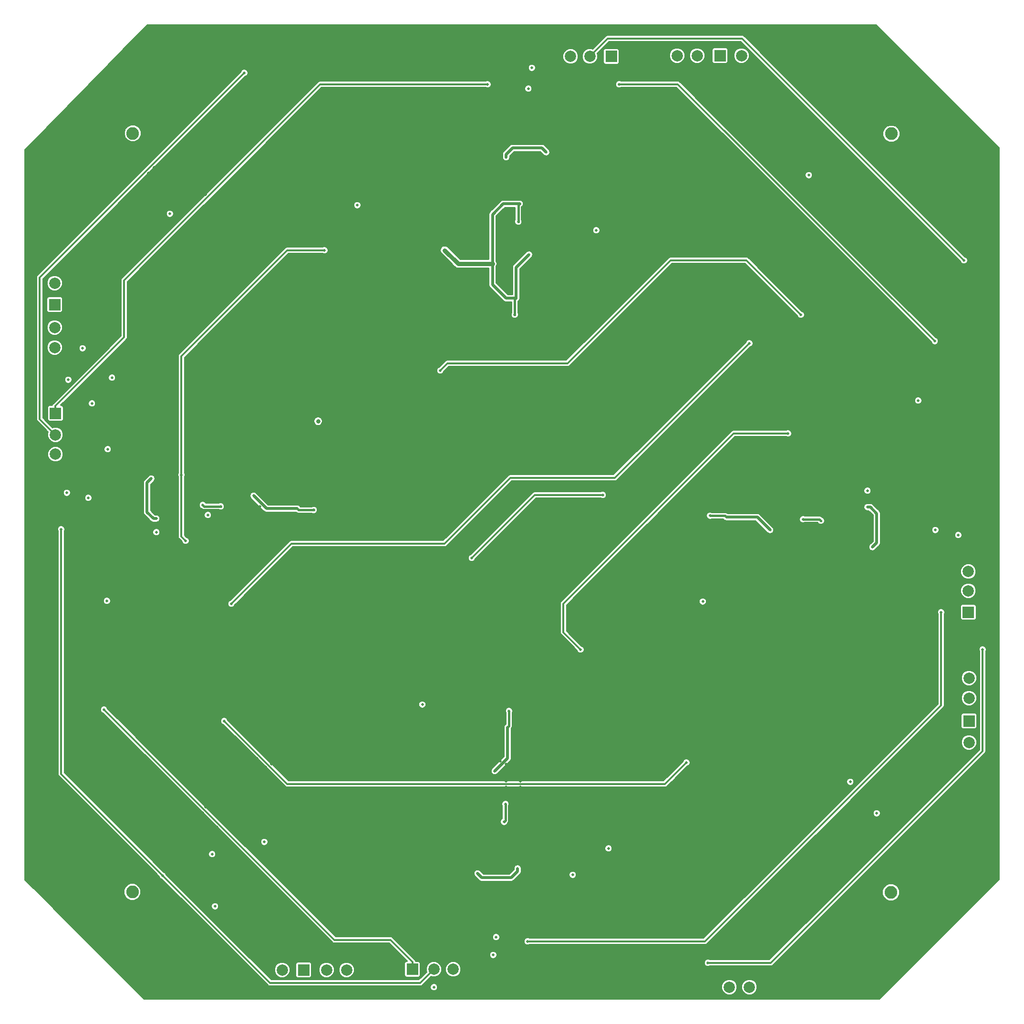
<source format=gbl>
G04 #@! TF.GenerationSoftware,KiCad,Pcbnew,5.0.2-bee76a0~70~ubuntu18.04.1*
G04 #@! TF.CreationDate,2019-03-23T19:21:47-04:00*
G04 #@! TF.ProjectId,Array_v1,41727261-795f-4763-912e-6b696361645f,rev?*
G04 #@! TF.SameCoordinates,Original*
G04 #@! TF.FileFunction,Copper,L4,Bot*
G04 #@! TF.FilePolarity,Positive*
%FSLAX46Y46*%
G04 Gerber Fmt 4.6, Leading zero omitted, Abs format (unit mm)*
G04 Created by KiCad (PCBNEW 5.0.2-bee76a0~70~ubuntu18.04.1) date Sat 23 Mar 2019 07:21:47 PM EDT*
%MOMM*%
%LPD*%
G01*
G04 APERTURE LIST*
G04 #@! TA.AperFunction,ComponentPad*
%ADD10C,1.998980*%
G04 #@! TD*
G04 #@! TA.AperFunction,ComponentPad*
%ADD11C,0.600000*%
G04 #@! TD*
G04 #@! TA.AperFunction,ComponentPad*
%ADD12C,2.400000*%
G04 #@! TD*
G04 #@! TA.AperFunction,ComponentPad*
%ADD13C,2.250000*%
G04 #@! TD*
G04 #@! TA.AperFunction,ComponentPad*
%ADD14R,1.998980X1.998980*%
G04 #@! TD*
G04 #@! TA.AperFunction,ViaPad*
%ADD15C,0.508000*%
G04 #@! TD*
G04 #@! TA.AperFunction,Conductor*
%ADD16C,0.508000*%
G04 #@! TD*
G04 #@! TA.AperFunction,Conductor*
%ADD17C,0.762000*%
G04 #@! TD*
G04 #@! TA.AperFunction,Conductor*
%ADD18C,0.317500*%
G04 #@! TD*
G04 #@! TA.AperFunction,Conductor*
%ADD19C,0.381000*%
G04 #@! TD*
G04 #@! TA.AperFunction,Conductor*
%ADD20C,0.304800*%
G04 #@! TD*
G04 APERTURE END LIST*
D10*
G04 #@! TO.P,J14,1*
G04 #@! TO.N,GND*
X-112141000Y-174244000D03*
G04 #@! TD*
G04 #@! TO.P,J18,1*
G04 #@! TO.N,VAA*
X-115824000Y-174244000D03*
G04 #@! TD*
G04 #@! TO.P,J24,1*
G04 #@! TO.N,+3.3VADC*
X-119380000Y-174244000D03*
G04 #@! TD*
D11*
G04 #@! TO.P,U9,S2*
G04 #@! TO.N,GND*
X-155067000Y-75692000D03*
G04 #@! TO.P,U9,S1*
X-155880173Y-76505173D03*
G04 #@! TO.P,U9,S3*
X-154253827Y-74878827D03*
G04 #@! TD*
G04 #@! TO.P,U9,S2*
G04 #@! TO.N,GND*
X-143637000Y-92964000D03*
G04 #@! TO.P,U9,S1*
X-144450173Y-92150827D03*
G04 #@! TO.P,U9,S3*
X-142823827Y-93777173D03*
G04 #@! TD*
G04 #@! TO.P,U9,S2*
G04 #@! TO.N,GND*
X-160909000Y-104394000D03*
G04 #@! TO.P,U9,S1*
X-160095827Y-103580827D03*
G04 #@! TO.P,U9,S3*
X-161722173Y-105207173D03*
G04 #@! TD*
D10*
G04 #@! TO.P,J3,1*
G04 #@! TO.N,/AGC11/Din*
X-128651000Y-8890000D03*
G04 #@! TD*
G04 #@! TO.P,J3,1*
G04 #@! TO.N,/AGC11/Din*
X-76835000Y-119380000D03*
G04 #@! TD*
G04 #@! TO.P,J3,1*
G04 #@! TO.N,/AGC11/Din*
X-187325000Y-171196000D03*
G04 #@! TD*
D12*
G04 #@! TO.P,J2,2*
G04 #@! TO.N,GND*
X-90616547Y-19146435D03*
X-94208649Y-22738537D03*
X-90616547Y-26330639D03*
X-87024445Y-22738537D03*
D13*
G04 #@! TO.P,J2,1*
G04 #@! TO.N,/BB1/RFIN*
X-90616547Y-22738537D03*
G04 #@! TD*
D12*
G04 #@! TO.P,J2,2*
G04 #@! TO.N,GND*
X-87091435Y-157414453D03*
X-90683537Y-153822351D03*
X-94275639Y-157414453D03*
X-90683537Y-161006555D03*
D13*
G04 #@! TO.P,J2,1*
G04 #@! TO.N,/BB1/RFIN*
X-90683537Y-157414453D03*
G04 #@! TD*
D12*
G04 #@! TO.P,J2,2*
G04 #@! TO.N,GND*
X-225359453Y-160939565D03*
X-221767351Y-157347463D03*
X-225359453Y-153755361D03*
X-228951555Y-157347463D03*
D13*
G04 #@! TO.P,J2,1*
G04 #@! TO.N,/BB1/RFIN*
X-225359453Y-157347463D03*
G04 #@! TD*
D10*
G04 #@! TO.P,J1,1*
G04 #@! TO.N,/ADC1/SDO*
X-147574000Y-9017000D03*
G04 #@! TD*
G04 #@! TO.P,J1,1*
G04 #@! TO.N,/ADC1/SDO*
X-76962000Y-100457000D03*
G04 #@! TD*
G04 #@! TO.P,J1,1*
G04 #@! TO.N,/ADC1/SDO*
X-168402000Y-171069000D03*
G04 #@! TD*
G04 #@! TO.P,J19,2*
G04 #@! TO.N,~CS~_ADC*
X-144145000Y-9017000D03*
D14*
G04 #@! TO.P,J19,1*
G04 #@! TO.N,SCLK_ADC*
X-140335000Y-9017000D03*
G04 #@! TD*
D10*
G04 #@! TO.P,J19,2*
G04 #@! TO.N,~CS~_ADC*
X-76962000Y-103886000D03*
D14*
G04 #@! TO.P,J19,1*
G04 #@! TO.N,SCLK_ADC*
X-76962000Y-107696000D03*
G04 #@! TD*
D10*
G04 #@! TO.P,J19,2*
G04 #@! TO.N,~CS~_ADC*
X-171831000Y-171069000D03*
D14*
G04 #@! TO.P,J19,1*
G04 #@! TO.N,SCLK_ADC*
X-175641000Y-171069000D03*
G04 #@! TD*
D10*
G04 #@! TO.P,J4,1*
G04 #@! TO.N,/AGC12/Din*
X-125095000Y-8890000D03*
G04 #@! TD*
G04 #@! TO.P,J4,1*
G04 #@! TO.N,/AGC12/Din*
X-76835000Y-122936000D03*
G04 #@! TD*
G04 #@! TO.P,J4,1*
G04 #@! TO.N,/AGC12/Din*
X-190881000Y-171196000D03*
G04 #@! TD*
G04 #@! TO.P,J20,2*
G04 #@! TO.N,~SYNC~_VGA_RX1*
X-117221000Y-8890000D03*
D14*
G04 #@! TO.P,J20,1*
G04 #@! TO.N,SCLK_VGA_RX1*
X-121031000Y-8890000D03*
G04 #@! TD*
D10*
G04 #@! TO.P,J20,2*
G04 #@! TO.N,~SYNC~_VGA_RX1*
X-76835000Y-130810000D03*
D14*
G04 #@! TO.P,J20,1*
G04 #@! TO.N,SCLK_VGA_RX1*
X-76835000Y-127000000D03*
G04 #@! TD*
D10*
G04 #@! TO.P,J20,2*
G04 #@! TO.N,~SYNC~_VGA_RX1*
X-198755000Y-171196000D03*
D14*
G04 #@! TO.P,J20,1*
G04 #@! TO.N,SCLK_VGA_RX1*
X-194945000Y-171196000D03*
G04 #@! TD*
G04 #@! TO.P,J20,1*
G04 #@! TO.N,SCLK_VGA_RX1*
X-239141000Y-53086000D03*
D10*
G04 #@! TO.P,J20,2*
G04 #@! TO.N,~SYNC~_VGA_RX1*
X-239141000Y-49276000D03*
G04 #@! TD*
G04 #@! TO.P,J4,1*
G04 #@! TO.N,/AGC12/Din*
X-239141000Y-57150000D03*
G04 #@! TD*
D14*
G04 #@! TO.P,J19,1*
G04 #@! TO.N,SCLK_ADC*
X-239014000Y-72390000D03*
D10*
G04 #@! TO.P,J19,2*
G04 #@! TO.N,~CS~_ADC*
X-239014000Y-76200000D03*
G04 #@! TD*
G04 #@! TO.P,J1,1*
G04 #@! TO.N,/ADC1/SDO*
X-239014000Y-79629000D03*
G04 #@! TD*
D13*
G04 #@! TO.P,J2,1*
G04 #@! TO.N,/BB1/RFIN*
X-225292463Y-22671547D03*
D12*
G04 #@! TO.P,J2,2*
G04 #@! TO.N,GND*
X-225292463Y-19079445D03*
X-221700361Y-22671547D03*
X-225292463Y-26263649D03*
X-228884565Y-22671547D03*
G04 #@! TD*
D10*
G04 #@! TO.P,J3,1*
G04 #@! TO.N,/AGC11/Din*
X-239141000Y-60706000D03*
G04 #@! TD*
D11*
G04 #@! TO.P,U9,S3*
G04 #@! TO.N,GND*
X-173152173Y-86308827D03*
G04 #@! TO.P,U9,S1*
X-171525827Y-87935173D03*
G04 #@! TO.P,U9,S2*
X-172339000Y-87122000D03*
G04 #@! TD*
D15*
G04 #@! TO.N,GND*
X-176784000Y-72136000D03*
X-175768000Y-72136000D03*
X-176276000Y-71120000D03*
X-194056000Y-53340000D03*
X-194818000Y-52578000D03*
X-195072000Y-53848000D03*
X-215138000Y-79629000D03*
X-215011000Y-78740000D03*
X-214249000Y-79375000D03*
X-217932000Y-75438000D03*
X-217932000Y-76454000D03*
X-219329000Y-75438000D03*
X-218821000Y-77343000D03*
X-210947000Y-80137000D03*
X-210312000Y-79375000D03*
X-210947000Y-78359000D03*
X-207391000Y-81026000D03*
X-206502000Y-80137000D03*
X-205486000Y-81026000D03*
X-203454000Y-78740000D03*
X-204597000Y-77470000D03*
X-206248000Y-76835000D03*
X-208026000Y-76835000D03*
X-209677000Y-76708000D03*
X-232156000Y-13716000D03*
X-231648000Y-14478000D03*
X-230886000Y-14986000D03*
X-230124000Y-15748000D03*
X-229362000Y-16256000D03*
X-228600000Y-17018000D03*
X-227584000Y-17272000D03*
X-226822000Y-17780000D03*
X-234950000Y-16510000D03*
X-233934000Y-16764000D03*
X-232918000Y-17018000D03*
X-232156000Y-17780000D03*
X-231394000Y-18542000D03*
X-230632000Y-19304000D03*
X-229870000Y-20066000D03*
X-229108000Y-20574000D03*
X-221488000Y-24638000D03*
X-220726000Y-25400000D03*
X-219202000Y-26670000D03*
X-218186000Y-27686000D03*
X-217424000Y-28448000D03*
X-216408000Y-28956000D03*
X-215392000Y-29718000D03*
X-214376000Y-31496000D03*
X-213106000Y-32512000D03*
X-212344000Y-33528000D03*
X-211582000Y-34544000D03*
X-210820000Y-35306000D03*
X-210058000Y-36068000D03*
X-209296000Y-36830000D03*
X-208534000Y-37592000D03*
X-207518000Y-37846000D03*
X-206502000Y-38100000D03*
X-205740000Y-38862000D03*
X-204724000Y-39878000D03*
X-204470000Y-40894000D03*
X-203962000Y-41910000D03*
X-203200000Y-42672000D03*
X-202438000Y-43434000D03*
X-201676000Y-44196000D03*
X-200914000Y-45212000D03*
X-199390000Y-46482000D03*
X-198374000Y-46736000D03*
X-197358000Y-46990000D03*
X-196342000Y-46736000D03*
X-195326000Y-45974000D03*
X-194564000Y-45466000D03*
X-193548000Y-45212000D03*
X-195326000Y-49530000D03*
X-194056000Y-49784000D03*
X-194564000Y-49022000D03*
X-191770000Y-44704000D03*
X-191262000Y-45466000D03*
X-191516000Y-46482000D03*
X-192278000Y-46990000D03*
X-189738000Y-48514000D03*
X-189230000Y-47498000D03*
X-188976000Y-46228000D03*
X-188976000Y-44958000D03*
X-189230000Y-43688000D03*
X-189992000Y-42926000D03*
X-191008000Y-42164000D03*
X-191516000Y-52578000D03*
X-190754000Y-53086000D03*
X-191516000Y-53848000D03*
X-195834000Y-56642000D03*
X-194056000Y-56642000D03*
X-195072000Y-57404000D03*
X-198374000Y-53086000D03*
X-199136000Y-53848000D03*
X-201676000Y-55626000D03*
X-201676000Y-54610000D03*
X-223266000Y-26924000D03*
X-222504000Y-27686000D03*
X-221488000Y-28702000D03*
X-223520000Y-28956000D03*
X-222504000Y-29718000D03*
X-219964000Y-32258000D03*
X-218694000Y-32512000D03*
X-214884000Y-35560000D03*
X-214122000Y-37338000D03*
X-213360000Y-38100000D03*
X-212598000Y-38608000D03*
X-211582000Y-39116000D03*
X-210566000Y-39370000D03*
X-210566000Y-40386000D03*
X-210312000Y-41402000D03*
X-209550000Y-41910000D03*
X-208788000Y-42926000D03*
X-208026000Y-43688000D03*
X-207010000Y-44196000D03*
X-206502000Y-44958000D03*
X-205740000Y-45974000D03*
X-204724000Y-46736000D03*
X-203200000Y-47244000D03*
X-201930000Y-49530000D03*
X-201168000Y-50292000D03*
X-201930000Y-51054000D03*
X-202692000Y-52070000D03*
X-202692000Y-53340000D03*
X-187706000Y-56134000D03*
X-186690000Y-55880000D03*
X-186436000Y-54864000D03*
X-188468000Y-61722000D03*
X-187706000Y-62738000D03*
X-186944000Y-63500000D03*
X-184150000Y-66040000D03*
X-184404000Y-67564000D03*
X-183388000Y-68580000D03*
X-183896000Y-69596000D03*
X-184404000Y-71120000D03*
X-183896000Y-72644000D03*
X-179832000Y-71120000D03*
X-180340000Y-72136000D03*
X-181356000Y-73152000D03*
X-183388000Y-74168000D03*
X-187960000Y-57404000D03*
X-187452000Y-58420000D03*
X-186436000Y-59436000D03*
X-183896000Y-61468000D03*
X-183388000Y-61976000D03*
X-182372000Y-63500000D03*
X-181356000Y-64516000D03*
X-180340000Y-65024000D03*
X-179324000Y-65532000D03*
X-177800000Y-65024000D03*
X-176784000Y-64516000D03*
X-175768000Y-64008000D03*
X-174244000Y-64516000D03*
X-176784000Y-68072000D03*
X-175768000Y-67564000D03*
X-175260000Y-68580000D03*
X-172720000Y-71120000D03*
X-171704000Y-71120000D03*
X-172720000Y-72136000D03*
X-169672000Y-74168000D03*
X-168656000Y-74168000D03*
X-168656000Y-72644000D03*
X-170688000Y-69088000D03*
X-170180000Y-67564000D03*
X-171196000Y-67056000D03*
X-170180000Y-66040000D03*
X-172720000Y-65024000D03*
X-171704000Y-64008000D03*
X-177292000Y-74676000D03*
X-175260000Y-75184000D03*
X-176784000Y-76200000D03*
X-176276000Y-75184000D03*
X-170688000Y-79756000D03*
X-170180000Y-80772000D03*
X-170180000Y-81788000D03*
X-170180000Y-82804000D03*
X-170688000Y-83820000D03*
X-171704000Y-84328000D03*
X-172720000Y-84836000D03*
X-174244000Y-87376000D03*
X-175260000Y-88392000D03*
X-176276000Y-89408000D03*
X-177800000Y-89408000D03*
X-179324000Y-89408000D03*
X-180340000Y-89408000D03*
X-181864000Y-89408000D03*
X-182880000Y-89408000D03*
X-184912000Y-89408000D03*
X-186436000Y-89408000D03*
X-187960000Y-89408000D03*
X-189484000Y-89408000D03*
X-191008000Y-89408000D03*
X-189992000Y-88392000D03*
X-169672000Y-75184000D03*
X-169672000Y-76200000D03*
X-168656000Y-77216000D03*
X-167640000Y-78740000D03*
X-167640000Y-80264000D03*
X-167640000Y-81788000D03*
X-167640000Y-83312000D03*
X-168148000Y-84836000D03*
X-169164000Y-85852000D03*
X-170180000Y-86868000D03*
X-172212000Y-89408000D03*
X-173228000Y-90424000D03*
X-174244000Y-91440000D03*
X-175768000Y-91948000D03*
X-177800000Y-91948000D03*
X-179324000Y-91948000D03*
X-180848000Y-91948000D03*
X-182372000Y-91948000D03*
X-183896000Y-91948000D03*
X-185928000Y-91948000D03*
X-187960000Y-91948000D03*
X-189484000Y-91948000D03*
X-191008000Y-91948000D03*
X-192532000Y-91948000D03*
X-194564000Y-91948000D03*
X-197104000Y-91440000D03*
X-198628000Y-91440000D03*
X-200152000Y-91440000D03*
X-202692000Y-91440000D03*
X-204216000Y-91440000D03*
X-205740000Y-91440000D03*
X-207772000Y-91440000D03*
X-207264000Y-88900000D03*
X-205740000Y-88900000D03*
X-204216000Y-88900000D03*
X-202692000Y-88900000D03*
X-201168000Y-88392000D03*
X-199644000Y-88392000D03*
X-198628000Y-87376000D03*
X-198120000Y-86360000D03*
X-199136000Y-84836000D03*
X-199644000Y-85852000D03*
X-208788000Y-78740000D03*
X-206756000Y-78740000D03*
X-210820000Y-83820000D03*
X-215900000Y-84836000D03*
X-215392000Y-86360000D03*
X-210312000Y-91948000D03*
X-213868000Y-90424000D03*
X-215392000Y-91440000D03*
X-217424000Y-91440000D03*
X-219456000Y-90932000D03*
X-219456000Y-87884000D03*
X-217932000Y-88392000D03*
X-215900000Y-87884000D03*
X-224028000Y-90932000D03*
X-225044000Y-90932000D03*
X-226060000Y-90932000D03*
X-227076000Y-90932000D03*
X-228600000Y-90932000D03*
X-229616000Y-90932000D03*
X-230632000Y-90932000D03*
X-231648000Y-90932000D03*
X-232664000Y-90932000D03*
X-231140000Y-87884000D03*
X-231140000Y-86360000D03*
X-232156000Y-85344000D03*
X-231140000Y-84328000D03*
X-229108000Y-83312000D03*
X-227076000Y-81788000D03*
X-223012000Y-79756000D03*
X-221996000Y-77724000D03*
X-224536000Y-76708000D03*
X-227076000Y-76708000D03*
X-230124000Y-75184000D03*
X-226060000Y-79248000D03*
X-228092000Y-114808000D03*
X-227076000Y-115316000D03*
X-226060000Y-115316000D03*
X-225044000Y-115316000D03*
X-224028000Y-115316000D03*
X-227076000Y-117348000D03*
X-226060000Y-117348000D03*
X-225044000Y-117348000D03*
X-224028000Y-117348000D03*
X-228092000Y-117856000D03*
X-223520000Y-108712000D03*
X-225044000Y-110236000D03*
X-224028000Y-111760000D03*
X-220980000Y-119888000D03*
X-220980000Y-120904000D03*
X-220472000Y-121920000D03*
X-219456000Y-122936000D03*
X-218440000Y-123952000D03*
X-217424000Y-124968000D03*
X-216408000Y-122936000D03*
X-217424000Y-121920000D03*
X-218440000Y-120904000D03*
X-218440000Y-119380000D03*
X-218440000Y-118364000D03*
X-218440000Y-117348000D03*
X-217424000Y-116840000D03*
X-216408000Y-115824000D03*
X-216408000Y-114808000D03*
X-216408000Y-113284000D03*
X-216916000Y-112268000D03*
X-217932000Y-111760000D03*
X-220472000Y-109220000D03*
X-219456000Y-108712000D03*
X-218440000Y-107696000D03*
X-217424000Y-106680000D03*
X-217932000Y-110744000D03*
X-211836000Y-108712000D03*
X-210820000Y-108204000D03*
X-209804000Y-107696000D03*
X-208788000Y-107696000D03*
X-207772000Y-107696000D03*
X-209804000Y-105664000D03*
X-208788000Y-105156000D03*
X-210312000Y-104140000D03*
X-210312000Y-103124000D03*
X-210312000Y-101600000D03*
X-210312000Y-98552000D03*
X-211328000Y-98044000D03*
X-212344000Y-97028000D03*
X-213360000Y-96012000D03*
X-214376000Y-94996000D03*
X-216408000Y-96012000D03*
X-215392000Y-97028000D03*
X-214376000Y-98044000D03*
X-213360000Y-99060000D03*
X-212344000Y-100076000D03*
X-212344000Y-101092000D03*
X-211836000Y-119888000D03*
X-210820000Y-120904000D03*
X-209804000Y-121412000D03*
X-208280000Y-121412000D03*
X-207264000Y-121412000D03*
X-205740000Y-121412000D03*
X-204724000Y-121412000D03*
X-203200000Y-121412000D03*
X-202184000Y-121412000D03*
X-200660000Y-121412000D03*
X-199644000Y-121920000D03*
X-209296000Y-123444000D03*
X-207772000Y-123444000D03*
X-206756000Y-123444000D03*
X-205740000Y-123444000D03*
X-204216000Y-123444000D03*
X-203200000Y-123444000D03*
X-202184000Y-123444000D03*
X-196088000Y-123444000D03*
X-195072000Y-123952000D03*
X-194056000Y-123444000D03*
X-195072000Y-122428000D03*
X-209804000Y-124460000D03*
X-208788000Y-125476000D03*
X-207772000Y-126492000D03*
X-211836000Y-125984000D03*
X-210820000Y-126492000D03*
X-209804000Y-127508000D03*
X-234188000Y-164592000D03*
X-233680000Y-163576000D03*
X-232664000Y-162560000D03*
X-231648000Y-161544000D03*
X-231140000Y-160528000D03*
X-230632000Y-159512000D03*
X-232156000Y-167132000D03*
X-231140000Y-166624000D03*
X-231140000Y-165100000D03*
X-230124000Y-164084000D03*
X-229108000Y-163068000D03*
X-228092000Y-162052000D03*
X-227584000Y-161036000D03*
X-220980000Y-155448000D03*
X-218948000Y-153416000D03*
X-223012000Y-152908000D03*
X-221488000Y-150876000D03*
X-219456000Y-149352000D03*
X-218440000Y-147828000D03*
X-216916000Y-146812000D03*
X-215392000Y-145288000D03*
X-215392000Y-145288000D03*
X-215392000Y-145288000D03*
X-215900000Y-151384000D03*
X-215392000Y-150368000D03*
X-214376000Y-149860000D03*
X-215900000Y-152400000D03*
X-212344000Y-146812000D03*
X-211328000Y-145796000D03*
X-211328000Y-147828000D03*
X-210312000Y-148844000D03*
X-213868000Y-144272000D03*
X-212852000Y-143256000D03*
X-212344000Y-142240000D03*
X-211328000Y-141732000D03*
X-210312000Y-140716000D03*
X-210312000Y-139192000D03*
X-209296000Y-138176000D03*
X-208280000Y-137160000D03*
X-207264000Y-136652000D03*
X-206248000Y-136144000D03*
X-205232000Y-135128000D03*
X-204216000Y-134112000D03*
X-203200000Y-133604000D03*
X-202184000Y-132588000D03*
X-201676000Y-131572000D03*
X-201168000Y-130556000D03*
X-200660000Y-129032000D03*
X-201676000Y-128016000D03*
X-202692000Y-127000000D03*
X-202692000Y-125476000D03*
X-201168000Y-124968000D03*
X-200152000Y-125476000D03*
X-199136000Y-126492000D03*
X-198120000Y-125984000D03*
X-198120000Y-127508000D03*
X-210312000Y-145796000D03*
X-209296000Y-144780000D03*
X-208280000Y-143764000D03*
X-208788000Y-142748000D03*
X-207264000Y-142748000D03*
X-206248000Y-141732000D03*
X-205232000Y-140716000D03*
X-204216000Y-139700000D03*
X-204724000Y-138176000D03*
X-203200000Y-138684000D03*
X-202184000Y-137668000D03*
X-201168000Y-136652000D03*
X-201676000Y-135128000D03*
X-200660000Y-134620000D03*
X-199644000Y-135128000D03*
X-198628000Y-134620000D03*
X-198120000Y-133604000D03*
X-197104000Y-133096000D03*
X-195580000Y-130048000D03*
X-194564000Y-130048000D03*
X-195072000Y-131064000D03*
X-193548000Y-131572000D03*
X-192024000Y-127000000D03*
X-191516000Y-125984000D03*
X-190500000Y-126492000D03*
X-191008000Y-128016000D03*
X-191516000Y-119888000D03*
X-190500000Y-119888000D03*
X-189484000Y-119380000D03*
X-188468000Y-118364000D03*
X-187452000Y-117348000D03*
X-186944000Y-116332000D03*
X-183896000Y-113792000D03*
X-182880000Y-112776000D03*
X-182880000Y-111252000D03*
X-183388000Y-109728000D03*
X-186436000Y-121412000D03*
X-185928000Y-119888000D03*
X-184912000Y-119380000D03*
X-183896000Y-118364000D03*
X-178816000Y-114300000D03*
X-179832000Y-115316000D03*
X-180848000Y-116332000D03*
X-178816000Y-116332000D03*
X-176784000Y-116332000D03*
X-177292000Y-111760000D03*
X-175768000Y-111760000D03*
X-176276000Y-112776000D03*
X-180848000Y-107188000D03*
X-180340000Y-108712000D03*
X-179324000Y-107696000D03*
X-183388000Y-104648000D03*
X-183896000Y-103632000D03*
X-183896000Y-102616000D03*
X-183896000Y-101600000D03*
X-183896000Y-100584000D03*
X-183388000Y-99568000D03*
X-182372000Y-99060000D03*
X-181356000Y-98044000D03*
X-179832000Y-97028000D03*
X-178308000Y-97028000D03*
X-177292000Y-97028000D03*
X-176276000Y-97028000D03*
X-175260000Y-97028000D03*
X-174244000Y-97028000D03*
X-173228000Y-97028000D03*
X-172212000Y-97028000D03*
X-171196000Y-97028000D03*
X-170180000Y-97028000D03*
X-169164000Y-97028000D03*
X-168148000Y-97028000D03*
X-167132000Y-97028000D03*
X-166116000Y-97028000D03*
X-166116000Y-99060000D03*
X-167640000Y-99060000D03*
X-169164000Y-99060000D03*
X-170688000Y-99060000D03*
X-172212000Y-99060000D03*
X-174752000Y-99060000D03*
X-173228000Y-99060000D03*
X-175768000Y-99060000D03*
X-177292000Y-99060000D03*
X-178308000Y-99060000D03*
X-179324000Y-99060000D03*
X-180340000Y-100076000D03*
X-181356000Y-101092000D03*
X-181356000Y-102108000D03*
X-181356000Y-103124000D03*
X-178816000Y-102616000D03*
X-177292000Y-105156000D03*
X-176276000Y-105156000D03*
X-176784000Y-103632000D03*
X-175768000Y-104140000D03*
X-172720000Y-107188000D03*
X-172212000Y-109220000D03*
X-173228000Y-108204000D03*
X-172720000Y-101600000D03*
X-171704000Y-101600000D03*
X-170688000Y-101092000D03*
X-169672000Y-100076000D03*
X-168148000Y-100076000D03*
X-166624000Y-100076000D03*
X-165100000Y-100076000D03*
X-163576000Y-100076000D03*
X-162560000Y-101092000D03*
X-161544000Y-102108000D03*
X-168148000Y-102616000D03*
X-166624000Y-102108000D03*
X-165100000Y-102108000D03*
X-164084000Y-103124000D03*
X-163068000Y-104140000D03*
X-158496000Y-105156000D03*
X-157480000Y-106172000D03*
X-156464000Y-107188000D03*
X-156464000Y-109220000D03*
X-156464000Y-108204000D03*
X-160528000Y-106680000D03*
X-159512000Y-107188000D03*
X-159004000Y-108204000D03*
X-158496000Y-109220000D03*
X-158496000Y-110744000D03*
X-158496000Y-112268000D03*
X-158496000Y-113284000D03*
X-158496000Y-114808000D03*
X-158496000Y-115824000D03*
X-158496000Y-116840000D03*
X-158496000Y-118364000D03*
X-158496000Y-119888000D03*
X-158496000Y-120904000D03*
X-158496000Y-121920000D03*
X-158496000Y-122936000D03*
X-156464000Y-122936000D03*
X-156464000Y-121920000D03*
X-156464000Y-120904000D03*
X-156464000Y-119888000D03*
X-156464000Y-118872000D03*
X-156464000Y-117856000D03*
X-156464000Y-117856000D03*
X-156464000Y-117856000D03*
X-156464000Y-115316000D03*
X-156464000Y-116840000D03*
X-156464000Y-114300000D03*
X-156464000Y-112776000D03*
X-156464000Y-110744000D03*
X-156464000Y-111760000D03*
X-169164000Y-129540000D03*
X-169164000Y-130556000D03*
X-168148000Y-131572000D03*
X-169672000Y-125984000D03*
X-168656000Y-124968000D03*
X-167132000Y-125476000D03*
X-163576000Y-125476000D03*
X-162560000Y-125984000D03*
X-163576000Y-126492000D03*
X-162560000Y-130048000D03*
X-161036000Y-130048000D03*
X-160528000Y-132080000D03*
X-159512000Y-133096000D03*
X-160020000Y-134112000D03*
X-159512000Y-130048000D03*
X-159512000Y-131572000D03*
X-159004000Y-134620000D03*
X-159004000Y-135636000D03*
X-159004000Y-136652000D03*
X-159004000Y-137668000D03*
X-159004000Y-138684000D03*
X-160020000Y-139192000D03*
X-166624000Y-127000000D03*
X-155956000Y-125476000D03*
X-155956000Y-127000000D03*
X-156972000Y-127508000D03*
X-156972000Y-129032000D03*
X-155956000Y-130048000D03*
X-155956000Y-131572000D03*
X-156464000Y-133096000D03*
X-156464000Y-134620000D03*
X-156464000Y-135636000D03*
X-156464000Y-136652000D03*
X-156464000Y-137668000D03*
X-156464000Y-138684000D03*
X-156464000Y-139700000D03*
X-156464000Y-140716000D03*
X-156464000Y-141732000D03*
X-156464000Y-142748000D03*
X-157988000Y-145796000D03*
X-156972000Y-146812000D03*
X-156972000Y-147828000D03*
X-156972000Y-148844000D03*
X-157480000Y-149860000D03*
X-157480000Y-150876000D03*
X-157480000Y-151892000D03*
X-163576000Y-147320000D03*
X-162052000Y-147320000D03*
X-164592000Y-142748000D03*
X-160528000Y-147320000D03*
X-165100000Y-148844000D03*
X-163576000Y-148844000D03*
X-162052000Y-148844000D03*
X-160528000Y-148844000D03*
X-163576000Y-143256000D03*
X-159512000Y-149860000D03*
X-159512000Y-150876000D03*
X-159512000Y-151892000D03*
X-164592000Y-151892000D03*
X-163576000Y-151384000D03*
X-160528000Y-152400000D03*
X-162052000Y-151892000D03*
X-156972000Y-155956000D03*
X-156972000Y-156972000D03*
X-156972000Y-158496000D03*
X-162560000Y-156464000D03*
X-160528000Y-155956000D03*
X-163068000Y-152908000D03*
X-156972000Y-160020000D03*
X-157480000Y-161036000D03*
X-157480000Y-162052000D03*
X-157480000Y-163068000D03*
X-161544000Y-160528000D03*
X-163068000Y-160020000D03*
X-160020000Y-163068000D03*
X-161036000Y-163068000D03*
X-176784000Y-131572000D03*
X-175260000Y-131572000D03*
X-176276000Y-132588000D03*
X-174752000Y-133604000D03*
X-173228000Y-131572000D03*
X-172212000Y-131572000D03*
X-171196000Y-132588000D03*
X-172212000Y-132588000D03*
X-173228000Y-133096000D03*
X-173228000Y-134620000D03*
X-171704000Y-133604000D03*
X-167132000Y-137160000D03*
X-167640000Y-139700000D03*
X-168656000Y-147828000D03*
X-169672000Y-146812000D03*
X-168148000Y-146304000D03*
X-167132000Y-144272000D03*
X-169672000Y-142748000D03*
X-168656000Y-142240000D03*
X-167640000Y-143256000D03*
X-178816000Y-132080000D03*
X-179832000Y-133096000D03*
X-199644000Y-71628000D03*
X-201168000Y-72136000D03*
X-200152000Y-72644000D03*
X-199644000Y-74676000D03*
X-200152000Y-75692000D03*
X-202692000Y-74676000D03*
X-201676000Y-76200000D03*
X-201168000Y-75184000D03*
X-198628000Y-78232000D03*
X-197612000Y-79248000D03*
X-199644000Y-79756000D03*
X-199644000Y-69088000D03*
X-201168000Y-69596000D03*
X-201168000Y-68072000D03*
X-177800000Y-147828000D03*
X-176784000Y-148336000D03*
X-175768000Y-148336000D03*
X-179324000Y-147828000D03*
G04 #@! TO.N,+5V*
X-221107000Y-91059000D03*
X-221996000Y-83947000D03*
X-156972000Y-153162000D03*
X-94869000Y-89027000D03*
X-159004000Y-26924000D03*
X-164084000Y-154051000D03*
X-93980000Y-96139000D03*
X-151892000Y-26035000D03*
X-185426000Y-35433000D03*
X-192386498Y-73787000D03*
X-173881502Y-124079000D03*
X-221107000Y-93472000D03*
X-143002000Y-39878000D03*
X-85852000Y-70104000D03*
X-124097502Y-105791000D03*
X-94869000Y-86106000D03*
G04 #@! TO.N,+3V3*
X-93218000Y-143383000D03*
X-97917000Y-137795000D03*
X-140843000Y-149606000D03*
X-105283000Y-30099000D03*
X-218694000Y-36957000D03*
X-234188000Y-60833000D03*
X-228981000Y-66040000D03*
X-211201000Y-150622000D03*
X-147193000Y-154305000D03*
X-155067000Y-14732000D03*
X-233172000Y-87376000D03*
X-229870000Y-105664000D03*
X-160782000Y-165354000D03*
X-82804000Y-93091000D03*
X-201930000Y-148463000D03*
X-229743000Y-78740000D03*
G04 #@! TO.N,LO21*
X-106680000Y-54864000D03*
X-170688000Y-64770000D03*
G04 #@! TO.N,LO11*
X-209042000Y-127000000D03*
X-127000000Y-134366000D03*
G04 #@! TO.N,+2V5*
X-196088000Y-89281000D03*
X-193167000Y-89535000D03*
X-212852000Y-88646000D03*
X-209677000Y-88900000D03*
X-203835000Y-86995000D03*
X-161036000Y-135890000D03*
X-112141000Y-93091000D03*
X-154940000Y-44196000D03*
X-159131000Y-141732000D03*
X-106299000Y-91186000D03*
X-156845000Y-38354000D03*
X-158496000Y-125222000D03*
X-122809000Y-90551000D03*
X-157480000Y-54864000D03*
X-159385000Y-144907000D03*
X-103124000Y-91440000D03*
X-156591000Y-35179000D03*
X-158750000Y-128143000D03*
X-119888000Y-90805000D03*
X-157226000Y-51943000D03*
X-169926000Y-43434000D03*
X-211963000Y-90424000D03*
G04 #@! TO.N,LO23*
X-141859000Y-86868000D03*
X-165100000Y-98044000D03*
G04 #@! TO.N,LO13*
X-115824000Y-59944000D03*
X-207772000Y-106172000D03*
G04 #@! TO.N,LO24*
X-108966000Y-75946000D03*
X-145796000Y-114300000D03*
G04 #@! TO.N,LO14*
X-215900000Y-94996000D03*
X-191262000Y-43434000D03*
X-216662000Y-83312000D03*
G04 #@! TO.N,~CS~_ADC*
X-123190000Y-169926000D03*
X-74422000Y-114300000D03*
X-77724000Y-45212000D03*
X-205486000Y-11938000D03*
X-237998000Y-92964000D03*
X-219964000Y-154432000D03*
G04 #@! TO.N,SCLK_ADC*
X-155194000Y-166116000D03*
X-81788000Y-107696000D03*
X-138938000Y-13970000D03*
X-162306000Y-13970000D03*
X-230378000Y-124968000D03*
X-82931000Y-59563000D03*
G04 #@! TO.N,+3.3VADC*
X-232537000Y-70612000D03*
X-236728000Y-66421000D03*
X-154432000Y-11049000D03*
X-161290000Y-168529000D03*
X-236982000Y-86487000D03*
X-78740000Y-93980000D03*
X-171831000Y-174244000D03*
X-210693000Y-159893000D03*
G04 #@! TD*
D16*
G04 #@! TO.N,+5V*
X-221107000Y-91059000D02*
X-221615000Y-91059000D01*
X-221615000Y-91059000D02*
X-222758000Y-89916000D01*
X-222758000Y-89916000D02*
X-222758000Y-84709000D01*
X-222758000Y-84709000D02*
X-221996000Y-83947000D01*
X-156972000Y-153670000D02*
X-158115000Y-154813000D01*
X-94361000Y-89027000D02*
X-93218000Y-90170000D01*
X-159004000Y-26416000D02*
X-157861000Y-25273000D01*
X-158115000Y-154813000D02*
X-163322000Y-154813000D01*
X-93218000Y-90170000D02*
X-93218000Y-95377000D01*
X-157861000Y-25273000D02*
X-152654000Y-25273000D01*
X-163322000Y-154813000D02*
X-164084000Y-154051000D01*
X-93218000Y-95377000D02*
X-93980000Y-96139000D01*
X-152654000Y-25273000D02*
X-151892000Y-26035000D01*
X-156972000Y-153162000D02*
X-156972000Y-153670000D01*
X-94869000Y-89027000D02*
X-94361000Y-89027000D01*
X-159004000Y-26924000D02*
X-159004000Y-26416000D01*
D17*
X-192386498Y-73768498D02*
X-192386498Y-73787000D01*
D18*
G04 #@! TO.N,LO21*
X-106680000Y-54864000D02*
X-116332000Y-45212000D01*
X-116332000Y-45212000D02*
X-129794000Y-45212000D01*
X-129794000Y-45212000D02*
X-148082000Y-63500000D01*
X-148082000Y-63500000D02*
X-169418000Y-63500000D01*
X-169418000Y-63500000D02*
X-170688000Y-64770000D01*
G04 #@! TO.N,LO11*
X-209042000Y-127000000D02*
X-197866000Y-138176000D01*
X-197866000Y-138176000D02*
X-168148000Y-138176000D01*
X-130810000Y-138176000D02*
X-127000000Y-134366000D01*
X-168148000Y-138176000D02*
X-130810000Y-138176000D01*
D19*
G04 #@! TO.N,+2V5*
X-196088000Y-89281000D02*
X-195834000Y-89535000D01*
X-195834000Y-89535000D02*
X-193167000Y-89535000D01*
X-212852000Y-88646000D02*
X-212598000Y-88900000D01*
X-212598000Y-88900000D02*
X-209677000Y-88900000D01*
D16*
X-196088000Y-89281000D02*
X-201549000Y-89281000D01*
X-201549000Y-89281000D02*
X-203835000Y-86995000D01*
D19*
X-158496000Y-127889000D02*
X-158496000Y-125222000D01*
X-120142000Y-90551000D02*
X-122809000Y-90551000D01*
X-157480000Y-52197000D02*
X-157480000Y-54864000D01*
D16*
X-158750000Y-128143000D02*
X-158750000Y-133604000D01*
X-119888000Y-90805000D02*
X-114427000Y-90805000D01*
X-157226000Y-51943000D02*
X-157226000Y-46482000D01*
D19*
X-159131000Y-144653000D02*
X-159131000Y-141732000D01*
X-103378000Y-91186000D02*
X-106299000Y-91186000D01*
X-156845000Y-35433000D02*
X-156845000Y-38354000D01*
X-159385000Y-144907000D02*
X-159131000Y-144653000D01*
X-103124000Y-91440000D02*
X-103378000Y-91186000D01*
X-156591000Y-35179000D02*
X-156845000Y-35433000D01*
X-158750000Y-128143000D02*
X-158496000Y-127889000D01*
X-119888000Y-90805000D02*
X-120142000Y-90551000D01*
X-157226000Y-51943000D02*
X-157480000Y-52197000D01*
D16*
X-158750000Y-133604000D02*
X-161036000Y-135890000D01*
X-114427000Y-90805000D02*
X-112141000Y-93091000D01*
X-157226000Y-46482000D02*
X-154940000Y-44196000D01*
D17*
X-169926000Y-43434000D02*
X-167513000Y-45847000D01*
D16*
X-156591000Y-35179000D02*
X-159512000Y-35179000D01*
X-161417000Y-37084000D02*
X-161417000Y-45847000D01*
X-159512000Y-35179000D02*
X-161417000Y-37084000D01*
X-161417000Y-49530000D02*
X-161417000Y-45847000D01*
X-157226000Y-51943000D02*
X-159004000Y-51943000D01*
X-159004000Y-51943000D02*
X-161417000Y-49530000D01*
D17*
X-161417000Y-45847000D02*
X-167513000Y-45847000D01*
D18*
G04 #@! TO.N,LO23*
X-141859000Y-86868000D02*
X-153924000Y-86868000D01*
X-153924000Y-86868000D02*
X-165100000Y-98044000D01*
G04 #@! TO.N,LO13*
X-165100000Y-90678000D02*
X-158242000Y-83820000D01*
X-158242000Y-83820000D02*
X-139700000Y-83820000D01*
X-139700000Y-83820000D02*
X-115824000Y-59944000D01*
X-165100000Y-90678000D02*
X-167640000Y-93218000D01*
X-167640000Y-93218000D02*
X-169926000Y-95504000D01*
X-195580000Y-95504000D02*
X-197104000Y-95504000D01*
X-197104000Y-95504000D02*
X-207772000Y-106172000D01*
X-195580000Y-95504000D02*
X-195834000Y-95504000D01*
X-169926000Y-95504000D02*
X-195580000Y-95504000D01*
G04 #@! TO.N,LO24*
X-118618000Y-75946000D02*
X-148844000Y-106172000D01*
X-108966000Y-75946000D02*
X-118618000Y-75946000D01*
X-148844000Y-106172000D02*
X-148844000Y-111252000D01*
X-148844000Y-111252000D02*
X-145796000Y-114300000D01*
G04 #@! TO.N,LO14*
X-215900000Y-94996000D02*
X-216662000Y-94234000D01*
X-216662000Y-94234000D02*
X-216662000Y-87376000D01*
X-216662000Y-62230000D02*
X-202946000Y-48514000D01*
X-197866000Y-43434000D02*
X-191262000Y-43434000D01*
X-216662000Y-75819000D02*
X-216662000Y-62230000D01*
X-200406000Y-45974000D02*
X-197866000Y-43434000D01*
X-201930000Y-47498000D02*
X-200406000Y-45974000D01*
X-202946000Y-48514000D02*
X-201930000Y-47498000D01*
X-216662000Y-83312000D02*
X-216662000Y-75819000D01*
X-216662000Y-87376000D02*
X-216662000Y-83312000D01*
G04 #@! TO.N,~CS~_ADC*
X-123190000Y-169926000D02*
X-112014000Y-169926000D01*
X-112014000Y-169926000D02*
X-74422000Y-132334000D01*
X-74422000Y-132334000D02*
X-74422000Y-114300000D01*
X-77724000Y-45212000D02*
X-117094000Y-5842000D01*
X-117094000Y-5842000D02*
X-140970000Y-5842000D01*
X-140970000Y-5842000D02*
X-144145000Y-9017000D01*
X-205486000Y-11938000D02*
X-219964000Y-26416000D01*
X-241808000Y-73406000D02*
X-239014000Y-76200000D01*
X-241808000Y-48260000D02*
X-241808000Y-73406000D01*
X-174244000Y-173482000D02*
X-171831000Y-171069000D01*
X-200914000Y-173482000D02*
X-174244000Y-173482000D01*
X-237998000Y-92964000D02*
X-237998000Y-136398000D01*
X-237998000Y-136398000D02*
X-222504000Y-151892000D01*
X-219964000Y-26416000D02*
X-241808000Y-48260000D01*
X-219964000Y-154432000D02*
X-200914000Y-173482000D01*
X-222504000Y-151892000D02*
X-219964000Y-154432000D01*
G04 #@! TO.N,SCLK_ADC*
X-155194000Y-166116000D02*
X-123952000Y-166116000D01*
X-123952000Y-166116000D02*
X-123698000Y-166116000D01*
X-123698000Y-166116000D02*
X-81788000Y-124206000D01*
X-81788000Y-124206000D02*
X-81788000Y-107696000D01*
X-162306000Y-13970000D02*
X-192024000Y-13970000D01*
X-192024000Y-13970000D02*
X-213868000Y-35814000D01*
X-239014000Y-71073010D02*
X-239014000Y-72390000D01*
X-226822000Y-58881010D02*
X-239014000Y-71073010D01*
X-226822000Y-48768000D02*
X-226822000Y-58881010D01*
X-189484000Y-165862000D02*
X-179531010Y-165862000D01*
X-175641000Y-169752010D02*
X-175641000Y-171069000D01*
X-179531010Y-165862000D02*
X-175641000Y-169752010D01*
X-230378000Y-124968000D02*
X-189484000Y-165862000D01*
X-128524000Y-13970000D02*
X-138938000Y-13970000D01*
X-82931000Y-59563000D02*
X-128524000Y-13970000D01*
X-213868000Y-35814000D02*
X-214376000Y-36322000D01*
X-214376000Y-36322000D02*
X-226822000Y-48768000D01*
G04 #@! TD*
D20*
G04 #@! TO.N,GND*
G36*
X-71525200Y-25210326D02*
X-71525199Y-155129673D01*
X-92698126Y-176302600D01*
X-223277874Y-176302600D01*
X-242547730Y-157032744D01*
X-226941653Y-157032744D01*
X-226941653Y-157662182D01*
X-226700777Y-158243707D01*
X-226255697Y-158688787D01*
X-225674172Y-158929663D01*
X-225044734Y-158929663D01*
X-224463209Y-158688787D01*
X-224018129Y-158243707D01*
X-223777253Y-157662182D01*
X-223777253Y-157032744D01*
X-224018129Y-156451219D01*
X-224463209Y-156006139D01*
X-225044734Y-155765263D01*
X-225674172Y-155765263D01*
X-226255697Y-156006139D01*
X-226700777Y-156451219D01*
X-226941653Y-157032744D01*
X-242547730Y-157032744D01*
X-244374600Y-155205874D01*
X-244374600Y-92822534D01*
X-238709200Y-92822534D01*
X-238709200Y-93105466D01*
X-238613950Y-93335419D01*
X-238613949Y-136337334D01*
X-238626016Y-136398000D01*
X-238578212Y-136638331D01*
X-238476439Y-136790645D01*
X-238476437Y-136790647D01*
X-238442074Y-136842075D01*
X-238390646Y-136876438D01*
X-222896646Y-152370439D01*
X-222896643Y-152370441D01*
X-220662176Y-154604909D01*
X-220566926Y-154834862D01*
X-220366862Y-155034926D01*
X-220136908Y-155130176D01*
X-201392438Y-173874646D01*
X-201358075Y-173926075D01*
X-201154332Y-174062212D01*
X-200974665Y-174097950D01*
X-200974661Y-174097950D01*
X-200914001Y-174110016D01*
X-200853341Y-174097950D01*
X-174304661Y-174097950D01*
X-174244000Y-174110016D01*
X-174206385Y-174102534D01*
X-172542200Y-174102534D01*
X-172542200Y-174385466D01*
X-172433926Y-174646862D01*
X-172233862Y-174846926D01*
X-171972466Y-174955200D01*
X-171689534Y-174955200D01*
X-171428138Y-174846926D01*
X-171228074Y-174646862D01*
X-171119800Y-174385466D01*
X-171119800Y-174102534D01*
X-171181223Y-173954246D01*
X-120836690Y-173954246D01*
X-120836690Y-174533754D01*
X-120614922Y-175069148D01*
X-120205148Y-175478922D01*
X-119669754Y-175700690D01*
X-119090246Y-175700690D01*
X-118554852Y-175478922D01*
X-118145078Y-175069148D01*
X-117923310Y-174533754D01*
X-117923310Y-173954246D01*
X-117280690Y-173954246D01*
X-117280690Y-174533754D01*
X-117058922Y-175069148D01*
X-116649148Y-175478922D01*
X-116113754Y-175700690D01*
X-115534246Y-175700690D01*
X-114998852Y-175478922D01*
X-114589078Y-175069148D01*
X-114367310Y-174533754D01*
X-114367310Y-173954246D01*
X-114589078Y-173418852D01*
X-114998852Y-173009078D01*
X-115534246Y-172787310D01*
X-116113754Y-172787310D01*
X-116649148Y-173009078D01*
X-117058922Y-173418852D01*
X-117280690Y-173954246D01*
X-117923310Y-173954246D01*
X-118145078Y-173418852D01*
X-118554852Y-173009078D01*
X-119090246Y-172787310D01*
X-119669754Y-172787310D01*
X-120205148Y-173009078D01*
X-120614922Y-173418852D01*
X-120836690Y-173954246D01*
X-171181223Y-173954246D01*
X-171228074Y-173841138D01*
X-171428138Y-173641074D01*
X-171689534Y-173532800D01*
X-171972466Y-173532800D01*
X-172233862Y-173641074D01*
X-172433926Y-173841138D01*
X-172542200Y-174102534D01*
X-174206385Y-174102534D01*
X-174183339Y-174097950D01*
X-174183335Y-174097950D01*
X-174003668Y-174062212D01*
X-173799925Y-173926075D01*
X-173765560Y-173874644D01*
X-172329952Y-172439037D01*
X-172120754Y-172525690D01*
X-171541246Y-172525690D01*
X-171005852Y-172303922D01*
X-170596078Y-171894148D01*
X-170374310Y-171358754D01*
X-170374310Y-170779246D01*
X-169858690Y-170779246D01*
X-169858690Y-171358754D01*
X-169636922Y-171894148D01*
X-169227148Y-172303922D01*
X-168691754Y-172525690D01*
X-168112246Y-172525690D01*
X-167576852Y-172303922D01*
X-167167078Y-171894148D01*
X-166945310Y-171358754D01*
X-166945310Y-170779246D01*
X-167167078Y-170243852D01*
X-167576852Y-169834078D01*
X-167696461Y-169784534D01*
X-123901200Y-169784534D01*
X-123901200Y-170067466D01*
X-123792926Y-170328862D01*
X-123592862Y-170528926D01*
X-123331466Y-170637200D01*
X-123048534Y-170637200D01*
X-122818581Y-170541950D01*
X-112074661Y-170541950D01*
X-112014000Y-170554016D01*
X-111953339Y-170541950D01*
X-111953335Y-170541950D01*
X-111773668Y-170506212D01*
X-111569925Y-170370075D01*
X-111535559Y-170318643D01*
X-98316650Y-157099734D01*
X-92265737Y-157099734D01*
X-92265737Y-157729172D01*
X-92024861Y-158310697D01*
X-91579781Y-158755777D01*
X-90998256Y-158996653D01*
X-90368818Y-158996653D01*
X-89787293Y-158755777D01*
X-89342213Y-158310697D01*
X-89101337Y-157729172D01*
X-89101337Y-157099734D01*
X-89342213Y-156518209D01*
X-89787293Y-156073129D01*
X-90368818Y-155832253D01*
X-90998256Y-155832253D01*
X-91579781Y-156073129D01*
X-92024861Y-156518209D01*
X-92265737Y-157099734D01*
X-98316650Y-157099734D01*
X-74029356Y-132812440D01*
X-73977925Y-132778075D01*
X-73841788Y-132574332D01*
X-73806050Y-132394665D01*
X-73806050Y-132394662D01*
X-73793984Y-132334001D01*
X-73806050Y-132273340D01*
X-73806050Y-114671419D01*
X-73710800Y-114441466D01*
X-73710800Y-114158534D01*
X-73819074Y-113897138D01*
X-74019138Y-113697074D01*
X-74280534Y-113588800D01*
X-74563466Y-113588800D01*
X-74824862Y-113697074D01*
X-75024926Y-113897138D01*
X-75133200Y-114158534D01*
X-75133200Y-114441466D01*
X-75037949Y-114671422D01*
X-75037950Y-132078866D01*
X-112269134Y-169310050D01*
X-122818581Y-169310050D01*
X-123048534Y-169214800D01*
X-123331466Y-169214800D01*
X-123592862Y-169323074D01*
X-123792926Y-169523138D01*
X-123901200Y-169784534D01*
X-167696461Y-169784534D01*
X-168112246Y-169612310D01*
X-168691754Y-169612310D01*
X-169227148Y-169834078D01*
X-169636922Y-170243852D01*
X-169858690Y-170779246D01*
X-170374310Y-170779246D01*
X-170596078Y-170243852D01*
X-171005852Y-169834078D01*
X-171541246Y-169612310D01*
X-172120754Y-169612310D01*
X-172656148Y-169834078D01*
X-173065922Y-170243852D01*
X-173287690Y-170779246D01*
X-173287690Y-171358754D01*
X-173201037Y-171567952D01*
X-174499134Y-172866050D01*
X-200658865Y-172866050D01*
X-202618669Y-170906246D01*
X-200211690Y-170906246D01*
X-200211690Y-171485754D01*
X-199989922Y-172021148D01*
X-199580148Y-172430922D01*
X-199044754Y-172652690D01*
X-198465246Y-172652690D01*
X-197929852Y-172430922D01*
X-197520078Y-172021148D01*
X-197298310Y-171485754D01*
X-197298310Y-170906246D01*
X-197520078Y-170370852D01*
X-197694420Y-170196510D01*
X-196410647Y-170196510D01*
X-196410647Y-172195490D01*
X-196375163Y-172373881D01*
X-196274113Y-172525113D01*
X-196122881Y-172626163D01*
X-195944490Y-172661647D01*
X-193945510Y-172661647D01*
X-193767119Y-172626163D01*
X-193615887Y-172525113D01*
X-193514837Y-172373881D01*
X-193479353Y-172195490D01*
X-193479353Y-170906246D01*
X-192337690Y-170906246D01*
X-192337690Y-171485754D01*
X-192115922Y-172021148D01*
X-191706148Y-172430922D01*
X-191170754Y-172652690D01*
X-190591246Y-172652690D01*
X-190055852Y-172430922D01*
X-189646078Y-172021148D01*
X-189424310Y-171485754D01*
X-189424310Y-170906246D01*
X-188781690Y-170906246D01*
X-188781690Y-171485754D01*
X-188559922Y-172021148D01*
X-188150148Y-172430922D01*
X-187614754Y-172652690D01*
X-187035246Y-172652690D01*
X-186499852Y-172430922D01*
X-186090078Y-172021148D01*
X-185868310Y-171485754D01*
X-185868310Y-170906246D01*
X-186090078Y-170370852D01*
X-186499852Y-169961078D01*
X-187035246Y-169739310D01*
X-187614754Y-169739310D01*
X-188150148Y-169961078D01*
X-188559922Y-170370852D01*
X-188781690Y-170906246D01*
X-189424310Y-170906246D01*
X-189646078Y-170370852D01*
X-190055852Y-169961078D01*
X-190591246Y-169739310D01*
X-191170754Y-169739310D01*
X-191706148Y-169961078D01*
X-192115922Y-170370852D01*
X-192337690Y-170906246D01*
X-193479353Y-170906246D01*
X-193479353Y-170196510D01*
X-193514837Y-170018119D01*
X-193615887Y-169866887D01*
X-193767119Y-169765837D01*
X-193945510Y-169730353D01*
X-195944490Y-169730353D01*
X-196122881Y-169765837D01*
X-196274113Y-169866887D01*
X-196375163Y-170018119D01*
X-196410647Y-170196510D01*
X-197694420Y-170196510D01*
X-197929852Y-169961078D01*
X-198465246Y-169739310D01*
X-199044754Y-169739310D01*
X-199580148Y-169961078D01*
X-199989922Y-170370852D01*
X-200211690Y-170906246D01*
X-202618669Y-170906246D01*
X-213773381Y-159751534D01*
X-211404200Y-159751534D01*
X-211404200Y-160034466D01*
X-211295926Y-160295862D01*
X-211095862Y-160495926D01*
X-210834466Y-160604200D01*
X-210551534Y-160604200D01*
X-210290138Y-160495926D01*
X-210090074Y-160295862D01*
X-209981800Y-160034466D01*
X-209981800Y-159751534D01*
X-210090074Y-159490138D01*
X-210290138Y-159290074D01*
X-210551534Y-159181800D01*
X-210834466Y-159181800D01*
X-211095862Y-159290074D01*
X-211295926Y-159490138D01*
X-211404200Y-159751534D01*
X-213773381Y-159751534D01*
X-219265824Y-154259092D01*
X-219361074Y-154029138D01*
X-219561138Y-153829074D01*
X-219791091Y-153733824D01*
X-222025559Y-151499357D01*
X-222025561Y-151499354D01*
X-223044381Y-150480534D01*
X-211912200Y-150480534D01*
X-211912200Y-150763466D01*
X-211803926Y-151024862D01*
X-211603862Y-151224926D01*
X-211342466Y-151333200D01*
X-211059534Y-151333200D01*
X-210798138Y-151224926D01*
X-210598074Y-151024862D01*
X-210489800Y-150763466D01*
X-210489800Y-150480534D01*
X-210598074Y-150219138D01*
X-210798138Y-150019074D01*
X-211059534Y-149910800D01*
X-211342466Y-149910800D01*
X-211603862Y-150019074D01*
X-211803926Y-150219138D01*
X-211912200Y-150480534D01*
X-223044381Y-150480534D01*
X-237382050Y-136142866D01*
X-237382050Y-124826534D01*
X-231089200Y-124826534D01*
X-231089200Y-125109466D01*
X-230980926Y-125370862D01*
X-230780862Y-125570926D01*
X-230550908Y-125666176D01*
X-189962438Y-166254647D01*
X-189928075Y-166306075D01*
X-189724332Y-166442212D01*
X-189544665Y-166477950D01*
X-189544661Y-166477950D01*
X-189484001Y-166490016D01*
X-189423341Y-166477950D01*
X-179786144Y-166477950D01*
X-176657382Y-169606713D01*
X-176818881Y-169638837D01*
X-176970113Y-169739887D01*
X-177071163Y-169891119D01*
X-177106647Y-170069510D01*
X-177106647Y-172068490D01*
X-177071163Y-172246881D01*
X-176970113Y-172398113D01*
X-176818881Y-172499163D01*
X-176640490Y-172534647D01*
X-174641510Y-172534647D01*
X-174463119Y-172499163D01*
X-174311887Y-172398113D01*
X-174210837Y-172246881D01*
X-174175353Y-172068490D01*
X-174175353Y-170069510D01*
X-174210837Y-169891119D01*
X-174311887Y-169739887D01*
X-174463119Y-169638837D01*
X-174641510Y-169603353D01*
X-175042553Y-169603353D01*
X-175060788Y-169511678D01*
X-175196925Y-169307935D01*
X-175248353Y-169273572D01*
X-176134391Y-168387534D01*
X-162001200Y-168387534D01*
X-162001200Y-168670466D01*
X-161892926Y-168931862D01*
X-161692862Y-169131926D01*
X-161431466Y-169240200D01*
X-161148534Y-169240200D01*
X-160887138Y-169131926D01*
X-160687074Y-168931862D01*
X-160578800Y-168670466D01*
X-160578800Y-168387534D01*
X-160687074Y-168126138D01*
X-160887138Y-167926074D01*
X-161148534Y-167817800D01*
X-161431466Y-167817800D01*
X-161692862Y-167926074D01*
X-161892926Y-168126138D01*
X-162001200Y-168387534D01*
X-176134391Y-168387534D01*
X-179052570Y-165469356D01*
X-179086935Y-165417925D01*
X-179290678Y-165281788D01*
X-179470345Y-165246050D01*
X-179470349Y-165246050D01*
X-179531010Y-165233984D01*
X-179591671Y-165246050D01*
X-189228865Y-165246050D01*
X-189262381Y-165212534D01*
X-161493200Y-165212534D01*
X-161493200Y-165495466D01*
X-161384926Y-165756862D01*
X-161184862Y-165956926D01*
X-160923466Y-166065200D01*
X-160640534Y-166065200D01*
X-160421648Y-165974534D01*
X-155905200Y-165974534D01*
X-155905200Y-166257466D01*
X-155796926Y-166518862D01*
X-155596862Y-166718926D01*
X-155335466Y-166827200D01*
X-155052534Y-166827200D01*
X-154822581Y-166731950D01*
X-123758661Y-166731950D01*
X-123698000Y-166744016D01*
X-123637339Y-166731950D01*
X-123637335Y-166731950D01*
X-123457668Y-166696212D01*
X-123253925Y-166560075D01*
X-123219560Y-166508644D01*
X-99952450Y-143241534D01*
X-93929200Y-143241534D01*
X-93929200Y-143524466D01*
X-93820926Y-143785862D01*
X-93620862Y-143985926D01*
X-93359466Y-144094200D01*
X-93076534Y-144094200D01*
X-92815138Y-143985926D01*
X-92615074Y-143785862D01*
X-92506800Y-143524466D01*
X-92506800Y-143241534D01*
X-92615074Y-142980138D01*
X-92815138Y-142780074D01*
X-93076534Y-142671800D01*
X-93359466Y-142671800D01*
X-93620862Y-142780074D01*
X-93820926Y-142980138D01*
X-93929200Y-143241534D01*
X-99952450Y-143241534D01*
X-87231162Y-130520246D01*
X-78291690Y-130520246D01*
X-78291690Y-131099754D01*
X-78069922Y-131635148D01*
X-77660148Y-132044922D01*
X-77124754Y-132266690D01*
X-76545246Y-132266690D01*
X-76009852Y-132044922D01*
X-75600078Y-131635148D01*
X-75378310Y-131099754D01*
X-75378310Y-130520246D01*
X-75600078Y-129984852D01*
X-76009852Y-129575078D01*
X-76545246Y-129353310D01*
X-77124754Y-129353310D01*
X-77660148Y-129575078D01*
X-78069922Y-129984852D01*
X-78291690Y-130520246D01*
X-87231162Y-130520246D01*
X-82711426Y-126000510D01*
X-78300647Y-126000510D01*
X-78300647Y-127999490D01*
X-78265163Y-128177881D01*
X-78164113Y-128329113D01*
X-78012881Y-128430163D01*
X-77834490Y-128465647D01*
X-75835510Y-128465647D01*
X-75657119Y-128430163D01*
X-75505887Y-128329113D01*
X-75404837Y-128177881D01*
X-75369353Y-127999490D01*
X-75369353Y-126000510D01*
X-75404837Y-125822119D01*
X-75505887Y-125670887D01*
X-75657119Y-125569837D01*
X-75835510Y-125534353D01*
X-77834490Y-125534353D01*
X-78012881Y-125569837D01*
X-78164113Y-125670887D01*
X-78265163Y-125822119D01*
X-78300647Y-126000510D01*
X-82711426Y-126000510D01*
X-81395353Y-124684438D01*
X-81343925Y-124650075D01*
X-81207788Y-124446332D01*
X-81172050Y-124266665D01*
X-81172050Y-124266661D01*
X-81159984Y-124206001D01*
X-81172050Y-124145341D01*
X-81172050Y-122646246D01*
X-78291690Y-122646246D01*
X-78291690Y-123225754D01*
X-78069922Y-123761148D01*
X-77660148Y-124170922D01*
X-77124754Y-124392690D01*
X-76545246Y-124392690D01*
X-76009852Y-124170922D01*
X-75600078Y-123761148D01*
X-75378310Y-123225754D01*
X-75378310Y-122646246D01*
X-75600078Y-122110852D01*
X-76009852Y-121701078D01*
X-76545246Y-121479310D01*
X-77124754Y-121479310D01*
X-77660148Y-121701078D01*
X-78069922Y-122110852D01*
X-78291690Y-122646246D01*
X-81172050Y-122646246D01*
X-81172050Y-119090246D01*
X-78291690Y-119090246D01*
X-78291690Y-119669754D01*
X-78069922Y-120205148D01*
X-77660148Y-120614922D01*
X-77124754Y-120836690D01*
X-76545246Y-120836690D01*
X-76009852Y-120614922D01*
X-75600078Y-120205148D01*
X-75378310Y-119669754D01*
X-75378310Y-119090246D01*
X-75600078Y-118554852D01*
X-76009852Y-118145078D01*
X-76545246Y-117923310D01*
X-77124754Y-117923310D01*
X-77660148Y-118145078D01*
X-78069922Y-118554852D01*
X-78291690Y-119090246D01*
X-81172050Y-119090246D01*
X-81172050Y-108067419D01*
X-81076800Y-107837466D01*
X-81076800Y-107554534D01*
X-81185074Y-107293138D01*
X-81385138Y-107093074D01*
X-81646534Y-106984800D01*
X-81929466Y-106984800D01*
X-82190862Y-107093074D01*
X-82390926Y-107293138D01*
X-82499200Y-107554534D01*
X-82499200Y-107837466D01*
X-82403949Y-108067422D01*
X-82403950Y-123950865D01*
X-123953134Y-165500050D01*
X-154822581Y-165500050D01*
X-155052534Y-165404800D01*
X-155335466Y-165404800D01*
X-155596862Y-165513074D01*
X-155796926Y-165713138D01*
X-155905200Y-165974534D01*
X-160421648Y-165974534D01*
X-160379138Y-165956926D01*
X-160179074Y-165756862D01*
X-160070800Y-165495466D01*
X-160070800Y-165212534D01*
X-160179074Y-164951138D01*
X-160379138Y-164751074D01*
X-160640534Y-164642800D01*
X-160923466Y-164642800D01*
X-161184862Y-164751074D01*
X-161384926Y-164951138D01*
X-161493200Y-165212534D01*
X-189262381Y-165212534D01*
X-200423915Y-154051000D01*
X-164809132Y-154051000D01*
X-164795200Y-154121041D01*
X-164795200Y-154192466D01*
X-164767867Y-154258453D01*
X-164753935Y-154328496D01*
X-164714258Y-154387877D01*
X-164686926Y-154453862D01*
X-164636424Y-154504364D01*
X-163874422Y-155266367D01*
X-163834746Y-155325746D01*
X-163775367Y-155365422D01*
X-163775365Y-155365424D01*
X-163659664Y-155442733D01*
X-163599496Y-155482936D01*
X-163392046Y-155524200D01*
X-163392042Y-155524200D01*
X-163322000Y-155538132D01*
X-163251958Y-155524200D01*
X-158185041Y-155524200D01*
X-158115000Y-155538132D01*
X-158044959Y-155524200D01*
X-158044954Y-155524200D01*
X-157837504Y-155482936D01*
X-157602254Y-155325746D01*
X-157562576Y-155266364D01*
X-156518633Y-154222422D01*
X-156459254Y-154182746D01*
X-156446417Y-154163534D01*
X-147904200Y-154163534D01*
X-147904200Y-154446466D01*
X-147795926Y-154707862D01*
X-147595862Y-154907926D01*
X-147334466Y-155016200D01*
X-147051534Y-155016200D01*
X-146790138Y-154907926D01*
X-146590074Y-154707862D01*
X-146481800Y-154446466D01*
X-146481800Y-154163534D01*
X-146590074Y-153902138D01*
X-146790138Y-153702074D01*
X-147051534Y-153593800D01*
X-147334466Y-153593800D01*
X-147595862Y-153702074D01*
X-147795926Y-153902138D01*
X-147904200Y-154163534D01*
X-156446417Y-154163534D01*
X-156419578Y-154123367D01*
X-156419576Y-154123365D01*
X-156302065Y-153947498D01*
X-156302065Y-153947497D01*
X-156302064Y-153947496D01*
X-156260800Y-153740046D01*
X-156260800Y-153740043D01*
X-156246868Y-153670001D01*
X-156260800Y-153599959D01*
X-156260800Y-153020534D01*
X-156288131Y-152954552D01*
X-156302064Y-152884504D01*
X-156341743Y-152825121D01*
X-156369074Y-152759138D01*
X-156419578Y-152708634D01*
X-156459255Y-152649254D01*
X-156518634Y-152609578D01*
X-156569138Y-152559074D01*
X-156635123Y-152531742D01*
X-156694505Y-152492064D01*
X-156764551Y-152478131D01*
X-156830534Y-152450800D01*
X-156901954Y-152450800D01*
X-156972000Y-152436867D01*
X-157042046Y-152450800D01*
X-157113466Y-152450800D01*
X-157179448Y-152478131D01*
X-157249496Y-152492064D01*
X-157308879Y-152531743D01*
X-157374862Y-152559074D01*
X-157425366Y-152609578D01*
X-157484746Y-152649255D01*
X-157524422Y-152708634D01*
X-157574926Y-152759138D01*
X-157602258Y-152825123D01*
X-157641936Y-152884505D01*
X-157655869Y-152954551D01*
X-157683200Y-153020534D01*
X-157683200Y-153375411D01*
X-158409588Y-154101800D01*
X-163027411Y-154101800D01*
X-163630636Y-153498576D01*
X-163681138Y-153448074D01*
X-163747123Y-153420742D01*
X-163806504Y-153381065D01*
X-163876547Y-153367133D01*
X-163942534Y-153339800D01*
X-164013959Y-153339800D01*
X-164084000Y-153325868D01*
X-164154041Y-153339800D01*
X-164225466Y-153339800D01*
X-164291453Y-153367133D01*
X-164361496Y-153381065D01*
X-164420877Y-153420742D01*
X-164486862Y-153448074D01*
X-164537364Y-153498576D01*
X-164596746Y-153538254D01*
X-164636423Y-153597635D01*
X-164686926Y-153648138D01*
X-164714258Y-153714123D01*
X-164753935Y-153773504D01*
X-164767867Y-153843547D01*
X-164795200Y-153909534D01*
X-164795200Y-153980959D01*
X-164809132Y-154051000D01*
X-200423915Y-154051000D01*
X-205010381Y-149464534D01*
X-141554200Y-149464534D01*
X-141554200Y-149747466D01*
X-141445926Y-150008862D01*
X-141245862Y-150208926D01*
X-140984466Y-150317200D01*
X-140701534Y-150317200D01*
X-140440138Y-150208926D01*
X-140240074Y-150008862D01*
X-140131800Y-149747466D01*
X-140131800Y-149464534D01*
X-140240074Y-149203138D01*
X-140440138Y-149003074D01*
X-140701534Y-148894800D01*
X-140984466Y-148894800D01*
X-141245862Y-149003074D01*
X-141445926Y-149203138D01*
X-141554200Y-149464534D01*
X-205010381Y-149464534D01*
X-206153381Y-148321534D01*
X-202641200Y-148321534D01*
X-202641200Y-148604466D01*
X-202532926Y-148865862D01*
X-202332862Y-149065926D01*
X-202071466Y-149174200D01*
X-201788534Y-149174200D01*
X-201527138Y-149065926D01*
X-201327074Y-148865862D01*
X-201218800Y-148604466D01*
X-201218800Y-148321534D01*
X-201327074Y-148060138D01*
X-201527138Y-147860074D01*
X-201788534Y-147751800D01*
X-202071466Y-147751800D01*
X-202332862Y-147860074D01*
X-202532926Y-148060138D01*
X-202641200Y-148321534D01*
X-206153381Y-148321534D01*
X-209709381Y-144765534D01*
X-160096200Y-144765534D01*
X-160096200Y-145048466D01*
X-159987926Y-145309862D01*
X-159787862Y-145509926D01*
X-159526466Y-145618200D01*
X-159243534Y-145618200D01*
X-158982138Y-145509926D01*
X-158782074Y-145309862D01*
X-158718573Y-145156558D01*
X-158718119Y-145156104D01*
X-158664034Y-145119966D01*
X-158520880Y-144905720D01*
X-158483300Y-144716792D01*
X-158483300Y-144716791D01*
X-158470611Y-144653001D01*
X-158483300Y-144589210D01*
X-158483300Y-142026768D01*
X-158419800Y-141873466D01*
X-158419800Y-141590534D01*
X-158528074Y-141329138D01*
X-158728138Y-141129074D01*
X-158989534Y-141020800D01*
X-159272466Y-141020800D01*
X-159533862Y-141129074D01*
X-159733926Y-141329138D01*
X-159842200Y-141590534D01*
X-159842200Y-141873466D01*
X-159778699Y-142026770D01*
X-159778700Y-144300279D01*
X-159787862Y-144304074D01*
X-159987926Y-144504138D01*
X-160096200Y-144765534D01*
X-209709381Y-144765534D01*
X-227616381Y-126858534D01*
X-209753200Y-126858534D01*
X-209753200Y-127141466D01*
X-209644926Y-127402862D01*
X-209444862Y-127602926D01*
X-209214908Y-127698176D01*
X-198344439Y-138568646D01*
X-198310075Y-138620075D01*
X-198258647Y-138654438D01*
X-198258646Y-138654439D01*
X-198106332Y-138756212D01*
X-197866000Y-138804017D01*
X-197805335Y-138791950D01*
X-130870661Y-138791950D01*
X-130810000Y-138804016D01*
X-130749339Y-138791950D01*
X-130749335Y-138791950D01*
X-130569668Y-138756212D01*
X-130365925Y-138620075D01*
X-130331560Y-138568644D01*
X-129416450Y-137653534D01*
X-98628200Y-137653534D01*
X-98628200Y-137936466D01*
X-98519926Y-138197862D01*
X-98319862Y-138397926D01*
X-98058466Y-138506200D01*
X-97775534Y-138506200D01*
X-97514138Y-138397926D01*
X-97314074Y-138197862D01*
X-97205800Y-137936466D01*
X-97205800Y-137653534D01*
X-97314074Y-137392138D01*
X-97514138Y-137192074D01*
X-97775534Y-137083800D01*
X-98058466Y-137083800D01*
X-98319862Y-137192074D01*
X-98519926Y-137392138D01*
X-98628200Y-137653534D01*
X-129416450Y-137653534D01*
X-126827091Y-135064176D01*
X-126597138Y-134968926D01*
X-126397074Y-134768862D01*
X-126288800Y-134507466D01*
X-126288800Y-134224534D01*
X-126397074Y-133963138D01*
X-126597138Y-133763074D01*
X-126858534Y-133654800D01*
X-127141466Y-133654800D01*
X-127402862Y-133763074D01*
X-127602926Y-133963138D01*
X-127698176Y-134193091D01*
X-131065134Y-137560050D01*
X-197610865Y-137560050D01*
X-199280915Y-135890000D01*
X-161761132Y-135890000D01*
X-161747200Y-135960041D01*
X-161747200Y-136031466D01*
X-161719867Y-136097453D01*
X-161705935Y-136167496D01*
X-161666258Y-136226877D01*
X-161638926Y-136292862D01*
X-161588423Y-136343365D01*
X-161548746Y-136402746D01*
X-161489365Y-136442423D01*
X-161438862Y-136492926D01*
X-161372877Y-136520258D01*
X-161313496Y-136559935D01*
X-161243453Y-136573867D01*
X-161177466Y-136601200D01*
X-161106041Y-136601200D01*
X-161036000Y-136615132D01*
X-160965959Y-136601200D01*
X-160894534Y-136601200D01*
X-160828547Y-136573867D01*
X-160758504Y-136559935D01*
X-160699123Y-136520258D01*
X-160633138Y-136492926D01*
X-160433074Y-136292862D01*
X-158296633Y-134156422D01*
X-158237254Y-134116746D01*
X-158197578Y-134057367D01*
X-158197576Y-134057365D01*
X-158080065Y-133881498D01*
X-158080065Y-133881497D01*
X-158080064Y-133881496D01*
X-158038800Y-133674046D01*
X-158038800Y-133674043D01*
X-158024868Y-133604001D01*
X-158038800Y-133533959D01*
X-158038800Y-128362491D01*
X-158029034Y-128355966D01*
X-157885880Y-128141720D01*
X-157848300Y-127952792D01*
X-157848300Y-127952791D01*
X-157835611Y-127889001D01*
X-157848300Y-127825210D01*
X-157848300Y-125516768D01*
X-157784800Y-125363466D01*
X-157784800Y-125080534D01*
X-157893074Y-124819138D01*
X-158093138Y-124619074D01*
X-158354534Y-124510800D01*
X-158637466Y-124510800D01*
X-158898862Y-124619074D01*
X-159098926Y-124819138D01*
X-159207200Y-125080534D01*
X-159207200Y-125363466D01*
X-159143699Y-125516770D01*
X-159143700Y-127536279D01*
X-159152862Y-127540074D01*
X-159203366Y-127590578D01*
X-159262746Y-127630255D01*
X-159302422Y-127689634D01*
X-159352926Y-127740138D01*
X-159380258Y-127806123D01*
X-159419936Y-127865505D01*
X-159433869Y-127935551D01*
X-159461200Y-128001534D01*
X-159461200Y-128072955D01*
X-159461199Y-133309410D01*
X-161438862Y-135287074D01*
X-161638926Y-135487138D01*
X-161666258Y-135553123D01*
X-161705935Y-135612504D01*
X-161719867Y-135682547D01*
X-161747200Y-135748534D01*
X-161747200Y-135819959D01*
X-161761132Y-135890000D01*
X-199280915Y-135890000D01*
X-208343824Y-126827092D01*
X-208439074Y-126597138D01*
X-208639138Y-126397074D01*
X-208900534Y-126288800D01*
X-209183466Y-126288800D01*
X-209444862Y-126397074D01*
X-209644926Y-126597138D01*
X-209753200Y-126858534D01*
X-227616381Y-126858534D01*
X-229679824Y-124795092D01*
X-229775074Y-124565138D01*
X-229975138Y-124365074D01*
X-230236534Y-124256800D01*
X-230519466Y-124256800D01*
X-230780862Y-124365074D01*
X-230980926Y-124565138D01*
X-231089200Y-124826534D01*
X-237382050Y-124826534D01*
X-237382050Y-123937534D01*
X-174592702Y-123937534D01*
X-174592702Y-124220466D01*
X-174484428Y-124481862D01*
X-174284364Y-124681926D01*
X-174022968Y-124790200D01*
X-173740036Y-124790200D01*
X-173478640Y-124681926D01*
X-173278576Y-124481862D01*
X-173170302Y-124220466D01*
X-173170302Y-123937534D01*
X-173278576Y-123676138D01*
X-173478640Y-123476074D01*
X-173740036Y-123367800D01*
X-174022968Y-123367800D01*
X-174284364Y-123476074D01*
X-174484428Y-123676138D01*
X-174592702Y-123937534D01*
X-237382050Y-123937534D01*
X-237382050Y-105522534D01*
X-230581200Y-105522534D01*
X-230581200Y-105805466D01*
X-230472926Y-106066862D01*
X-230272862Y-106266926D01*
X-230011466Y-106375200D01*
X-229728534Y-106375200D01*
X-229467138Y-106266926D01*
X-229267074Y-106066862D01*
X-229252027Y-106030534D01*
X-208483200Y-106030534D01*
X-208483200Y-106313466D01*
X-208374926Y-106574862D01*
X-208174862Y-106774926D01*
X-207913466Y-106883200D01*
X-207630534Y-106883200D01*
X-207369138Y-106774926D01*
X-207169074Y-106574862D01*
X-207073824Y-106344908D01*
X-206900916Y-106172000D01*
X-149472016Y-106172000D01*
X-149459950Y-106232661D01*
X-149459949Y-111191334D01*
X-149472016Y-111252000D01*
X-149424212Y-111492331D01*
X-149322439Y-111644645D01*
X-149322437Y-111644647D01*
X-149288074Y-111696075D01*
X-149236646Y-111730438D01*
X-146494176Y-114472909D01*
X-146398926Y-114702862D01*
X-146198862Y-114902926D01*
X-145937466Y-115011200D01*
X-145654534Y-115011200D01*
X-145393138Y-114902926D01*
X-145193074Y-114702862D01*
X-145084800Y-114441466D01*
X-145084800Y-114158534D01*
X-145193074Y-113897138D01*
X-145393138Y-113697074D01*
X-145623091Y-113601824D01*
X-148228050Y-110996866D01*
X-148228050Y-106696510D01*
X-78427647Y-106696510D01*
X-78427647Y-108695490D01*
X-78392163Y-108873881D01*
X-78291113Y-109025113D01*
X-78139881Y-109126163D01*
X-77961490Y-109161647D01*
X-75962510Y-109161647D01*
X-75784119Y-109126163D01*
X-75632887Y-109025113D01*
X-75531837Y-108873881D01*
X-75496353Y-108695490D01*
X-75496353Y-106696510D01*
X-75531837Y-106518119D01*
X-75632887Y-106366887D01*
X-75784119Y-106265837D01*
X-75962510Y-106230353D01*
X-77961490Y-106230353D01*
X-78139881Y-106265837D01*
X-78291113Y-106366887D01*
X-78392163Y-106518119D01*
X-78427647Y-106696510D01*
X-148228050Y-106696510D01*
X-148228050Y-106427134D01*
X-147450450Y-105649534D01*
X-124808702Y-105649534D01*
X-124808702Y-105932466D01*
X-124700428Y-106193862D01*
X-124500364Y-106393926D01*
X-124238968Y-106502200D01*
X-123956036Y-106502200D01*
X-123694640Y-106393926D01*
X-123494576Y-106193862D01*
X-123386302Y-105932466D01*
X-123386302Y-105649534D01*
X-123494576Y-105388138D01*
X-123694640Y-105188074D01*
X-123956036Y-105079800D01*
X-124238968Y-105079800D01*
X-124500364Y-105188074D01*
X-124700428Y-105388138D01*
X-124808702Y-105649534D01*
X-147450450Y-105649534D01*
X-145397162Y-103596246D01*
X-78418690Y-103596246D01*
X-78418690Y-104175754D01*
X-78196922Y-104711148D01*
X-77787148Y-105120922D01*
X-77251754Y-105342690D01*
X-76672246Y-105342690D01*
X-76136852Y-105120922D01*
X-75727078Y-104711148D01*
X-75505310Y-104175754D01*
X-75505310Y-103596246D01*
X-75727078Y-103060852D01*
X-76136852Y-102651078D01*
X-76672246Y-102429310D01*
X-77251754Y-102429310D01*
X-77787148Y-102651078D01*
X-78196922Y-103060852D01*
X-78418690Y-103596246D01*
X-145397162Y-103596246D01*
X-141968162Y-100167246D01*
X-78418690Y-100167246D01*
X-78418690Y-100746754D01*
X-78196922Y-101282148D01*
X-77787148Y-101691922D01*
X-77251754Y-101913690D01*
X-76672246Y-101913690D01*
X-76136852Y-101691922D01*
X-75727078Y-101282148D01*
X-75505310Y-100746754D01*
X-75505310Y-100167246D01*
X-75727078Y-99631852D01*
X-76136852Y-99222078D01*
X-76672246Y-99000310D01*
X-77251754Y-99000310D01*
X-77787148Y-99222078D01*
X-78196922Y-99631852D01*
X-78418690Y-100167246D01*
X-141968162Y-100167246D01*
X-132210450Y-90409534D01*
X-123520200Y-90409534D01*
X-123520200Y-90692466D01*
X-123411926Y-90953862D01*
X-123211862Y-91153926D01*
X-122950466Y-91262200D01*
X-122667534Y-91262200D01*
X-122514232Y-91198700D01*
X-120494721Y-91198700D01*
X-120490926Y-91207862D01*
X-120440424Y-91258364D01*
X-120400746Y-91317746D01*
X-120341364Y-91357424D01*
X-120290862Y-91407926D01*
X-120224880Y-91435257D01*
X-120165496Y-91474936D01*
X-120095448Y-91488869D01*
X-120029466Y-91516200D01*
X-114721588Y-91516200D01*
X-112594365Y-93643424D01*
X-112594362Y-93643426D01*
X-112543862Y-93693926D01*
X-112477881Y-93721256D01*
X-112418498Y-93760935D01*
X-112348451Y-93774868D01*
X-112282466Y-93802200D01*
X-112211043Y-93802200D01*
X-112141001Y-93816132D01*
X-112070959Y-93802200D01*
X-111999534Y-93802200D01*
X-111933547Y-93774867D01*
X-111863504Y-93760935D01*
X-111804123Y-93721258D01*
X-111738138Y-93693926D01*
X-111687635Y-93643423D01*
X-111628254Y-93603746D01*
X-111588577Y-93544365D01*
X-111538074Y-93493862D01*
X-111510742Y-93427877D01*
X-111471065Y-93368496D01*
X-111457133Y-93298453D01*
X-111429800Y-93232466D01*
X-111429800Y-93161041D01*
X-111415868Y-93090999D01*
X-111429800Y-93020957D01*
X-111429800Y-92949534D01*
X-111457132Y-92883549D01*
X-111471065Y-92813502D01*
X-111510744Y-92754119D01*
X-111538074Y-92688138D01*
X-111588574Y-92637638D01*
X-111588576Y-92637635D01*
X-113181677Y-91044534D01*
X-107010200Y-91044534D01*
X-107010200Y-91327466D01*
X-106901926Y-91588862D01*
X-106701862Y-91788926D01*
X-106440466Y-91897200D01*
X-106157534Y-91897200D01*
X-106004232Y-91833700D01*
X-103730721Y-91833700D01*
X-103726926Y-91842862D01*
X-103526862Y-92042926D01*
X-103265466Y-92151200D01*
X-102982534Y-92151200D01*
X-102721138Y-92042926D01*
X-102521074Y-91842862D01*
X-102412800Y-91581466D01*
X-102412800Y-91298534D01*
X-102521074Y-91037138D01*
X-102721138Y-90837074D01*
X-102874442Y-90773573D01*
X-102874895Y-90773120D01*
X-102911034Y-90719034D01*
X-103125280Y-90575880D01*
X-103314208Y-90538300D01*
X-103378000Y-90525611D01*
X-103441792Y-90538300D01*
X-106004232Y-90538300D01*
X-106157534Y-90474800D01*
X-106440466Y-90474800D01*
X-106701862Y-90583074D01*
X-106901926Y-90783138D01*
X-107010200Y-91044534D01*
X-113181677Y-91044534D01*
X-113874576Y-90351636D01*
X-113914254Y-90292254D01*
X-114149504Y-90135064D01*
X-114356954Y-90093800D01*
X-114356959Y-90093800D01*
X-114427000Y-90079868D01*
X-114497041Y-90093800D01*
X-119668509Y-90093800D01*
X-119675034Y-90084034D01*
X-119889280Y-89940880D01*
X-120078208Y-89903300D01*
X-120142000Y-89890611D01*
X-120205792Y-89903300D01*
X-122514232Y-89903300D01*
X-122667534Y-89839800D01*
X-122950466Y-89839800D01*
X-123211862Y-89948074D01*
X-123411926Y-90148138D01*
X-123520200Y-90409534D01*
X-132210450Y-90409534D01*
X-130827916Y-89027000D01*
X-95594133Y-89027000D01*
X-95580200Y-89097046D01*
X-95580200Y-89168466D01*
X-95552869Y-89234448D01*
X-95538936Y-89304496D01*
X-95499257Y-89363880D01*
X-95471926Y-89429862D01*
X-95421424Y-89480364D01*
X-95381746Y-89539746D01*
X-95322364Y-89579424D01*
X-95271862Y-89629926D01*
X-95205880Y-89657257D01*
X-95146496Y-89696936D01*
X-95076448Y-89710869D01*
X-95010466Y-89738200D01*
X-94655588Y-89738200D01*
X-93929200Y-90464589D01*
X-93929199Y-95082410D01*
X-94382862Y-95536074D01*
X-94582926Y-95736138D01*
X-94610258Y-95802123D01*
X-94649935Y-95861504D01*
X-94663867Y-95931547D01*
X-94691200Y-95997534D01*
X-94691200Y-96068959D01*
X-94705132Y-96139000D01*
X-94691200Y-96209041D01*
X-94691200Y-96280466D01*
X-94663867Y-96346453D01*
X-94649935Y-96416496D01*
X-94610258Y-96475877D01*
X-94582926Y-96541862D01*
X-94532423Y-96592365D01*
X-94492746Y-96651746D01*
X-94433365Y-96691423D01*
X-94382862Y-96741926D01*
X-94316877Y-96769258D01*
X-94257496Y-96808935D01*
X-94187453Y-96822867D01*
X-94121466Y-96850200D01*
X-94050041Y-96850200D01*
X-93980000Y-96864132D01*
X-93909959Y-96850200D01*
X-93838534Y-96850200D01*
X-93772547Y-96822867D01*
X-93702504Y-96808935D01*
X-93643123Y-96769258D01*
X-93577138Y-96741926D01*
X-93377074Y-96541862D01*
X-92764633Y-95929422D01*
X-92705254Y-95889746D01*
X-92665578Y-95830367D01*
X-92665576Y-95830365D01*
X-92548065Y-95654497D01*
X-92548064Y-95654496D01*
X-92506800Y-95447046D01*
X-92506800Y-95447042D01*
X-92492868Y-95377000D01*
X-92506800Y-95306958D01*
X-92506800Y-93838534D01*
X-79451200Y-93838534D01*
X-79451200Y-94121466D01*
X-79342926Y-94382862D01*
X-79142862Y-94582926D01*
X-78881466Y-94691200D01*
X-78598534Y-94691200D01*
X-78337138Y-94582926D01*
X-78137074Y-94382862D01*
X-78028800Y-94121466D01*
X-78028800Y-93838534D01*
X-78137074Y-93577138D01*
X-78337138Y-93377074D01*
X-78598534Y-93268800D01*
X-78881466Y-93268800D01*
X-79142862Y-93377074D01*
X-79342926Y-93577138D01*
X-79451200Y-93838534D01*
X-92506800Y-93838534D01*
X-92506800Y-92949534D01*
X-83515200Y-92949534D01*
X-83515200Y-93232466D01*
X-83406926Y-93493862D01*
X-83206862Y-93693926D01*
X-82945466Y-93802200D01*
X-82662534Y-93802200D01*
X-82401138Y-93693926D01*
X-82201074Y-93493862D01*
X-82092800Y-93232466D01*
X-82092800Y-92949534D01*
X-82201074Y-92688138D01*
X-82401138Y-92488074D01*
X-82662534Y-92379800D01*
X-82945466Y-92379800D01*
X-83206862Y-92488074D01*
X-83406926Y-92688138D01*
X-83515200Y-92949534D01*
X-92506800Y-92949534D01*
X-92506800Y-90240041D01*
X-92492868Y-90169999D01*
X-92506800Y-90099955D01*
X-92506800Y-90099954D01*
X-92548064Y-89892504D01*
X-92549329Y-89890611D01*
X-92665576Y-89716635D01*
X-92665580Y-89716631D01*
X-92705255Y-89657254D01*
X-92764631Y-89617580D01*
X-93808576Y-88573636D01*
X-93848254Y-88514254D01*
X-94083504Y-88357064D01*
X-94290954Y-88315800D01*
X-94290959Y-88315800D01*
X-94361000Y-88301868D01*
X-94431041Y-88315800D01*
X-95010466Y-88315800D01*
X-95076448Y-88343131D01*
X-95146496Y-88357064D01*
X-95205880Y-88396743D01*
X-95271862Y-88424074D01*
X-95322364Y-88474576D01*
X-95381746Y-88514254D01*
X-95421424Y-88573636D01*
X-95471926Y-88624138D01*
X-95499257Y-88690120D01*
X-95538936Y-88749504D01*
X-95552869Y-88819552D01*
X-95580200Y-88885534D01*
X-95580200Y-88956954D01*
X-95594133Y-89027000D01*
X-130827916Y-89027000D01*
X-127765450Y-85964534D01*
X-95580200Y-85964534D01*
X-95580200Y-86247466D01*
X-95471926Y-86508862D01*
X-95271862Y-86708926D01*
X-95010466Y-86817200D01*
X-94727534Y-86817200D01*
X-94466138Y-86708926D01*
X-94266074Y-86508862D01*
X-94157800Y-86247466D01*
X-94157800Y-85964534D01*
X-94266074Y-85703138D01*
X-94466138Y-85503074D01*
X-94727534Y-85394800D01*
X-95010466Y-85394800D01*
X-95271862Y-85503074D01*
X-95471926Y-85703138D01*
X-95580200Y-85964534D01*
X-127765450Y-85964534D01*
X-118362866Y-76561950D01*
X-109337419Y-76561950D01*
X-109107466Y-76657200D01*
X-108824534Y-76657200D01*
X-108563138Y-76548926D01*
X-108363074Y-76348862D01*
X-108254800Y-76087466D01*
X-108254800Y-75804534D01*
X-108363074Y-75543138D01*
X-108563138Y-75343074D01*
X-108824534Y-75234800D01*
X-109107466Y-75234800D01*
X-109337419Y-75330050D01*
X-118557340Y-75330050D01*
X-118618001Y-75317984D01*
X-118678662Y-75330050D01*
X-118678665Y-75330050D01*
X-118858332Y-75365788D01*
X-119062075Y-75501925D01*
X-119096441Y-75553357D01*
X-149236643Y-105693559D01*
X-149288075Y-105727925D01*
X-149424212Y-105931669D01*
X-149459950Y-106111336D01*
X-149459950Y-106111339D01*
X-149472016Y-106172000D01*
X-206900916Y-106172000D01*
X-198631450Y-97902534D01*
X-165811200Y-97902534D01*
X-165811200Y-98185466D01*
X-165702926Y-98446862D01*
X-165502862Y-98646926D01*
X-165241466Y-98755200D01*
X-164958534Y-98755200D01*
X-164697138Y-98646926D01*
X-164497074Y-98446862D01*
X-164401824Y-98216908D01*
X-153668865Y-87483950D01*
X-142230419Y-87483950D01*
X-142000466Y-87579200D01*
X-141717534Y-87579200D01*
X-141456138Y-87470926D01*
X-141256074Y-87270862D01*
X-141147800Y-87009466D01*
X-141147800Y-86726534D01*
X-141256074Y-86465138D01*
X-141456138Y-86265074D01*
X-141717534Y-86156800D01*
X-142000466Y-86156800D01*
X-142230419Y-86252050D01*
X-153863335Y-86252050D01*
X-153924000Y-86239983D01*
X-153984665Y-86252050D01*
X-154164332Y-86287788D01*
X-154368075Y-86423925D01*
X-154402439Y-86475354D01*
X-165272908Y-97345824D01*
X-165502862Y-97441074D01*
X-165702926Y-97641138D01*
X-165811200Y-97902534D01*
X-198631450Y-97902534D01*
X-196848866Y-96119950D01*
X-169986661Y-96119950D01*
X-169926000Y-96132016D01*
X-169865339Y-96119950D01*
X-169865335Y-96119950D01*
X-169685668Y-96084212D01*
X-169481925Y-95948075D01*
X-169447559Y-95896643D01*
X-167161562Y-93610646D01*
X-164621562Y-91070647D01*
X-164621560Y-91070644D01*
X-157986865Y-84435950D01*
X-139760661Y-84435950D01*
X-139700000Y-84448016D01*
X-139639339Y-84435950D01*
X-139639335Y-84435950D01*
X-139459668Y-84400212D01*
X-139255925Y-84264075D01*
X-139221560Y-84212644D01*
X-124971450Y-69962534D01*
X-86563200Y-69962534D01*
X-86563200Y-70245466D01*
X-86454926Y-70506862D01*
X-86254862Y-70706926D01*
X-85993466Y-70815200D01*
X-85710534Y-70815200D01*
X-85449138Y-70706926D01*
X-85249074Y-70506862D01*
X-85140800Y-70245466D01*
X-85140800Y-69962534D01*
X-85249074Y-69701138D01*
X-85449138Y-69501074D01*
X-85710534Y-69392800D01*
X-85993466Y-69392800D01*
X-86254862Y-69501074D01*
X-86454926Y-69701138D01*
X-86563200Y-69962534D01*
X-124971450Y-69962534D01*
X-115651091Y-60642176D01*
X-115421138Y-60546926D01*
X-115221074Y-60346862D01*
X-115112800Y-60085466D01*
X-115112800Y-59802534D01*
X-115221074Y-59541138D01*
X-115421138Y-59341074D01*
X-115682534Y-59232800D01*
X-115965466Y-59232800D01*
X-116226862Y-59341074D01*
X-116426926Y-59541138D01*
X-116522176Y-59771091D01*
X-139955134Y-83204050D01*
X-158181335Y-83204050D01*
X-158242000Y-83191983D01*
X-158302665Y-83204050D01*
X-158482332Y-83239788D01*
X-158686075Y-83375925D01*
X-158720439Y-83427354D01*
X-165492644Y-90199560D01*
X-165492647Y-90199562D01*
X-168032646Y-92739562D01*
X-170181134Y-94888050D01*
X-197043340Y-94888050D01*
X-197104001Y-94875984D01*
X-197164662Y-94888050D01*
X-197164665Y-94888050D01*
X-197344332Y-94923788D01*
X-197548075Y-95059925D01*
X-197582439Y-95111355D01*
X-207944908Y-105473824D01*
X-208174862Y-105569074D01*
X-208374926Y-105769138D01*
X-208483200Y-106030534D01*
X-229252027Y-106030534D01*
X-229158800Y-105805466D01*
X-229158800Y-105522534D01*
X-229267074Y-105261138D01*
X-229467138Y-105061074D01*
X-229728534Y-104952800D01*
X-230011466Y-104952800D01*
X-230272862Y-105061074D01*
X-230472926Y-105261138D01*
X-230581200Y-105522534D01*
X-237382050Y-105522534D01*
X-237382050Y-93335419D01*
X-237380027Y-93330534D01*
X-221818200Y-93330534D01*
X-221818200Y-93613466D01*
X-221709926Y-93874862D01*
X-221509862Y-94074926D01*
X-221248466Y-94183200D01*
X-220965534Y-94183200D01*
X-220704138Y-94074926D01*
X-220504074Y-93874862D01*
X-220395800Y-93613466D01*
X-220395800Y-93330534D01*
X-220504074Y-93069138D01*
X-220704138Y-92869074D01*
X-220965534Y-92760800D01*
X-221248466Y-92760800D01*
X-221509862Y-92869074D01*
X-221709926Y-93069138D01*
X-221818200Y-93330534D01*
X-237380027Y-93330534D01*
X-237286800Y-93105466D01*
X-237286800Y-92822534D01*
X-237395074Y-92561138D01*
X-237595138Y-92361074D01*
X-237856534Y-92252800D01*
X-238139466Y-92252800D01*
X-238400862Y-92361074D01*
X-238600926Y-92561138D01*
X-238709200Y-92822534D01*
X-244374600Y-92822534D01*
X-244374600Y-87234534D01*
X-233883200Y-87234534D01*
X-233883200Y-87517466D01*
X-233774926Y-87778862D01*
X-233574862Y-87978926D01*
X-233313466Y-88087200D01*
X-233030534Y-88087200D01*
X-232769138Y-87978926D01*
X-232569074Y-87778862D01*
X-232460800Y-87517466D01*
X-232460800Y-87234534D01*
X-232569074Y-86973138D01*
X-232769138Y-86773074D01*
X-233030534Y-86664800D01*
X-233313466Y-86664800D01*
X-233574862Y-86773074D01*
X-233774926Y-86973138D01*
X-233883200Y-87234534D01*
X-244374600Y-87234534D01*
X-244374600Y-86345534D01*
X-237693200Y-86345534D01*
X-237693200Y-86628466D01*
X-237584926Y-86889862D01*
X-237384862Y-87089926D01*
X-237123466Y-87198200D01*
X-236840534Y-87198200D01*
X-236579138Y-87089926D01*
X-236379074Y-86889862D01*
X-236270800Y-86628466D01*
X-236270800Y-86345534D01*
X-236379074Y-86084138D01*
X-236579138Y-85884074D01*
X-236840534Y-85775800D01*
X-237123466Y-85775800D01*
X-237384862Y-85884074D01*
X-237584926Y-86084138D01*
X-237693200Y-86345534D01*
X-244374600Y-86345534D01*
X-244374600Y-84709000D01*
X-223483132Y-84709000D01*
X-223469199Y-84779046D01*
X-223469200Y-89845958D01*
X-223483132Y-89916000D01*
X-223469200Y-89986041D01*
X-223469200Y-89986045D01*
X-223427936Y-90193495D01*
X-223400921Y-90233926D01*
X-223310424Y-90369364D01*
X-223310422Y-90369366D01*
X-223270746Y-90428745D01*
X-223211366Y-90468422D01*
X-222167422Y-91512367D01*
X-222127746Y-91571746D01*
X-222068367Y-91611422D01*
X-222068365Y-91611424D01*
X-221892498Y-91728935D01*
X-221892497Y-91728935D01*
X-221892496Y-91728936D01*
X-221685046Y-91770200D01*
X-221685043Y-91770200D01*
X-221615001Y-91784132D01*
X-221544959Y-91770200D01*
X-220965534Y-91770200D01*
X-220899552Y-91742869D01*
X-220829504Y-91728936D01*
X-220770120Y-91689257D01*
X-220704138Y-91661926D01*
X-220653636Y-91611424D01*
X-220594254Y-91571746D01*
X-220554576Y-91512364D01*
X-220504074Y-91461862D01*
X-220476743Y-91395880D01*
X-220437064Y-91336496D01*
X-220423131Y-91266448D01*
X-220395800Y-91200466D01*
X-220395800Y-91129046D01*
X-220381867Y-91059000D01*
X-220395800Y-90988954D01*
X-220395800Y-90917534D01*
X-220423131Y-90851552D01*
X-220437064Y-90781504D01*
X-220476743Y-90722120D01*
X-220504074Y-90656138D01*
X-220554577Y-90605635D01*
X-220594254Y-90546254D01*
X-220653636Y-90506576D01*
X-220704138Y-90456074D01*
X-220770120Y-90428743D01*
X-220829504Y-90389064D01*
X-220899552Y-90375131D01*
X-220965534Y-90347800D01*
X-221320411Y-90347800D01*
X-222046800Y-89621412D01*
X-222046800Y-85003588D01*
X-221443576Y-84400365D01*
X-221443574Y-84400362D01*
X-221393074Y-84349862D01*
X-221365743Y-84283880D01*
X-221326065Y-84224497D01*
X-221312132Y-84154452D01*
X-221284800Y-84088466D01*
X-221284800Y-84017042D01*
X-221270868Y-83947000D01*
X-221284800Y-83876958D01*
X-221284800Y-83805534D01*
X-221312132Y-83739548D01*
X-221326065Y-83669503D01*
X-221365743Y-83610121D01*
X-221393074Y-83544138D01*
X-221443576Y-83493636D01*
X-221483254Y-83434254D01*
X-221542636Y-83394576D01*
X-221593138Y-83344074D01*
X-221659121Y-83316743D01*
X-221718503Y-83277065D01*
X-221788548Y-83263132D01*
X-221854534Y-83235800D01*
X-221925958Y-83235800D01*
X-221996000Y-83221868D01*
X-222066042Y-83235800D01*
X-222137466Y-83235800D01*
X-222203452Y-83263132D01*
X-222273497Y-83277065D01*
X-222332880Y-83316743D01*
X-222398862Y-83344074D01*
X-222449362Y-83394574D01*
X-222449365Y-83394576D01*
X-223211366Y-84156578D01*
X-223270745Y-84196254D01*
X-223310421Y-84255633D01*
X-223310424Y-84255636D01*
X-223427935Y-84431504D01*
X-223483132Y-84709000D01*
X-244374600Y-84709000D01*
X-244374600Y-83170534D01*
X-217373200Y-83170534D01*
X-217373200Y-83453466D01*
X-217277949Y-83683422D01*
X-217277950Y-87436664D01*
X-217277949Y-87436669D01*
X-217277950Y-94173339D01*
X-217290016Y-94234000D01*
X-217277950Y-94294661D01*
X-217277950Y-94294664D01*
X-217242212Y-94474331D01*
X-217106075Y-94678075D01*
X-217054644Y-94712440D01*
X-216598176Y-95168909D01*
X-216502926Y-95398862D01*
X-216302862Y-95598926D01*
X-216041466Y-95707200D01*
X-215758534Y-95707200D01*
X-215497138Y-95598926D01*
X-215297074Y-95398862D01*
X-215188800Y-95137466D01*
X-215188800Y-94854534D01*
X-215297074Y-94593138D01*
X-215497138Y-94393074D01*
X-215727091Y-94297824D01*
X-216046050Y-93978866D01*
X-216046050Y-90282534D01*
X-212674200Y-90282534D01*
X-212674200Y-90565466D01*
X-212565926Y-90826862D01*
X-212365862Y-91026926D01*
X-212104466Y-91135200D01*
X-211821534Y-91135200D01*
X-211560138Y-91026926D01*
X-211360074Y-90826862D01*
X-211251800Y-90565466D01*
X-211251800Y-90282534D01*
X-211360074Y-90021138D01*
X-211560138Y-89821074D01*
X-211821534Y-89712800D01*
X-212104466Y-89712800D01*
X-212365862Y-89821074D01*
X-212565926Y-90021138D01*
X-212674200Y-90282534D01*
X-216046050Y-90282534D01*
X-216046050Y-88504534D01*
X-213563200Y-88504534D01*
X-213563200Y-88787466D01*
X-213454926Y-89048862D01*
X-213254862Y-89248926D01*
X-213101558Y-89312427D01*
X-213101105Y-89312880D01*
X-213064966Y-89366966D01*
X-212850720Y-89510120D01*
X-212661792Y-89547700D01*
X-212598001Y-89560389D01*
X-212534210Y-89547700D01*
X-209971768Y-89547700D01*
X-209818466Y-89611200D01*
X-209535534Y-89611200D01*
X-209274138Y-89502926D01*
X-209074074Y-89302862D01*
X-208965800Y-89041466D01*
X-208965800Y-88758534D01*
X-209074074Y-88497138D01*
X-209274138Y-88297074D01*
X-209535534Y-88188800D01*
X-209818466Y-88188800D01*
X-209971768Y-88252300D01*
X-212245279Y-88252300D01*
X-212249074Y-88243138D01*
X-212449138Y-88043074D01*
X-212710534Y-87934800D01*
X-212993466Y-87934800D01*
X-213254862Y-88043074D01*
X-213454926Y-88243138D01*
X-213563200Y-88504534D01*
X-216046050Y-88504534D01*
X-216046050Y-86995000D01*
X-204560132Y-86995000D01*
X-204546200Y-87065041D01*
X-204546200Y-87136466D01*
X-204518867Y-87202453D01*
X-204504935Y-87272496D01*
X-204465258Y-87331877D01*
X-204437926Y-87397862D01*
X-204387424Y-87448364D01*
X-202101422Y-89734367D01*
X-202061746Y-89793746D01*
X-202002367Y-89833422D01*
X-202002365Y-89833424D01*
X-201826498Y-89950935D01*
X-201826497Y-89950935D01*
X-201826496Y-89950936D01*
X-201619046Y-89992200D01*
X-201619043Y-89992200D01*
X-201549001Y-90006132D01*
X-201478959Y-89992200D01*
X-196307491Y-89992200D01*
X-196300966Y-90001966D01*
X-196086720Y-90145120D01*
X-195897792Y-90182700D01*
X-195834001Y-90195389D01*
X-195770210Y-90182700D01*
X-193461768Y-90182700D01*
X-193308466Y-90246200D01*
X-193025534Y-90246200D01*
X-192764138Y-90137926D01*
X-192564074Y-89937862D01*
X-192455800Y-89676466D01*
X-192455800Y-89393534D01*
X-192564074Y-89132138D01*
X-192764138Y-88932074D01*
X-193025534Y-88823800D01*
X-193308466Y-88823800D01*
X-193461768Y-88887300D01*
X-195481279Y-88887300D01*
X-195485074Y-88878138D01*
X-195535577Y-88827635D01*
X-195575254Y-88768254D01*
X-195634636Y-88728576D01*
X-195685138Y-88678074D01*
X-195751120Y-88650743D01*
X-195810504Y-88611064D01*
X-195880552Y-88597131D01*
X-195946534Y-88569800D01*
X-201254411Y-88569800D01*
X-203381636Y-86442576D01*
X-203432138Y-86392074D01*
X-203498123Y-86364742D01*
X-203557504Y-86325065D01*
X-203627547Y-86311133D01*
X-203693534Y-86283800D01*
X-203764959Y-86283800D01*
X-203835000Y-86269868D01*
X-203905041Y-86283800D01*
X-203976466Y-86283800D01*
X-204042453Y-86311133D01*
X-204112496Y-86325065D01*
X-204171877Y-86364742D01*
X-204237862Y-86392074D01*
X-204288364Y-86442576D01*
X-204347746Y-86482254D01*
X-204387423Y-86541635D01*
X-204437926Y-86592138D01*
X-204465258Y-86658123D01*
X-204504935Y-86717504D01*
X-204518867Y-86787547D01*
X-204546200Y-86853534D01*
X-204546200Y-86924959D01*
X-204560132Y-86995000D01*
X-216046050Y-86995000D01*
X-216046050Y-83683419D01*
X-215950800Y-83453466D01*
X-215950800Y-83170534D01*
X-216046050Y-82940581D01*
X-216046050Y-73685945D01*
X-193224698Y-73685945D01*
X-193224698Y-73869554D01*
X-193176065Y-74114049D01*
X-192990806Y-74391308D01*
X-192713546Y-74576567D01*
X-192386498Y-74641621D01*
X-192059449Y-74576567D01*
X-191782190Y-74391308D01*
X-191596931Y-74114048D01*
X-191548298Y-73869553D01*
X-191548298Y-73685944D01*
X-191596931Y-73441449D01*
X-191782190Y-73164190D01*
X-192059450Y-72978931D01*
X-192386498Y-72913877D01*
X-192713547Y-72978931D01*
X-192990806Y-73164190D01*
X-193176065Y-73441450D01*
X-193224698Y-73685945D01*
X-216046050Y-73685945D01*
X-216046050Y-64628534D01*
X-171399200Y-64628534D01*
X-171399200Y-64911466D01*
X-171290926Y-65172862D01*
X-171090862Y-65372926D01*
X-170829466Y-65481200D01*
X-170546534Y-65481200D01*
X-170285138Y-65372926D01*
X-170085074Y-65172862D01*
X-169989824Y-64942908D01*
X-169162866Y-64115950D01*
X-148142661Y-64115950D01*
X-148082000Y-64128016D01*
X-148021339Y-64115950D01*
X-148021335Y-64115950D01*
X-147841668Y-64080212D01*
X-147637925Y-63944075D01*
X-147603560Y-63892644D01*
X-129538865Y-45827950D01*
X-116587134Y-45827950D01*
X-107378176Y-55036909D01*
X-107282926Y-55266862D01*
X-107082862Y-55466926D01*
X-106821466Y-55575200D01*
X-106538534Y-55575200D01*
X-106277138Y-55466926D01*
X-106077074Y-55266862D01*
X-105968800Y-55005466D01*
X-105968800Y-54722534D01*
X-106077074Y-54461138D01*
X-106277138Y-54261074D01*
X-106507091Y-54165824D01*
X-115853560Y-44819356D01*
X-115887925Y-44767925D01*
X-116091668Y-44631788D01*
X-116271335Y-44596050D01*
X-116271339Y-44596050D01*
X-116332000Y-44583984D01*
X-116392661Y-44596050D01*
X-129733335Y-44596050D01*
X-129794000Y-44583983D01*
X-129854665Y-44596050D01*
X-130034332Y-44631788D01*
X-130238075Y-44767925D01*
X-130272438Y-44819354D01*
X-148337134Y-62884050D01*
X-169357340Y-62884050D01*
X-169418001Y-62871984D01*
X-169478662Y-62884050D01*
X-169478665Y-62884050D01*
X-169658332Y-62919788D01*
X-169862075Y-63055925D01*
X-169896439Y-63107355D01*
X-170860908Y-64071824D01*
X-171090862Y-64167074D01*
X-171290926Y-64367138D01*
X-171399200Y-64628534D01*
X-216046050Y-64628534D01*
X-216046050Y-62485134D01*
X-202467562Y-48906646D01*
X-201451561Y-47890646D01*
X-201451559Y-47890643D01*
X-199927562Y-46366647D01*
X-199927560Y-46366644D01*
X-197610865Y-44049950D01*
X-191633419Y-44049950D01*
X-191403466Y-44145200D01*
X-191120534Y-44145200D01*
X-190859138Y-44036926D01*
X-190659074Y-43836862D01*
X-190550800Y-43575466D01*
X-190550800Y-43434000D01*
X-170780620Y-43434000D01*
X-170715566Y-43761049D01*
X-170577071Y-43968322D01*
X-168164070Y-46381324D01*
X-168117308Y-46451308D01*
X-168047324Y-46498070D01*
X-168047323Y-46498071D01*
X-168019089Y-46516936D01*
X-167840049Y-46636567D01*
X-167595554Y-46685200D01*
X-167595550Y-46685200D01*
X-167513001Y-46701620D01*
X-167430452Y-46685200D01*
X-162128199Y-46685200D01*
X-162128200Y-49459958D01*
X-162142132Y-49530000D01*
X-162128200Y-49600041D01*
X-162128200Y-49600045D01*
X-162086936Y-49807495D01*
X-162086935Y-49807496D01*
X-161969424Y-49983364D01*
X-161969422Y-49983366D01*
X-161929746Y-50042745D01*
X-161870366Y-50082422D01*
X-159556422Y-52396367D01*
X-159516746Y-52455746D01*
X-159457367Y-52495422D01*
X-159457365Y-52495424D01*
X-159281498Y-52612935D01*
X-159281497Y-52612935D01*
X-159281496Y-52612936D01*
X-159074046Y-52654200D01*
X-159074043Y-52654200D01*
X-159004001Y-52668132D01*
X-158933959Y-52654200D01*
X-158127700Y-52654200D01*
X-158127699Y-54569230D01*
X-158191200Y-54722534D01*
X-158191200Y-55005466D01*
X-158082926Y-55266862D01*
X-157882862Y-55466926D01*
X-157621466Y-55575200D01*
X-157338534Y-55575200D01*
X-157077138Y-55466926D01*
X-156877074Y-55266862D01*
X-156768800Y-55005466D01*
X-156768800Y-54722534D01*
X-156832300Y-54569232D01*
X-156832300Y-52549721D01*
X-156823138Y-52545926D01*
X-156772636Y-52495424D01*
X-156713254Y-52455746D01*
X-156673576Y-52396364D01*
X-156623074Y-52345862D01*
X-156595743Y-52279880D01*
X-156556064Y-52220496D01*
X-156542131Y-52150448D01*
X-156514800Y-52084466D01*
X-156514800Y-52013045D01*
X-156500867Y-51943000D01*
X-156514800Y-51872954D01*
X-156514800Y-46776588D01*
X-154387576Y-44649365D01*
X-154387574Y-44649362D01*
X-154337074Y-44598862D01*
X-154309744Y-44532881D01*
X-154270065Y-44473498D01*
X-154256132Y-44403451D01*
X-154228800Y-44337466D01*
X-154228800Y-44266043D01*
X-154214868Y-44196001D01*
X-154228800Y-44125959D01*
X-154228800Y-44054534D01*
X-154256133Y-43988547D01*
X-154270065Y-43918504D01*
X-154309742Y-43859123D01*
X-154337074Y-43793138D01*
X-154387577Y-43742635D01*
X-154427254Y-43683254D01*
X-154486636Y-43643576D01*
X-154537138Y-43593074D01*
X-154603123Y-43565742D01*
X-154662504Y-43526065D01*
X-154732547Y-43512133D01*
X-154798534Y-43484800D01*
X-154869959Y-43484800D01*
X-154940001Y-43470868D01*
X-155010043Y-43484800D01*
X-155081466Y-43484800D01*
X-155147451Y-43512132D01*
X-155217498Y-43526065D01*
X-155276881Y-43565744D01*
X-155342862Y-43593074D01*
X-155393362Y-43643574D01*
X-155393365Y-43643576D01*
X-157679366Y-45929578D01*
X-157738745Y-45969254D01*
X-157778421Y-46028633D01*
X-157778424Y-46028636D01*
X-157895935Y-46204504D01*
X-157951132Y-46482000D01*
X-157937199Y-46552046D01*
X-157937200Y-51231800D01*
X-158709411Y-51231800D01*
X-160705800Y-49235412D01*
X-160705800Y-46291333D01*
X-160627433Y-46174049D01*
X-160562379Y-45847000D01*
X-160627433Y-45519951D01*
X-160705800Y-45402667D01*
X-160705800Y-39736534D01*
X-143713200Y-39736534D01*
X-143713200Y-40019466D01*
X-143604926Y-40280862D01*
X-143404862Y-40480926D01*
X-143143466Y-40589200D01*
X-142860534Y-40589200D01*
X-142599138Y-40480926D01*
X-142399074Y-40280862D01*
X-142290800Y-40019466D01*
X-142290800Y-39736534D01*
X-142399074Y-39475138D01*
X-142599138Y-39275074D01*
X-142860534Y-39166800D01*
X-143143466Y-39166800D01*
X-143404862Y-39275074D01*
X-143604926Y-39475138D01*
X-143713200Y-39736534D01*
X-160705800Y-39736534D01*
X-160705800Y-37378588D01*
X-159217411Y-35890200D01*
X-157492700Y-35890200D01*
X-157492699Y-38059230D01*
X-157556200Y-38212534D01*
X-157556200Y-38495466D01*
X-157447926Y-38756862D01*
X-157247862Y-38956926D01*
X-156986466Y-39065200D01*
X-156703534Y-39065200D01*
X-156442138Y-38956926D01*
X-156242074Y-38756862D01*
X-156133800Y-38495466D01*
X-156133800Y-38212534D01*
X-156197300Y-38059232D01*
X-156197300Y-35785721D01*
X-156188138Y-35781926D01*
X-156137636Y-35731424D01*
X-156078254Y-35691746D01*
X-156038576Y-35632364D01*
X-155988074Y-35581862D01*
X-155960743Y-35515880D01*
X-155921064Y-35456496D01*
X-155907131Y-35386448D01*
X-155879800Y-35320466D01*
X-155879800Y-35249046D01*
X-155865867Y-35179000D01*
X-155879800Y-35108954D01*
X-155879800Y-35037534D01*
X-155907131Y-34971552D01*
X-155921064Y-34901504D01*
X-155960743Y-34842120D01*
X-155988074Y-34776138D01*
X-156038576Y-34725636D01*
X-156078254Y-34666254D01*
X-156137636Y-34626576D01*
X-156188138Y-34576074D01*
X-156254120Y-34548743D01*
X-156313504Y-34509064D01*
X-156383552Y-34495131D01*
X-156449534Y-34467800D01*
X-159441958Y-34467800D01*
X-159512000Y-34453868D01*
X-159582042Y-34467800D01*
X-159582046Y-34467800D01*
X-159789496Y-34509064D01*
X-159789498Y-34509065D01*
X-159789497Y-34509065D01*
X-159965365Y-34626576D01*
X-159965367Y-34626578D01*
X-160024746Y-34666254D01*
X-160064422Y-34725633D01*
X-161870366Y-36531578D01*
X-161929746Y-36571255D01*
X-161969422Y-36630634D01*
X-161969424Y-36630636D01*
X-162046733Y-36746337D01*
X-162086936Y-36806505D01*
X-162128200Y-37013955D01*
X-162128200Y-37013959D01*
X-162142132Y-37084000D01*
X-162128200Y-37154041D01*
X-162128199Y-45008800D01*
X-167165806Y-45008800D01*
X-169391678Y-42782929D01*
X-169598951Y-42644434D01*
X-169926000Y-42579380D01*
X-170253049Y-42644434D01*
X-170530308Y-42829692D01*
X-170715566Y-43106951D01*
X-170780620Y-43434000D01*
X-190550800Y-43434000D01*
X-190550800Y-43292534D01*
X-190659074Y-43031138D01*
X-190859138Y-42831074D01*
X-191120534Y-42722800D01*
X-191403466Y-42722800D01*
X-191633419Y-42818050D01*
X-197805341Y-42818050D01*
X-197866001Y-42805984D01*
X-197926661Y-42818050D01*
X-197926665Y-42818050D01*
X-198106332Y-42853788D01*
X-198310075Y-42989925D01*
X-198344439Y-43041354D01*
X-200798644Y-45495560D01*
X-200798647Y-45495562D01*
X-202322643Y-47019559D01*
X-202322646Y-47019561D01*
X-203338646Y-48035562D01*
X-217054646Y-61751562D01*
X-217106074Y-61785925D01*
X-217140437Y-61837353D01*
X-217140439Y-61837355D01*
X-217242212Y-61989669D01*
X-217290016Y-62230000D01*
X-217277949Y-62290666D01*
X-217277950Y-75879664D01*
X-217277949Y-75879669D01*
X-217277950Y-82940581D01*
X-217373200Y-83170534D01*
X-244374600Y-83170534D01*
X-244374600Y-79339246D01*
X-240470690Y-79339246D01*
X-240470690Y-79918754D01*
X-240248922Y-80454148D01*
X-239839148Y-80863922D01*
X-239303754Y-81085690D01*
X-238724246Y-81085690D01*
X-238188852Y-80863922D01*
X-237779078Y-80454148D01*
X-237557310Y-79918754D01*
X-237557310Y-79339246D01*
X-237779078Y-78803852D01*
X-237984396Y-78598534D01*
X-230454200Y-78598534D01*
X-230454200Y-78881466D01*
X-230345926Y-79142862D01*
X-230145862Y-79342926D01*
X-229884466Y-79451200D01*
X-229601534Y-79451200D01*
X-229340138Y-79342926D01*
X-229140074Y-79142862D01*
X-229031800Y-78881466D01*
X-229031800Y-78598534D01*
X-229140074Y-78337138D01*
X-229340138Y-78137074D01*
X-229601534Y-78028800D01*
X-229884466Y-78028800D01*
X-230145862Y-78137074D01*
X-230345926Y-78337138D01*
X-230454200Y-78598534D01*
X-237984396Y-78598534D01*
X-238188852Y-78394078D01*
X-238724246Y-78172310D01*
X-239303754Y-78172310D01*
X-239839148Y-78394078D01*
X-240248922Y-78803852D01*
X-240470690Y-79339246D01*
X-244374600Y-79339246D01*
X-244374600Y-48260000D01*
X-242436016Y-48260000D01*
X-242423950Y-48320661D01*
X-242423949Y-73345334D01*
X-242436016Y-73406000D01*
X-242388212Y-73646331D01*
X-242286439Y-73798645D01*
X-242286437Y-73798647D01*
X-242252074Y-73850075D01*
X-242200646Y-73884438D01*
X-240384037Y-75701048D01*
X-240470690Y-75910246D01*
X-240470690Y-76489754D01*
X-240248922Y-77025148D01*
X-239839148Y-77434922D01*
X-239303754Y-77656690D01*
X-238724246Y-77656690D01*
X-238188852Y-77434922D01*
X-237779078Y-77025148D01*
X-237557310Y-76489754D01*
X-237557310Y-75910246D01*
X-237779078Y-75374852D01*
X-238188852Y-74965078D01*
X-238724246Y-74743310D01*
X-239303754Y-74743310D01*
X-239512952Y-74829963D01*
X-241192050Y-73150866D01*
X-241192050Y-71390510D01*
X-240479647Y-71390510D01*
X-240479647Y-73389490D01*
X-240444163Y-73567881D01*
X-240343113Y-73719113D01*
X-240191881Y-73820163D01*
X-240013490Y-73855647D01*
X-238014510Y-73855647D01*
X-237836119Y-73820163D01*
X-237684887Y-73719113D01*
X-237583837Y-73567881D01*
X-237548353Y-73389490D01*
X-237548353Y-71390510D01*
X-237583837Y-71212119D01*
X-237684887Y-71060887D01*
X-237836119Y-70959837D01*
X-237997619Y-70927713D01*
X-237540440Y-70470534D01*
X-233248200Y-70470534D01*
X-233248200Y-70753466D01*
X-233139926Y-71014862D01*
X-232939862Y-71214926D01*
X-232678466Y-71323200D01*
X-232395534Y-71323200D01*
X-232134138Y-71214926D01*
X-231934074Y-71014862D01*
X-231825800Y-70753466D01*
X-231825800Y-70470534D01*
X-231934074Y-70209138D01*
X-232134138Y-70009074D01*
X-232395534Y-69900800D01*
X-232678466Y-69900800D01*
X-232939862Y-70009074D01*
X-233139926Y-70209138D01*
X-233248200Y-70470534D01*
X-237540440Y-70470534D01*
X-232968440Y-65898534D01*
X-229692200Y-65898534D01*
X-229692200Y-66181466D01*
X-229583926Y-66442862D01*
X-229383862Y-66642926D01*
X-229122466Y-66751200D01*
X-228839534Y-66751200D01*
X-228578138Y-66642926D01*
X-228378074Y-66442862D01*
X-228269800Y-66181466D01*
X-228269800Y-65898534D01*
X-228378074Y-65637138D01*
X-228578138Y-65437074D01*
X-228839534Y-65328800D01*
X-229122466Y-65328800D01*
X-229383862Y-65437074D01*
X-229583926Y-65637138D01*
X-229692200Y-65898534D01*
X-232968440Y-65898534D01*
X-226429354Y-59359449D01*
X-226377925Y-59325085D01*
X-226241788Y-59121342D01*
X-226206050Y-58941675D01*
X-226193983Y-58881010D01*
X-226206050Y-58820345D01*
X-226206050Y-49023134D01*
X-213897561Y-36714646D01*
X-213897559Y-36714643D01*
X-213389562Y-36206647D01*
X-213389560Y-36206644D01*
X-212474450Y-35291534D01*
X-186137200Y-35291534D01*
X-186137200Y-35574466D01*
X-186028926Y-35835862D01*
X-185828862Y-36035926D01*
X-185567466Y-36144200D01*
X-185284534Y-36144200D01*
X-185023138Y-36035926D01*
X-184823074Y-35835862D01*
X-184714800Y-35574466D01*
X-184714800Y-35291534D01*
X-184823074Y-35030138D01*
X-185023138Y-34830074D01*
X-185284534Y-34721800D01*
X-185567466Y-34721800D01*
X-185828862Y-34830074D01*
X-186028926Y-35030138D01*
X-186137200Y-35291534D01*
X-212474450Y-35291534D01*
X-203598916Y-26416000D01*
X-159729132Y-26416000D01*
X-159715200Y-26486041D01*
X-159715200Y-27065466D01*
X-159687869Y-27131449D01*
X-159673936Y-27201495D01*
X-159634258Y-27260877D01*
X-159606926Y-27326862D01*
X-159556422Y-27377366D01*
X-159516746Y-27436745D01*
X-159457366Y-27476422D01*
X-159406862Y-27526926D01*
X-159340879Y-27554257D01*
X-159281496Y-27593936D01*
X-159211448Y-27607869D01*
X-159145466Y-27635200D01*
X-159074046Y-27635200D01*
X-159004000Y-27649133D01*
X-158933954Y-27635200D01*
X-158862534Y-27635200D01*
X-158796551Y-27607869D01*
X-158726505Y-27593936D01*
X-158667123Y-27554258D01*
X-158601138Y-27526926D01*
X-158550634Y-27476422D01*
X-158491255Y-27436746D01*
X-158451578Y-27377366D01*
X-158401074Y-27326862D01*
X-158373743Y-27260879D01*
X-158334064Y-27201496D01*
X-158320131Y-27131448D01*
X-158292800Y-27065466D01*
X-158292800Y-26710588D01*
X-157566411Y-25984200D01*
X-152948588Y-25984200D01*
X-152345365Y-26587424D01*
X-152345362Y-26587426D01*
X-152294862Y-26637926D01*
X-152228880Y-26665257D01*
X-152169497Y-26704935D01*
X-152099452Y-26718868D01*
X-152033466Y-26746200D01*
X-151962042Y-26746200D01*
X-151892000Y-26760132D01*
X-151821958Y-26746200D01*
X-151750534Y-26746200D01*
X-151684548Y-26718868D01*
X-151614503Y-26704935D01*
X-151555121Y-26665257D01*
X-151489138Y-26637926D01*
X-151438636Y-26587424D01*
X-151379254Y-26547746D01*
X-151339576Y-26488364D01*
X-151289074Y-26437862D01*
X-151261743Y-26371879D01*
X-151222065Y-26312497D01*
X-151208132Y-26242452D01*
X-151180800Y-26176466D01*
X-151180800Y-26105042D01*
X-151166868Y-26035000D01*
X-151180800Y-25964958D01*
X-151180800Y-25893534D01*
X-151208132Y-25827548D01*
X-151222065Y-25757503D01*
X-151261743Y-25698120D01*
X-151289074Y-25632138D01*
X-151339574Y-25581638D01*
X-151339576Y-25581635D01*
X-152101576Y-24819636D01*
X-152141254Y-24760254D01*
X-152376504Y-24603064D01*
X-152583954Y-24561800D01*
X-152583959Y-24561800D01*
X-152654000Y-24547868D01*
X-152724041Y-24561800D01*
X-157790959Y-24561800D01*
X-157861001Y-24547868D01*
X-157931043Y-24561800D01*
X-157931046Y-24561800D01*
X-158138496Y-24603064D01*
X-158138497Y-24603065D01*
X-158138498Y-24603065D01*
X-158314365Y-24720576D01*
X-158314367Y-24720578D01*
X-158373746Y-24760254D01*
X-158413422Y-24819633D01*
X-159457366Y-25863578D01*
X-159516745Y-25903254D01*
X-159556422Y-25962634D01*
X-159556424Y-25962636D01*
X-159596995Y-26023355D01*
X-159673936Y-26138504D01*
X-159715200Y-26345954D01*
X-159715200Y-26345959D01*
X-159729132Y-26416000D01*
X-203598916Y-26416000D01*
X-191768865Y-14585950D01*
X-162677419Y-14585950D01*
X-162447466Y-14681200D01*
X-162164534Y-14681200D01*
X-161945648Y-14590534D01*
X-155778200Y-14590534D01*
X-155778200Y-14873466D01*
X-155669926Y-15134862D01*
X-155469862Y-15334926D01*
X-155208466Y-15443200D01*
X-154925534Y-15443200D01*
X-154664138Y-15334926D01*
X-154464074Y-15134862D01*
X-154355800Y-14873466D01*
X-154355800Y-14590534D01*
X-154464074Y-14329138D01*
X-154664138Y-14129074D01*
X-154925534Y-14020800D01*
X-155208466Y-14020800D01*
X-155469862Y-14129074D01*
X-155669926Y-14329138D01*
X-155778200Y-14590534D01*
X-161945648Y-14590534D01*
X-161903138Y-14572926D01*
X-161703074Y-14372862D01*
X-161594800Y-14111466D01*
X-161594800Y-13828534D01*
X-139649200Y-13828534D01*
X-139649200Y-14111466D01*
X-139540926Y-14372862D01*
X-139340862Y-14572926D01*
X-139079466Y-14681200D01*
X-138796534Y-14681200D01*
X-138566581Y-14585950D01*
X-128779134Y-14585950D01*
X-83629176Y-59735909D01*
X-83533926Y-59965862D01*
X-83333862Y-60165926D01*
X-83072466Y-60274200D01*
X-82789534Y-60274200D01*
X-82528138Y-60165926D01*
X-82328074Y-59965862D01*
X-82219800Y-59704466D01*
X-82219800Y-59421534D01*
X-82328074Y-59160138D01*
X-82528138Y-58960074D01*
X-82758091Y-58864824D01*
X-111665381Y-29957534D01*
X-105994200Y-29957534D01*
X-105994200Y-30240466D01*
X-105885926Y-30501862D01*
X-105685862Y-30701926D01*
X-105424466Y-30810200D01*
X-105141534Y-30810200D01*
X-104880138Y-30701926D01*
X-104680074Y-30501862D01*
X-104571800Y-30240466D01*
X-104571800Y-29957534D01*
X-104680074Y-29696138D01*
X-104880138Y-29496074D01*
X-105141534Y-29387800D01*
X-105424466Y-29387800D01*
X-105685862Y-29496074D01*
X-105885926Y-29696138D01*
X-105994200Y-29957534D01*
X-111665381Y-29957534D01*
X-128045560Y-13577356D01*
X-128079925Y-13525925D01*
X-128283668Y-13389788D01*
X-128463335Y-13354050D01*
X-128463339Y-13354050D01*
X-128524000Y-13341984D01*
X-128584661Y-13354050D01*
X-138566581Y-13354050D01*
X-138796534Y-13258800D01*
X-139079466Y-13258800D01*
X-139340862Y-13367074D01*
X-139540926Y-13567138D01*
X-139649200Y-13828534D01*
X-161594800Y-13828534D01*
X-161703074Y-13567138D01*
X-161903138Y-13367074D01*
X-162164534Y-13258800D01*
X-162447466Y-13258800D01*
X-162677419Y-13354050D01*
X-191963340Y-13354050D01*
X-192024001Y-13341984D01*
X-192084662Y-13354050D01*
X-192084665Y-13354050D01*
X-192264332Y-13389788D01*
X-192468075Y-13525925D01*
X-192502438Y-13577353D01*
X-214260644Y-35335560D01*
X-214260647Y-35335562D01*
X-214768643Y-35843559D01*
X-214768646Y-35843561D01*
X-227214644Y-48289560D01*
X-227266075Y-48323925D01*
X-227402212Y-48527669D01*
X-227437950Y-48707336D01*
X-227437950Y-48707339D01*
X-227450016Y-48768000D01*
X-227437950Y-48828661D01*
X-227437949Y-58625874D01*
X-239406644Y-70594570D01*
X-239458075Y-70628935D01*
X-239594212Y-70832679D01*
X-239612447Y-70924353D01*
X-240013490Y-70924353D01*
X-240191881Y-70959837D01*
X-240343113Y-71060887D01*
X-240444163Y-71212119D01*
X-240479647Y-71390510D01*
X-241192050Y-71390510D01*
X-241192050Y-66279534D01*
X-237439200Y-66279534D01*
X-237439200Y-66562466D01*
X-237330926Y-66823862D01*
X-237130862Y-67023926D01*
X-236869466Y-67132200D01*
X-236586534Y-67132200D01*
X-236325138Y-67023926D01*
X-236125074Y-66823862D01*
X-236016800Y-66562466D01*
X-236016800Y-66279534D01*
X-236125074Y-66018138D01*
X-236325138Y-65818074D01*
X-236586534Y-65709800D01*
X-236869466Y-65709800D01*
X-237130862Y-65818074D01*
X-237330926Y-66018138D01*
X-237439200Y-66279534D01*
X-241192050Y-66279534D01*
X-241192050Y-60416246D01*
X-240597690Y-60416246D01*
X-240597690Y-60995754D01*
X-240375922Y-61531148D01*
X-239966148Y-61940922D01*
X-239430754Y-62162690D01*
X-238851246Y-62162690D01*
X-238315852Y-61940922D01*
X-237906078Y-61531148D01*
X-237684310Y-60995754D01*
X-237684310Y-60691534D01*
X-234899200Y-60691534D01*
X-234899200Y-60974466D01*
X-234790926Y-61235862D01*
X-234590862Y-61435926D01*
X-234329466Y-61544200D01*
X-234046534Y-61544200D01*
X-233785138Y-61435926D01*
X-233585074Y-61235862D01*
X-233476800Y-60974466D01*
X-233476800Y-60691534D01*
X-233585074Y-60430138D01*
X-233785138Y-60230074D01*
X-234046534Y-60121800D01*
X-234329466Y-60121800D01*
X-234590862Y-60230074D01*
X-234790926Y-60430138D01*
X-234899200Y-60691534D01*
X-237684310Y-60691534D01*
X-237684310Y-60416246D01*
X-237906078Y-59880852D01*
X-238315852Y-59471078D01*
X-238851246Y-59249310D01*
X-239430754Y-59249310D01*
X-239966148Y-59471078D01*
X-240375922Y-59880852D01*
X-240597690Y-60416246D01*
X-241192050Y-60416246D01*
X-241192050Y-56860246D01*
X-240597690Y-56860246D01*
X-240597690Y-57439754D01*
X-240375922Y-57975148D01*
X-239966148Y-58384922D01*
X-239430754Y-58606690D01*
X-238851246Y-58606690D01*
X-238315852Y-58384922D01*
X-237906078Y-57975148D01*
X-237684310Y-57439754D01*
X-237684310Y-56860246D01*
X-237906078Y-56324852D01*
X-238315852Y-55915078D01*
X-238851246Y-55693310D01*
X-239430754Y-55693310D01*
X-239966148Y-55915078D01*
X-240375922Y-56324852D01*
X-240597690Y-56860246D01*
X-241192050Y-56860246D01*
X-241192050Y-52086510D01*
X-240606647Y-52086510D01*
X-240606647Y-54085490D01*
X-240571163Y-54263881D01*
X-240470113Y-54415113D01*
X-240318881Y-54516163D01*
X-240140490Y-54551647D01*
X-238141510Y-54551647D01*
X-237963119Y-54516163D01*
X-237811887Y-54415113D01*
X-237710837Y-54263881D01*
X-237675353Y-54085490D01*
X-237675353Y-52086510D01*
X-237710837Y-51908119D01*
X-237811887Y-51756887D01*
X-237963119Y-51655837D01*
X-238141510Y-51620353D01*
X-240140490Y-51620353D01*
X-240318881Y-51655837D01*
X-240470113Y-51756887D01*
X-240571163Y-51908119D01*
X-240606647Y-52086510D01*
X-241192050Y-52086510D01*
X-241192050Y-48986246D01*
X-240597690Y-48986246D01*
X-240597690Y-49565754D01*
X-240375922Y-50101148D01*
X-239966148Y-50510922D01*
X-239430754Y-50732690D01*
X-238851246Y-50732690D01*
X-238315852Y-50510922D01*
X-237906078Y-50101148D01*
X-237684310Y-49565754D01*
X-237684310Y-48986246D01*
X-237906078Y-48450852D01*
X-238315852Y-48041078D01*
X-238851246Y-47819310D01*
X-239430754Y-47819310D01*
X-239966148Y-48041078D01*
X-240375922Y-48450852D01*
X-240597690Y-48986246D01*
X-241192050Y-48986246D01*
X-241192050Y-48515134D01*
X-229492450Y-36815534D01*
X-219405200Y-36815534D01*
X-219405200Y-37098466D01*
X-219296926Y-37359862D01*
X-219096862Y-37559926D01*
X-218835466Y-37668200D01*
X-218552534Y-37668200D01*
X-218291138Y-37559926D01*
X-218091074Y-37359862D01*
X-217982800Y-37098466D01*
X-217982800Y-36815534D01*
X-218091074Y-36554138D01*
X-218291138Y-36354074D01*
X-218552534Y-36245800D01*
X-218835466Y-36245800D01*
X-219096862Y-36354074D01*
X-219296926Y-36554138D01*
X-219405200Y-36815534D01*
X-229492450Y-36815534D01*
X-219485561Y-26808646D01*
X-219485559Y-26808643D01*
X-205313091Y-12636176D01*
X-205083138Y-12540926D01*
X-204883074Y-12340862D01*
X-204774800Y-12079466D01*
X-204774800Y-11796534D01*
X-204883074Y-11535138D01*
X-205083138Y-11335074D01*
X-205344534Y-11226800D01*
X-205627466Y-11226800D01*
X-205888862Y-11335074D01*
X-206088926Y-11535138D01*
X-206184176Y-11765091D01*
X-220356643Y-25937559D01*
X-220356646Y-25937561D01*
X-242200644Y-47781560D01*
X-242252075Y-47815925D01*
X-242388212Y-48019669D01*
X-242423950Y-48199336D01*
X-242423950Y-48199339D01*
X-242436016Y-48260000D01*
X-244374600Y-48260000D01*
X-244374600Y-25604185D01*
X-241190917Y-22356828D01*
X-226874663Y-22356828D01*
X-226874663Y-22986266D01*
X-226633787Y-23567791D01*
X-226188707Y-24012871D01*
X-225607182Y-24253747D01*
X-224977744Y-24253747D01*
X-224396219Y-24012871D01*
X-223951139Y-23567791D01*
X-223710263Y-22986266D01*
X-223710263Y-22356828D01*
X-223951139Y-21775303D01*
X-224396219Y-21330223D01*
X-224977744Y-21089347D01*
X-225607182Y-21089347D01*
X-226188707Y-21330223D01*
X-226633787Y-21775303D01*
X-226874663Y-22356828D01*
X-241190917Y-22356828D01*
X-229966119Y-10907534D01*
X-155143200Y-10907534D01*
X-155143200Y-11190466D01*
X-155034926Y-11451862D01*
X-154834862Y-11651926D01*
X-154573466Y-11760200D01*
X-154290534Y-11760200D01*
X-154029138Y-11651926D01*
X-153829074Y-11451862D01*
X-153720800Y-11190466D01*
X-153720800Y-10907534D01*
X-153829074Y-10646138D01*
X-154029138Y-10446074D01*
X-154290534Y-10337800D01*
X-154573466Y-10337800D01*
X-154834862Y-10446074D01*
X-155034926Y-10646138D01*
X-155143200Y-10907534D01*
X-229966119Y-10907534D01*
X-227828582Y-8727246D01*
X-149030690Y-8727246D01*
X-149030690Y-9306754D01*
X-148808922Y-9842148D01*
X-148399148Y-10251922D01*
X-147863754Y-10473690D01*
X-147284246Y-10473690D01*
X-146748852Y-10251922D01*
X-146339078Y-9842148D01*
X-146117310Y-9306754D01*
X-146117310Y-8727246D01*
X-145601690Y-8727246D01*
X-145601690Y-9306754D01*
X-145379922Y-9842148D01*
X-144970148Y-10251922D01*
X-144434754Y-10473690D01*
X-143855246Y-10473690D01*
X-143319852Y-10251922D01*
X-142910078Y-9842148D01*
X-142688310Y-9306754D01*
X-142688310Y-8727246D01*
X-142774963Y-8518047D01*
X-142274426Y-8017510D01*
X-141800647Y-8017510D01*
X-141800647Y-10016490D01*
X-141765163Y-10194881D01*
X-141664113Y-10346113D01*
X-141512881Y-10447163D01*
X-141334490Y-10482647D01*
X-139335510Y-10482647D01*
X-139157119Y-10447163D01*
X-139005887Y-10346113D01*
X-138904837Y-10194881D01*
X-138869353Y-10016490D01*
X-138869353Y-8600246D01*
X-130107690Y-8600246D01*
X-130107690Y-9179754D01*
X-129885922Y-9715148D01*
X-129476148Y-10124922D01*
X-128940754Y-10346690D01*
X-128361246Y-10346690D01*
X-127825852Y-10124922D01*
X-127416078Y-9715148D01*
X-127194310Y-9179754D01*
X-127194310Y-8600246D01*
X-126551690Y-8600246D01*
X-126551690Y-9179754D01*
X-126329922Y-9715148D01*
X-125920148Y-10124922D01*
X-125384754Y-10346690D01*
X-124805246Y-10346690D01*
X-124269852Y-10124922D01*
X-123860078Y-9715148D01*
X-123638310Y-9179754D01*
X-123638310Y-8600246D01*
X-123860078Y-8064852D01*
X-124034420Y-7890510D01*
X-122496647Y-7890510D01*
X-122496647Y-9889490D01*
X-122461163Y-10067881D01*
X-122360113Y-10219113D01*
X-122208881Y-10320163D01*
X-122030490Y-10355647D01*
X-120031510Y-10355647D01*
X-119853119Y-10320163D01*
X-119701887Y-10219113D01*
X-119600837Y-10067881D01*
X-119565353Y-9889490D01*
X-119565353Y-8600246D01*
X-118677690Y-8600246D01*
X-118677690Y-9179754D01*
X-118455922Y-9715148D01*
X-118046148Y-10124922D01*
X-117510754Y-10346690D01*
X-116931246Y-10346690D01*
X-116395852Y-10124922D01*
X-115986078Y-9715148D01*
X-115764310Y-9179754D01*
X-115764310Y-8600246D01*
X-115986078Y-8064852D01*
X-116395852Y-7655078D01*
X-116931246Y-7433310D01*
X-117510754Y-7433310D01*
X-118046148Y-7655078D01*
X-118455922Y-8064852D01*
X-118677690Y-8600246D01*
X-119565353Y-8600246D01*
X-119565353Y-7890510D01*
X-119600837Y-7712119D01*
X-119701887Y-7560887D01*
X-119853119Y-7459837D01*
X-120031510Y-7424353D01*
X-122030490Y-7424353D01*
X-122208881Y-7459837D01*
X-122360113Y-7560887D01*
X-122461163Y-7712119D01*
X-122496647Y-7890510D01*
X-124034420Y-7890510D01*
X-124269852Y-7655078D01*
X-124805246Y-7433310D01*
X-125384754Y-7433310D01*
X-125920148Y-7655078D01*
X-126329922Y-8064852D01*
X-126551690Y-8600246D01*
X-127194310Y-8600246D01*
X-127416078Y-8064852D01*
X-127825852Y-7655078D01*
X-128361246Y-7433310D01*
X-128940754Y-7433310D01*
X-129476148Y-7655078D01*
X-129885922Y-8064852D01*
X-130107690Y-8600246D01*
X-138869353Y-8600246D01*
X-138869353Y-8017510D01*
X-138904837Y-7839119D01*
X-139005887Y-7687887D01*
X-139157119Y-7586837D01*
X-139335510Y-7551353D01*
X-141334490Y-7551353D01*
X-141512881Y-7586837D01*
X-141664113Y-7687887D01*
X-141765163Y-7839119D01*
X-141800647Y-8017510D01*
X-142274426Y-8017510D01*
X-140714865Y-6457950D01*
X-117349134Y-6457950D01*
X-78422176Y-45384909D01*
X-78326926Y-45614862D01*
X-78126862Y-45814926D01*
X-77865466Y-45923200D01*
X-77582534Y-45923200D01*
X-77321138Y-45814926D01*
X-77121074Y-45614862D01*
X-77012800Y-45353466D01*
X-77012800Y-45070534D01*
X-77121074Y-44809138D01*
X-77321138Y-44609074D01*
X-77551091Y-44513824D01*
X-99641097Y-22423818D01*
X-92198747Y-22423818D01*
X-92198747Y-23053256D01*
X-91957871Y-23634781D01*
X-91512791Y-24079861D01*
X-90931266Y-24320737D01*
X-90301828Y-24320737D01*
X-89720303Y-24079861D01*
X-89275223Y-23634781D01*
X-89034347Y-23053256D01*
X-89034347Y-22423818D01*
X-89275223Y-21842293D01*
X-89720303Y-21397213D01*
X-90301828Y-21156337D01*
X-90931266Y-21156337D01*
X-91512791Y-21397213D01*
X-91957871Y-21842293D01*
X-92198747Y-22423818D01*
X-99641097Y-22423818D01*
X-116615560Y-5449356D01*
X-116649925Y-5397925D01*
X-116853668Y-5261788D01*
X-117033335Y-5226050D01*
X-117033339Y-5226050D01*
X-117094000Y-5213984D01*
X-117154661Y-5226050D01*
X-140909340Y-5226050D01*
X-140970001Y-5213984D01*
X-141030662Y-5226050D01*
X-141030665Y-5226050D01*
X-141210332Y-5261788D01*
X-141414075Y-5397925D01*
X-141448439Y-5449354D01*
X-143646047Y-7646963D01*
X-143855246Y-7560310D01*
X-144434754Y-7560310D01*
X-144970148Y-7782078D01*
X-145379922Y-8191852D01*
X-145601690Y-8727246D01*
X-146117310Y-8727246D01*
X-146339078Y-8191852D01*
X-146748852Y-7782078D01*
X-147284246Y-7560310D01*
X-147863754Y-7560310D01*
X-148399148Y-7782078D01*
X-148808922Y-8191852D01*
X-149030690Y-8727246D01*
X-227828582Y-8727246D01*
X-222657948Y-3453200D01*
X-93282326Y-3453200D01*
X-71525200Y-25210326D01*
X-71525200Y-25210326D01*
G37*
X-71525200Y-25210326D02*
X-71525199Y-155129673D01*
X-92698126Y-176302600D01*
X-223277874Y-176302600D01*
X-242547730Y-157032744D01*
X-226941653Y-157032744D01*
X-226941653Y-157662182D01*
X-226700777Y-158243707D01*
X-226255697Y-158688787D01*
X-225674172Y-158929663D01*
X-225044734Y-158929663D01*
X-224463209Y-158688787D01*
X-224018129Y-158243707D01*
X-223777253Y-157662182D01*
X-223777253Y-157032744D01*
X-224018129Y-156451219D01*
X-224463209Y-156006139D01*
X-225044734Y-155765263D01*
X-225674172Y-155765263D01*
X-226255697Y-156006139D01*
X-226700777Y-156451219D01*
X-226941653Y-157032744D01*
X-242547730Y-157032744D01*
X-244374600Y-155205874D01*
X-244374600Y-92822534D01*
X-238709200Y-92822534D01*
X-238709200Y-93105466D01*
X-238613950Y-93335419D01*
X-238613949Y-136337334D01*
X-238626016Y-136398000D01*
X-238578212Y-136638331D01*
X-238476439Y-136790645D01*
X-238476437Y-136790647D01*
X-238442074Y-136842075D01*
X-238390646Y-136876438D01*
X-222896646Y-152370439D01*
X-222896643Y-152370441D01*
X-220662176Y-154604909D01*
X-220566926Y-154834862D01*
X-220366862Y-155034926D01*
X-220136908Y-155130176D01*
X-201392438Y-173874646D01*
X-201358075Y-173926075D01*
X-201154332Y-174062212D01*
X-200974665Y-174097950D01*
X-200974661Y-174097950D01*
X-200914001Y-174110016D01*
X-200853341Y-174097950D01*
X-174304661Y-174097950D01*
X-174244000Y-174110016D01*
X-174206385Y-174102534D01*
X-172542200Y-174102534D01*
X-172542200Y-174385466D01*
X-172433926Y-174646862D01*
X-172233862Y-174846926D01*
X-171972466Y-174955200D01*
X-171689534Y-174955200D01*
X-171428138Y-174846926D01*
X-171228074Y-174646862D01*
X-171119800Y-174385466D01*
X-171119800Y-174102534D01*
X-171181223Y-173954246D01*
X-120836690Y-173954246D01*
X-120836690Y-174533754D01*
X-120614922Y-175069148D01*
X-120205148Y-175478922D01*
X-119669754Y-175700690D01*
X-119090246Y-175700690D01*
X-118554852Y-175478922D01*
X-118145078Y-175069148D01*
X-117923310Y-174533754D01*
X-117923310Y-173954246D01*
X-117280690Y-173954246D01*
X-117280690Y-174533754D01*
X-117058922Y-175069148D01*
X-116649148Y-175478922D01*
X-116113754Y-175700690D01*
X-115534246Y-175700690D01*
X-114998852Y-175478922D01*
X-114589078Y-175069148D01*
X-114367310Y-174533754D01*
X-114367310Y-173954246D01*
X-114589078Y-173418852D01*
X-114998852Y-173009078D01*
X-115534246Y-172787310D01*
X-116113754Y-172787310D01*
X-116649148Y-173009078D01*
X-117058922Y-173418852D01*
X-117280690Y-173954246D01*
X-117923310Y-173954246D01*
X-118145078Y-173418852D01*
X-118554852Y-173009078D01*
X-119090246Y-172787310D01*
X-119669754Y-172787310D01*
X-120205148Y-173009078D01*
X-120614922Y-173418852D01*
X-120836690Y-173954246D01*
X-171181223Y-173954246D01*
X-171228074Y-173841138D01*
X-171428138Y-173641074D01*
X-171689534Y-173532800D01*
X-171972466Y-173532800D01*
X-172233862Y-173641074D01*
X-172433926Y-173841138D01*
X-172542200Y-174102534D01*
X-174206385Y-174102534D01*
X-174183339Y-174097950D01*
X-174183335Y-174097950D01*
X-174003668Y-174062212D01*
X-173799925Y-173926075D01*
X-173765560Y-173874644D01*
X-172329952Y-172439037D01*
X-172120754Y-172525690D01*
X-171541246Y-172525690D01*
X-171005852Y-172303922D01*
X-170596078Y-171894148D01*
X-170374310Y-171358754D01*
X-170374310Y-170779246D01*
X-169858690Y-170779246D01*
X-169858690Y-171358754D01*
X-169636922Y-171894148D01*
X-169227148Y-172303922D01*
X-168691754Y-172525690D01*
X-168112246Y-172525690D01*
X-167576852Y-172303922D01*
X-167167078Y-171894148D01*
X-166945310Y-171358754D01*
X-166945310Y-170779246D01*
X-167167078Y-170243852D01*
X-167576852Y-169834078D01*
X-167696461Y-169784534D01*
X-123901200Y-169784534D01*
X-123901200Y-170067466D01*
X-123792926Y-170328862D01*
X-123592862Y-170528926D01*
X-123331466Y-170637200D01*
X-123048534Y-170637200D01*
X-122818581Y-170541950D01*
X-112074661Y-170541950D01*
X-112014000Y-170554016D01*
X-111953339Y-170541950D01*
X-111953335Y-170541950D01*
X-111773668Y-170506212D01*
X-111569925Y-170370075D01*
X-111535559Y-170318643D01*
X-98316650Y-157099734D01*
X-92265737Y-157099734D01*
X-92265737Y-157729172D01*
X-92024861Y-158310697D01*
X-91579781Y-158755777D01*
X-90998256Y-158996653D01*
X-90368818Y-158996653D01*
X-89787293Y-158755777D01*
X-89342213Y-158310697D01*
X-89101337Y-157729172D01*
X-89101337Y-157099734D01*
X-89342213Y-156518209D01*
X-89787293Y-156073129D01*
X-90368818Y-155832253D01*
X-90998256Y-155832253D01*
X-91579781Y-156073129D01*
X-92024861Y-156518209D01*
X-92265737Y-157099734D01*
X-98316650Y-157099734D01*
X-74029356Y-132812440D01*
X-73977925Y-132778075D01*
X-73841788Y-132574332D01*
X-73806050Y-132394665D01*
X-73806050Y-132394662D01*
X-73793984Y-132334001D01*
X-73806050Y-132273340D01*
X-73806050Y-114671419D01*
X-73710800Y-114441466D01*
X-73710800Y-114158534D01*
X-73819074Y-113897138D01*
X-74019138Y-113697074D01*
X-74280534Y-113588800D01*
X-74563466Y-113588800D01*
X-74824862Y-113697074D01*
X-75024926Y-113897138D01*
X-75133200Y-114158534D01*
X-75133200Y-114441466D01*
X-75037949Y-114671422D01*
X-75037950Y-132078866D01*
X-112269134Y-169310050D01*
X-122818581Y-169310050D01*
X-123048534Y-169214800D01*
X-123331466Y-169214800D01*
X-123592862Y-169323074D01*
X-123792926Y-169523138D01*
X-123901200Y-169784534D01*
X-167696461Y-169784534D01*
X-168112246Y-169612310D01*
X-168691754Y-169612310D01*
X-169227148Y-169834078D01*
X-169636922Y-170243852D01*
X-169858690Y-170779246D01*
X-170374310Y-170779246D01*
X-170596078Y-170243852D01*
X-171005852Y-169834078D01*
X-171541246Y-169612310D01*
X-172120754Y-169612310D01*
X-172656148Y-169834078D01*
X-173065922Y-170243852D01*
X-173287690Y-170779246D01*
X-173287690Y-171358754D01*
X-173201037Y-171567952D01*
X-174499134Y-172866050D01*
X-200658865Y-172866050D01*
X-202618669Y-170906246D01*
X-200211690Y-170906246D01*
X-200211690Y-171485754D01*
X-199989922Y-172021148D01*
X-199580148Y-172430922D01*
X-199044754Y-172652690D01*
X-198465246Y-172652690D01*
X-197929852Y-172430922D01*
X-197520078Y-172021148D01*
X-197298310Y-171485754D01*
X-197298310Y-170906246D01*
X-197520078Y-170370852D01*
X-197694420Y-170196510D01*
X-196410647Y-170196510D01*
X-196410647Y-172195490D01*
X-196375163Y-172373881D01*
X-196274113Y-172525113D01*
X-196122881Y-172626163D01*
X-195944490Y-172661647D01*
X-193945510Y-172661647D01*
X-193767119Y-172626163D01*
X-193615887Y-172525113D01*
X-193514837Y-172373881D01*
X-193479353Y-172195490D01*
X-193479353Y-170906246D01*
X-192337690Y-170906246D01*
X-192337690Y-171485754D01*
X-192115922Y-172021148D01*
X-191706148Y-172430922D01*
X-191170754Y-172652690D01*
X-190591246Y-172652690D01*
X-190055852Y-172430922D01*
X-189646078Y-172021148D01*
X-189424310Y-171485754D01*
X-189424310Y-170906246D01*
X-188781690Y-170906246D01*
X-188781690Y-171485754D01*
X-188559922Y-172021148D01*
X-188150148Y-172430922D01*
X-187614754Y-172652690D01*
X-187035246Y-172652690D01*
X-186499852Y-172430922D01*
X-186090078Y-172021148D01*
X-185868310Y-171485754D01*
X-185868310Y-170906246D01*
X-186090078Y-170370852D01*
X-186499852Y-169961078D01*
X-187035246Y-169739310D01*
X-187614754Y-169739310D01*
X-188150148Y-169961078D01*
X-188559922Y-170370852D01*
X-188781690Y-170906246D01*
X-189424310Y-170906246D01*
X-189646078Y-170370852D01*
X-190055852Y-169961078D01*
X-190591246Y-169739310D01*
X-191170754Y-169739310D01*
X-191706148Y-169961078D01*
X-192115922Y-170370852D01*
X-192337690Y-170906246D01*
X-193479353Y-170906246D01*
X-193479353Y-170196510D01*
X-193514837Y-170018119D01*
X-193615887Y-169866887D01*
X-193767119Y-169765837D01*
X-193945510Y-169730353D01*
X-195944490Y-169730353D01*
X-196122881Y-169765837D01*
X-196274113Y-169866887D01*
X-196375163Y-170018119D01*
X-196410647Y-170196510D01*
X-197694420Y-170196510D01*
X-197929852Y-169961078D01*
X-198465246Y-169739310D01*
X-199044754Y-169739310D01*
X-199580148Y-169961078D01*
X-199989922Y-170370852D01*
X-200211690Y-170906246D01*
X-202618669Y-170906246D01*
X-213773381Y-159751534D01*
X-211404200Y-159751534D01*
X-211404200Y-160034466D01*
X-211295926Y-160295862D01*
X-211095862Y-160495926D01*
X-210834466Y-160604200D01*
X-210551534Y-160604200D01*
X-210290138Y-160495926D01*
X-210090074Y-160295862D01*
X-209981800Y-160034466D01*
X-209981800Y-159751534D01*
X-210090074Y-159490138D01*
X-210290138Y-159290074D01*
X-210551534Y-159181800D01*
X-210834466Y-159181800D01*
X-211095862Y-159290074D01*
X-211295926Y-159490138D01*
X-211404200Y-159751534D01*
X-213773381Y-159751534D01*
X-219265824Y-154259092D01*
X-219361074Y-154029138D01*
X-219561138Y-153829074D01*
X-219791091Y-153733824D01*
X-222025559Y-151499357D01*
X-222025561Y-151499354D01*
X-223044381Y-150480534D01*
X-211912200Y-150480534D01*
X-211912200Y-150763466D01*
X-211803926Y-151024862D01*
X-211603862Y-151224926D01*
X-211342466Y-151333200D01*
X-211059534Y-151333200D01*
X-210798138Y-151224926D01*
X-210598074Y-151024862D01*
X-210489800Y-150763466D01*
X-210489800Y-150480534D01*
X-210598074Y-150219138D01*
X-210798138Y-150019074D01*
X-211059534Y-149910800D01*
X-211342466Y-149910800D01*
X-211603862Y-150019074D01*
X-211803926Y-150219138D01*
X-211912200Y-150480534D01*
X-223044381Y-150480534D01*
X-237382050Y-136142866D01*
X-237382050Y-124826534D01*
X-231089200Y-124826534D01*
X-231089200Y-125109466D01*
X-230980926Y-125370862D01*
X-230780862Y-125570926D01*
X-230550908Y-125666176D01*
X-189962438Y-166254647D01*
X-189928075Y-166306075D01*
X-189724332Y-166442212D01*
X-189544665Y-166477950D01*
X-189544661Y-166477950D01*
X-189484001Y-166490016D01*
X-189423341Y-166477950D01*
X-179786144Y-166477950D01*
X-176657382Y-169606713D01*
X-176818881Y-169638837D01*
X-176970113Y-169739887D01*
X-177071163Y-169891119D01*
X-177106647Y-170069510D01*
X-177106647Y-172068490D01*
X-177071163Y-172246881D01*
X-176970113Y-172398113D01*
X-176818881Y-172499163D01*
X-176640490Y-172534647D01*
X-174641510Y-172534647D01*
X-174463119Y-172499163D01*
X-174311887Y-172398113D01*
X-174210837Y-172246881D01*
X-174175353Y-172068490D01*
X-174175353Y-170069510D01*
X-174210837Y-169891119D01*
X-174311887Y-169739887D01*
X-174463119Y-169638837D01*
X-174641510Y-169603353D01*
X-175042553Y-169603353D01*
X-175060788Y-169511678D01*
X-175196925Y-169307935D01*
X-175248353Y-169273572D01*
X-176134391Y-168387534D01*
X-162001200Y-168387534D01*
X-162001200Y-168670466D01*
X-161892926Y-168931862D01*
X-161692862Y-169131926D01*
X-161431466Y-169240200D01*
X-161148534Y-169240200D01*
X-160887138Y-169131926D01*
X-160687074Y-168931862D01*
X-160578800Y-168670466D01*
X-160578800Y-168387534D01*
X-160687074Y-168126138D01*
X-160887138Y-167926074D01*
X-161148534Y-167817800D01*
X-161431466Y-167817800D01*
X-161692862Y-167926074D01*
X-161892926Y-168126138D01*
X-162001200Y-168387534D01*
X-176134391Y-168387534D01*
X-179052570Y-165469356D01*
X-179086935Y-165417925D01*
X-179290678Y-165281788D01*
X-179470345Y-165246050D01*
X-179470349Y-165246050D01*
X-179531010Y-165233984D01*
X-179591671Y-165246050D01*
X-189228865Y-165246050D01*
X-189262381Y-165212534D01*
X-161493200Y-165212534D01*
X-161493200Y-165495466D01*
X-161384926Y-165756862D01*
X-161184862Y-165956926D01*
X-160923466Y-166065200D01*
X-160640534Y-166065200D01*
X-160421648Y-165974534D01*
X-155905200Y-165974534D01*
X-155905200Y-166257466D01*
X-155796926Y-166518862D01*
X-155596862Y-166718926D01*
X-155335466Y-166827200D01*
X-155052534Y-166827200D01*
X-154822581Y-166731950D01*
X-123758661Y-166731950D01*
X-123698000Y-166744016D01*
X-123637339Y-166731950D01*
X-123637335Y-166731950D01*
X-123457668Y-166696212D01*
X-123253925Y-166560075D01*
X-123219560Y-166508644D01*
X-99952450Y-143241534D01*
X-93929200Y-143241534D01*
X-93929200Y-143524466D01*
X-93820926Y-143785862D01*
X-93620862Y-143985926D01*
X-93359466Y-144094200D01*
X-93076534Y-144094200D01*
X-92815138Y-143985926D01*
X-92615074Y-143785862D01*
X-92506800Y-143524466D01*
X-92506800Y-143241534D01*
X-92615074Y-142980138D01*
X-92815138Y-142780074D01*
X-93076534Y-142671800D01*
X-93359466Y-142671800D01*
X-93620862Y-142780074D01*
X-93820926Y-142980138D01*
X-93929200Y-143241534D01*
X-99952450Y-143241534D01*
X-87231162Y-130520246D01*
X-78291690Y-130520246D01*
X-78291690Y-131099754D01*
X-78069922Y-131635148D01*
X-77660148Y-132044922D01*
X-77124754Y-132266690D01*
X-76545246Y-132266690D01*
X-76009852Y-132044922D01*
X-75600078Y-131635148D01*
X-75378310Y-131099754D01*
X-75378310Y-130520246D01*
X-75600078Y-129984852D01*
X-76009852Y-129575078D01*
X-76545246Y-129353310D01*
X-77124754Y-129353310D01*
X-77660148Y-129575078D01*
X-78069922Y-129984852D01*
X-78291690Y-130520246D01*
X-87231162Y-130520246D01*
X-82711426Y-126000510D01*
X-78300647Y-126000510D01*
X-78300647Y-127999490D01*
X-78265163Y-128177881D01*
X-78164113Y-128329113D01*
X-78012881Y-128430163D01*
X-77834490Y-128465647D01*
X-75835510Y-128465647D01*
X-75657119Y-128430163D01*
X-75505887Y-128329113D01*
X-75404837Y-128177881D01*
X-75369353Y-127999490D01*
X-75369353Y-126000510D01*
X-75404837Y-125822119D01*
X-75505887Y-125670887D01*
X-75657119Y-125569837D01*
X-75835510Y-125534353D01*
X-77834490Y-125534353D01*
X-78012881Y-125569837D01*
X-78164113Y-125670887D01*
X-78265163Y-125822119D01*
X-78300647Y-126000510D01*
X-82711426Y-126000510D01*
X-81395353Y-124684438D01*
X-81343925Y-124650075D01*
X-81207788Y-124446332D01*
X-81172050Y-124266665D01*
X-81172050Y-124266661D01*
X-81159984Y-124206001D01*
X-81172050Y-124145341D01*
X-81172050Y-122646246D01*
X-78291690Y-122646246D01*
X-78291690Y-123225754D01*
X-78069922Y-123761148D01*
X-77660148Y-124170922D01*
X-77124754Y-124392690D01*
X-76545246Y-124392690D01*
X-76009852Y-124170922D01*
X-75600078Y-123761148D01*
X-75378310Y-123225754D01*
X-75378310Y-122646246D01*
X-75600078Y-122110852D01*
X-76009852Y-121701078D01*
X-76545246Y-121479310D01*
X-77124754Y-121479310D01*
X-77660148Y-121701078D01*
X-78069922Y-122110852D01*
X-78291690Y-122646246D01*
X-81172050Y-122646246D01*
X-81172050Y-119090246D01*
X-78291690Y-119090246D01*
X-78291690Y-119669754D01*
X-78069922Y-120205148D01*
X-77660148Y-120614922D01*
X-77124754Y-120836690D01*
X-76545246Y-120836690D01*
X-76009852Y-120614922D01*
X-75600078Y-120205148D01*
X-75378310Y-119669754D01*
X-75378310Y-119090246D01*
X-75600078Y-118554852D01*
X-76009852Y-118145078D01*
X-76545246Y-117923310D01*
X-77124754Y-117923310D01*
X-77660148Y-118145078D01*
X-78069922Y-118554852D01*
X-78291690Y-119090246D01*
X-81172050Y-119090246D01*
X-81172050Y-108067419D01*
X-81076800Y-107837466D01*
X-81076800Y-107554534D01*
X-81185074Y-107293138D01*
X-81385138Y-107093074D01*
X-81646534Y-106984800D01*
X-81929466Y-106984800D01*
X-82190862Y-107093074D01*
X-82390926Y-107293138D01*
X-82499200Y-107554534D01*
X-82499200Y-107837466D01*
X-82403949Y-108067422D01*
X-82403950Y-123950865D01*
X-123953134Y-165500050D01*
X-154822581Y-165500050D01*
X-155052534Y-165404800D01*
X-155335466Y-165404800D01*
X-155596862Y-165513074D01*
X-155796926Y-165713138D01*
X-155905200Y-165974534D01*
X-160421648Y-165974534D01*
X-160379138Y-165956926D01*
X-160179074Y-165756862D01*
X-160070800Y-165495466D01*
X-160070800Y-165212534D01*
X-160179074Y-164951138D01*
X-160379138Y-164751074D01*
X-160640534Y-164642800D01*
X-160923466Y-164642800D01*
X-161184862Y-164751074D01*
X-161384926Y-164951138D01*
X-161493200Y-165212534D01*
X-189262381Y-165212534D01*
X-200423915Y-154051000D01*
X-164809132Y-154051000D01*
X-164795200Y-154121041D01*
X-164795200Y-154192466D01*
X-164767867Y-154258453D01*
X-164753935Y-154328496D01*
X-164714258Y-154387877D01*
X-164686926Y-154453862D01*
X-164636424Y-154504364D01*
X-163874422Y-155266367D01*
X-163834746Y-155325746D01*
X-163775367Y-155365422D01*
X-163775365Y-155365424D01*
X-163659664Y-155442733D01*
X-163599496Y-155482936D01*
X-163392046Y-155524200D01*
X-163392042Y-155524200D01*
X-163322000Y-155538132D01*
X-163251958Y-155524200D01*
X-158185041Y-155524200D01*
X-158115000Y-155538132D01*
X-158044959Y-155524200D01*
X-158044954Y-155524200D01*
X-157837504Y-155482936D01*
X-157602254Y-155325746D01*
X-157562576Y-155266364D01*
X-156518633Y-154222422D01*
X-156459254Y-154182746D01*
X-156446417Y-154163534D01*
X-147904200Y-154163534D01*
X-147904200Y-154446466D01*
X-147795926Y-154707862D01*
X-147595862Y-154907926D01*
X-147334466Y-155016200D01*
X-147051534Y-155016200D01*
X-146790138Y-154907926D01*
X-146590074Y-154707862D01*
X-146481800Y-154446466D01*
X-146481800Y-154163534D01*
X-146590074Y-153902138D01*
X-146790138Y-153702074D01*
X-147051534Y-153593800D01*
X-147334466Y-153593800D01*
X-147595862Y-153702074D01*
X-147795926Y-153902138D01*
X-147904200Y-154163534D01*
X-156446417Y-154163534D01*
X-156419578Y-154123367D01*
X-156419576Y-154123365D01*
X-156302065Y-153947498D01*
X-156302065Y-153947497D01*
X-156302064Y-153947496D01*
X-156260800Y-153740046D01*
X-156260800Y-153740043D01*
X-156246868Y-153670001D01*
X-156260800Y-153599959D01*
X-156260800Y-153020534D01*
X-156288131Y-152954552D01*
X-156302064Y-152884504D01*
X-156341743Y-152825121D01*
X-156369074Y-152759138D01*
X-156419578Y-152708634D01*
X-156459255Y-152649254D01*
X-156518634Y-152609578D01*
X-156569138Y-152559074D01*
X-156635123Y-152531742D01*
X-156694505Y-152492064D01*
X-156764551Y-152478131D01*
X-156830534Y-152450800D01*
X-156901954Y-152450800D01*
X-156972000Y-152436867D01*
X-157042046Y-152450800D01*
X-157113466Y-152450800D01*
X-157179448Y-152478131D01*
X-157249496Y-152492064D01*
X-157308879Y-152531743D01*
X-157374862Y-152559074D01*
X-157425366Y-152609578D01*
X-157484746Y-152649255D01*
X-157524422Y-152708634D01*
X-157574926Y-152759138D01*
X-157602258Y-152825123D01*
X-157641936Y-152884505D01*
X-157655869Y-152954551D01*
X-157683200Y-153020534D01*
X-157683200Y-153375411D01*
X-158409588Y-154101800D01*
X-163027411Y-154101800D01*
X-163630636Y-153498576D01*
X-163681138Y-153448074D01*
X-163747123Y-153420742D01*
X-163806504Y-153381065D01*
X-163876547Y-153367133D01*
X-163942534Y-153339800D01*
X-164013959Y-153339800D01*
X-164084000Y-153325868D01*
X-164154041Y-153339800D01*
X-164225466Y-153339800D01*
X-164291453Y-153367133D01*
X-164361496Y-153381065D01*
X-164420877Y-153420742D01*
X-164486862Y-153448074D01*
X-164537364Y-153498576D01*
X-164596746Y-153538254D01*
X-164636423Y-153597635D01*
X-164686926Y-153648138D01*
X-164714258Y-153714123D01*
X-164753935Y-153773504D01*
X-164767867Y-153843547D01*
X-164795200Y-153909534D01*
X-164795200Y-153980959D01*
X-164809132Y-154051000D01*
X-200423915Y-154051000D01*
X-205010381Y-149464534D01*
X-141554200Y-149464534D01*
X-141554200Y-149747466D01*
X-141445926Y-150008862D01*
X-141245862Y-150208926D01*
X-140984466Y-150317200D01*
X-140701534Y-150317200D01*
X-140440138Y-150208926D01*
X-140240074Y-150008862D01*
X-140131800Y-149747466D01*
X-140131800Y-149464534D01*
X-140240074Y-149203138D01*
X-140440138Y-149003074D01*
X-140701534Y-148894800D01*
X-140984466Y-148894800D01*
X-141245862Y-149003074D01*
X-141445926Y-149203138D01*
X-141554200Y-149464534D01*
X-205010381Y-149464534D01*
X-206153381Y-148321534D01*
X-202641200Y-148321534D01*
X-202641200Y-148604466D01*
X-202532926Y-148865862D01*
X-202332862Y-149065926D01*
X-202071466Y-149174200D01*
X-201788534Y-149174200D01*
X-201527138Y-149065926D01*
X-201327074Y-148865862D01*
X-201218800Y-148604466D01*
X-201218800Y-148321534D01*
X-201327074Y-148060138D01*
X-201527138Y-147860074D01*
X-201788534Y-147751800D01*
X-202071466Y-147751800D01*
X-202332862Y-147860074D01*
X-202532926Y-148060138D01*
X-202641200Y-148321534D01*
X-206153381Y-148321534D01*
X-209709381Y-144765534D01*
X-160096200Y-144765534D01*
X-160096200Y-145048466D01*
X-159987926Y-145309862D01*
X-159787862Y-145509926D01*
X-159526466Y-145618200D01*
X-159243534Y-145618200D01*
X-158982138Y-145509926D01*
X-158782074Y-145309862D01*
X-158718573Y-145156558D01*
X-158718119Y-145156104D01*
X-158664034Y-145119966D01*
X-158520880Y-144905720D01*
X-158483300Y-144716792D01*
X-158483300Y-144716791D01*
X-158470611Y-144653001D01*
X-158483300Y-144589210D01*
X-158483300Y-142026768D01*
X-158419800Y-141873466D01*
X-158419800Y-141590534D01*
X-158528074Y-141329138D01*
X-158728138Y-141129074D01*
X-158989534Y-141020800D01*
X-159272466Y-141020800D01*
X-159533862Y-141129074D01*
X-159733926Y-141329138D01*
X-159842200Y-141590534D01*
X-159842200Y-141873466D01*
X-159778699Y-142026770D01*
X-159778700Y-144300279D01*
X-159787862Y-144304074D01*
X-159987926Y-144504138D01*
X-160096200Y-144765534D01*
X-209709381Y-144765534D01*
X-227616381Y-126858534D01*
X-209753200Y-126858534D01*
X-209753200Y-127141466D01*
X-209644926Y-127402862D01*
X-209444862Y-127602926D01*
X-209214908Y-127698176D01*
X-198344439Y-138568646D01*
X-198310075Y-138620075D01*
X-198258647Y-138654438D01*
X-198258646Y-138654439D01*
X-198106332Y-138756212D01*
X-197866000Y-138804017D01*
X-197805335Y-138791950D01*
X-130870661Y-138791950D01*
X-130810000Y-138804016D01*
X-130749339Y-138791950D01*
X-130749335Y-138791950D01*
X-130569668Y-138756212D01*
X-130365925Y-138620075D01*
X-130331560Y-138568644D01*
X-129416450Y-137653534D01*
X-98628200Y-137653534D01*
X-98628200Y-137936466D01*
X-98519926Y-138197862D01*
X-98319862Y-138397926D01*
X-98058466Y-138506200D01*
X-97775534Y-138506200D01*
X-97514138Y-138397926D01*
X-97314074Y-138197862D01*
X-97205800Y-137936466D01*
X-97205800Y-137653534D01*
X-97314074Y-137392138D01*
X-97514138Y-137192074D01*
X-97775534Y-137083800D01*
X-98058466Y-137083800D01*
X-98319862Y-137192074D01*
X-98519926Y-137392138D01*
X-98628200Y-137653534D01*
X-129416450Y-137653534D01*
X-126827091Y-135064176D01*
X-126597138Y-134968926D01*
X-126397074Y-134768862D01*
X-126288800Y-134507466D01*
X-126288800Y-134224534D01*
X-126397074Y-133963138D01*
X-126597138Y-133763074D01*
X-126858534Y-133654800D01*
X-127141466Y-133654800D01*
X-127402862Y-133763074D01*
X-127602926Y-133963138D01*
X-127698176Y-134193091D01*
X-131065134Y-137560050D01*
X-197610865Y-137560050D01*
X-199280915Y-135890000D01*
X-161761132Y-135890000D01*
X-161747200Y-135960041D01*
X-161747200Y-136031466D01*
X-161719867Y-136097453D01*
X-161705935Y-136167496D01*
X-161666258Y-136226877D01*
X-161638926Y-136292862D01*
X-161588423Y-136343365D01*
X-161548746Y-136402746D01*
X-161489365Y-136442423D01*
X-161438862Y-136492926D01*
X-161372877Y-136520258D01*
X-161313496Y-136559935D01*
X-161243453Y-136573867D01*
X-161177466Y-136601200D01*
X-161106041Y-136601200D01*
X-161036000Y-136615132D01*
X-160965959Y-136601200D01*
X-160894534Y-136601200D01*
X-160828547Y-136573867D01*
X-160758504Y-136559935D01*
X-160699123Y-136520258D01*
X-160633138Y-136492926D01*
X-160433074Y-136292862D01*
X-158296633Y-134156422D01*
X-158237254Y-134116746D01*
X-158197578Y-134057367D01*
X-158197576Y-134057365D01*
X-158080065Y-133881498D01*
X-158080065Y-133881497D01*
X-158080064Y-133881496D01*
X-158038800Y-133674046D01*
X-158038800Y-133674043D01*
X-158024868Y-133604001D01*
X-158038800Y-133533959D01*
X-158038800Y-128362491D01*
X-158029034Y-128355966D01*
X-157885880Y-128141720D01*
X-157848300Y-127952792D01*
X-157848300Y-127952791D01*
X-157835611Y-127889001D01*
X-157848300Y-127825210D01*
X-157848300Y-125516768D01*
X-157784800Y-125363466D01*
X-157784800Y-125080534D01*
X-157893074Y-124819138D01*
X-158093138Y-124619074D01*
X-158354534Y-124510800D01*
X-158637466Y-124510800D01*
X-158898862Y-124619074D01*
X-159098926Y-124819138D01*
X-159207200Y-125080534D01*
X-159207200Y-125363466D01*
X-159143699Y-125516770D01*
X-159143700Y-127536279D01*
X-159152862Y-127540074D01*
X-159203366Y-127590578D01*
X-159262746Y-127630255D01*
X-159302422Y-127689634D01*
X-159352926Y-127740138D01*
X-159380258Y-127806123D01*
X-159419936Y-127865505D01*
X-159433869Y-127935551D01*
X-159461200Y-128001534D01*
X-159461200Y-128072955D01*
X-159461199Y-133309410D01*
X-161438862Y-135287074D01*
X-161638926Y-135487138D01*
X-161666258Y-135553123D01*
X-161705935Y-135612504D01*
X-161719867Y-135682547D01*
X-161747200Y-135748534D01*
X-161747200Y-135819959D01*
X-161761132Y-135890000D01*
X-199280915Y-135890000D01*
X-208343824Y-126827092D01*
X-208439074Y-126597138D01*
X-208639138Y-126397074D01*
X-208900534Y-126288800D01*
X-209183466Y-126288800D01*
X-209444862Y-126397074D01*
X-209644926Y-126597138D01*
X-209753200Y-126858534D01*
X-227616381Y-126858534D01*
X-229679824Y-124795092D01*
X-229775074Y-124565138D01*
X-229975138Y-124365074D01*
X-230236534Y-124256800D01*
X-230519466Y-124256800D01*
X-230780862Y-124365074D01*
X-230980926Y-124565138D01*
X-231089200Y-124826534D01*
X-237382050Y-124826534D01*
X-237382050Y-123937534D01*
X-174592702Y-123937534D01*
X-174592702Y-124220466D01*
X-174484428Y-124481862D01*
X-174284364Y-124681926D01*
X-174022968Y-124790200D01*
X-173740036Y-124790200D01*
X-173478640Y-124681926D01*
X-173278576Y-124481862D01*
X-173170302Y-124220466D01*
X-173170302Y-123937534D01*
X-173278576Y-123676138D01*
X-173478640Y-123476074D01*
X-173740036Y-123367800D01*
X-174022968Y-123367800D01*
X-174284364Y-123476074D01*
X-174484428Y-123676138D01*
X-174592702Y-123937534D01*
X-237382050Y-123937534D01*
X-237382050Y-105522534D01*
X-230581200Y-105522534D01*
X-230581200Y-105805466D01*
X-230472926Y-106066862D01*
X-230272862Y-106266926D01*
X-230011466Y-106375200D01*
X-229728534Y-106375200D01*
X-229467138Y-106266926D01*
X-229267074Y-106066862D01*
X-229252027Y-106030534D01*
X-208483200Y-106030534D01*
X-208483200Y-106313466D01*
X-208374926Y-106574862D01*
X-208174862Y-106774926D01*
X-207913466Y-106883200D01*
X-207630534Y-106883200D01*
X-207369138Y-106774926D01*
X-207169074Y-106574862D01*
X-207073824Y-106344908D01*
X-206900916Y-106172000D01*
X-149472016Y-106172000D01*
X-149459950Y-106232661D01*
X-149459949Y-111191334D01*
X-149472016Y-111252000D01*
X-149424212Y-111492331D01*
X-149322439Y-111644645D01*
X-149322437Y-111644647D01*
X-149288074Y-111696075D01*
X-149236646Y-111730438D01*
X-146494176Y-114472909D01*
X-146398926Y-114702862D01*
X-146198862Y-114902926D01*
X-145937466Y-115011200D01*
X-145654534Y-115011200D01*
X-145393138Y-114902926D01*
X-145193074Y-114702862D01*
X-145084800Y-114441466D01*
X-145084800Y-114158534D01*
X-145193074Y-113897138D01*
X-145393138Y-113697074D01*
X-145623091Y-113601824D01*
X-148228050Y-110996866D01*
X-148228050Y-106696510D01*
X-78427647Y-106696510D01*
X-78427647Y-108695490D01*
X-78392163Y-108873881D01*
X-78291113Y-109025113D01*
X-78139881Y-109126163D01*
X-77961490Y-109161647D01*
X-75962510Y-109161647D01*
X-75784119Y-109126163D01*
X-75632887Y-109025113D01*
X-75531837Y-108873881D01*
X-75496353Y-108695490D01*
X-75496353Y-106696510D01*
X-75531837Y-106518119D01*
X-75632887Y-106366887D01*
X-75784119Y-106265837D01*
X-75962510Y-106230353D01*
X-77961490Y-106230353D01*
X-78139881Y-106265837D01*
X-78291113Y-106366887D01*
X-78392163Y-106518119D01*
X-78427647Y-106696510D01*
X-148228050Y-106696510D01*
X-148228050Y-106427134D01*
X-147450450Y-105649534D01*
X-124808702Y-105649534D01*
X-124808702Y-105932466D01*
X-124700428Y-106193862D01*
X-124500364Y-106393926D01*
X-124238968Y-106502200D01*
X-123956036Y-106502200D01*
X-123694640Y-106393926D01*
X-123494576Y-106193862D01*
X-123386302Y-105932466D01*
X-123386302Y-105649534D01*
X-123494576Y-105388138D01*
X-123694640Y-105188074D01*
X-123956036Y-105079800D01*
X-124238968Y-105079800D01*
X-124500364Y-105188074D01*
X-124700428Y-105388138D01*
X-124808702Y-105649534D01*
X-147450450Y-105649534D01*
X-145397162Y-103596246D01*
X-78418690Y-103596246D01*
X-78418690Y-104175754D01*
X-78196922Y-104711148D01*
X-77787148Y-105120922D01*
X-77251754Y-105342690D01*
X-76672246Y-105342690D01*
X-76136852Y-105120922D01*
X-75727078Y-104711148D01*
X-75505310Y-104175754D01*
X-75505310Y-103596246D01*
X-75727078Y-103060852D01*
X-76136852Y-102651078D01*
X-76672246Y-102429310D01*
X-77251754Y-102429310D01*
X-77787148Y-102651078D01*
X-78196922Y-103060852D01*
X-78418690Y-103596246D01*
X-145397162Y-103596246D01*
X-141968162Y-100167246D01*
X-78418690Y-100167246D01*
X-78418690Y-100746754D01*
X-78196922Y-101282148D01*
X-77787148Y-101691922D01*
X-77251754Y-101913690D01*
X-76672246Y-101913690D01*
X-76136852Y-101691922D01*
X-75727078Y-101282148D01*
X-75505310Y-100746754D01*
X-75505310Y-100167246D01*
X-75727078Y-99631852D01*
X-76136852Y-99222078D01*
X-76672246Y-99000310D01*
X-77251754Y-99000310D01*
X-77787148Y-99222078D01*
X-78196922Y-99631852D01*
X-78418690Y-100167246D01*
X-141968162Y-100167246D01*
X-132210450Y-90409534D01*
X-123520200Y-90409534D01*
X-123520200Y-90692466D01*
X-123411926Y-90953862D01*
X-123211862Y-91153926D01*
X-122950466Y-91262200D01*
X-122667534Y-91262200D01*
X-122514232Y-91198700D01*
X-120494721Y-91198700D01*
X-120490926Y-91207862D01*
X-120440424Y-91258364D01*
X-120400746Y-91317746D01*
X-120341364Y-91357424D01*
X-120290862Y-91407926D01*
X-120224880Y-91435257D01*
X-120165496Y-91474936D01*
X-120095448Y-91488869D01*
X-120029466Y-91516200D01*
X-114721588Y-91516200D01*
X-112594365Y-93643424D01*
X-112594362Y-93643426D01*
X-112543862Y-93693926D01*
X-112477881Y-93721256D01*
X-112418498Y-93760935D01*
X-112348451Y-93774868D01*
X-112282466Y-93802200D01*
X-112211043Y-93802200D01*
X-112141001Y-93816132D01*
X-112070959Y-93802200D01*
X-111999534Y-93802200D01*
X-111933547Y-93774867D01*
X-111863504Y-93760935D01*
X-111804123Y-93721258D01*
X-111738138Y-93693926D01*
X-111687635Y-93643423D01*
X-111628254Y-93603746D01*
X-111588577Y-93544365D01*
X-111538074Y-93493862D01*
X-111510742Y-93427877D01*
X-111471065Y-93368496D01*
X-111457133Y-93298453D01*
X-111429800Y-93232466D01*
X-111429800Y-93161041D01*
X-111415868Y-93090999D01*
X-111429800Y-93020957D01*
X-111429800Y-92949534D01*
X-111457132Y-92883549D01*
X-111471065Y-92813502D01*
X-111510744Y-92754119D01*
X-111538074Y-92688138D01*
X-111588574Y-92637638D01*
X-111588576Y-92637635D01*
X-113181677Y-91044534D01*
X-107010200Y-91044534D01*
X-107010200Y-91327466D01*
X-106901926Y-91588862D01*
X-106701862Y-91788926D01*
X-106440466Y-91897200D01*
X-106157534Y-91897200D01*
X-106004232Y-91833700D01*
X-103730721Y-91833700D01*
X-103726926Y-91842862D01*
X-103526862Y-92042926D01*
X-103265466Y-92151200D01*
X-102982534Y-92151200D01*
X-102721138Y-92042926D01*
X-102521074Y-91842862D01*
X-102412800Y-91581466D01*
X-102412800Y-91298534D01*
X-102521074Y-91037138D01*
X-102721138Y-90837074D01*
X-102874442Y-90773573D01*
X-102874895Y-90773120D01*
X-102911034Y-90719034D01*
X-103125280Y-90575880D01*
X-103314208Y-90538300D01*
X-103378000Y-90525611D01*
X-103441792Y-90538300D01*
X-106004232Y-90538300D01*
X-106157534Y-90474800D01*
X-106440466Y-90474800D01*
X-106701862Y-90583074D01*
X-106901926Y-90783138D01*
X-107010200Y-91044534D01*
X-113181677Y-91044534D01*
X-113874576Y-90351636D01*
X-113914254Y-90292254D01*
X-114149504Y-90135064D01*
X-114356954Y-90093800D01*
X-114356959Y-90093800D01*
X-114427000Y-90079868D01*
X-114497041Y-90093800D01*
X-119668509Y-90093800D01*
X-119675034Y-90084034D01*
X-119889280Y-89940880D01*
X-120078208Y-89903300D01*
X-120142000Y-89890611D01*
X-120205792Y-89903300D01*
X-122514232Y-89903300D01*
X-122667534Y-89839800D01*
X-122950466Y-89839800D01*
X-123211862Y-89948074D01*
X-123411926Y-90148138D01*
X-123520200Y-90409534D01*
X-132210450Y-90409534D01*
X-130827916Y-89027000D01*
X-95594133Y-89027000D01*
X-95580200Y-89097046D01*
X-95580200Y-89168466D01*
X-95552869Y-89234448D01*
X-95538936Y-89304496D01*
X-95499257Y-89363880D01*
X-95471926Y-89429862D01*
X-95421424Y-89480364D01*
X-95381746Y-89539746D01*
X-95322364Y-89579424D01*
X-95271862Y-89629926D01*
X-95205880Y-89657257D01*
X-95146496Y-89696936D01*
X-95076448Y-89710869D01*
X-95010466Y-89738200D01*
X-94655588Y-89738200D01*
X-93929200Y-90464589D01*
X-93929199Y-95082410D01*
X-94382862Y-95536074D01*
X-94582926Y-95736138D01*
X-94610258Y-95802123D01*
X-94649935Y-95861504D01*
X-94663867Y-95931547D01*
X-94691200Y-95997534D01*
X-94691200Y-96068959D01*
X-94705132Y-96139000D01*
X-94691200Y-96209041D01*
X-94691200Y-96280466D01*
X-94663867Y-96346453D01*
X-94649935Y-96416496D01*
X-94610258Y-96475877D01*
X-94582926Y-96541862D01*
X-94532423Y-96592365D01*
X-94492746Y-96651746D01*
X-94433365Y-96691423D01*
X-94382862Y-96741926D01*
X-94316877Y-96769258D01*
X-94257496Y-96808935D01*
X-94187453Y-96822867D01*
X-94121466Y-96850200D01*
X-94050041Y-96850200D01*
X-93980000Y-96864132D01*
X-93909959Y-96850200D01*
X-93838534Y-96850200D01*
X-93772547Y-96822867D01*
X-93702504Y-96808935D01*
X-93643123Y-96769258D01*
X-93577138Y-96741926D01*
X-93377074Y-96541862D01*
X-92764633Y-95929422D01*
X-92705254Y-95889746D01*
X-92665578Y-95830367D01*
X-92665576Y-95830365D01*
X-92548065Y-95654497D01*
X-92548064Y-95654496D01*
X-92506800Y-95447046D01*
X-92506800Y-95447042D01*
X-92492868Y-95377000D01*
X-92506800Y-95306958D01*
X-92506800Y-93838534D01*
X-79451200Y-93838534D01*
X-79451200Y-94121466D01*
X-79342926Y-94382862D01*
X-79142862Y-94582926D01*
X-78881466Y-94691200D01*
X-78598534Y-94691200D01*
X-78337138Y-94582926D01*
X-78137074Y-94382862D01*
X-78028800Y-94121466D01*
X-78028800Y-93838534D01*
X-78137074Y-93577138D01*
X-78337138Y-93377074D01*
X-78598534Y-93268800D01*
X-78881466Y-93268800D01*
X-79142862Y-93377074D01*
X-79342926Y-93577138D01*
X-79451200Y-93838534D01*
X-92506800Y-93838534D01*
X-92506800Y-92949534D01*
X-83515200Y-92949534D01*
X-83515200Y-93232466D01*
X-83406926Y-93493862D01*
X-83206862Y-93693926D01*
X-82945466Y-93802200D01*
X-82662534Y-93802200D01*
X-82401138Y-93693926D01*
X-82201074Y-93493862D01*
X-82092800Y-93232466D01*
X-82092800Y-92949534D01*
X-82201074Y-92688138D01*
X-82401138Y-92488074D01*
X-82662534Y-92379800D01*
X-82945466Y-92379800D01*
X-83206862Y-92488074D01*
X-83406926Y-92688138D01*
X-83515200Y-92949534D01*
X-92506800Y-92949534D01*
X-92506800Y-90240041D01*
X-92492868Y-90169999D01*
X-92506800Y-90099955D01*
X-92506800Y-90099954D01*
X-92548064Y-89892504D01*
X-92549329Y-89890611D01*
X-92665576Y-89716635D01*
X-92665580Y-89716631D01*
X-92705255Y-89657254D01*
X-92764631Y-89617580D01*
X-93808576Y-88573636D01*
X-93848254Y-88514254D01*
X-94083504Y-88357064D01*
X-94290954Y-88315800D01*
X-94290959Y-88315800D01*
X-94361000Y-88301868D01*
X-94431041Y-88315800D01*
X-95010466Y-88315800D01*
X-95076448Y-88343131D01*
X-95146496Y-88357064D01*
X-95205880Y-88396743D01*
X-95271862Y-88424074D01*
X-95322364Y-88474576D01*
X-95381746Y-88514254D01*
X-95421424Y-88573636D01*
X-95471926Y-88624138D01*
X-95499257Y-88690120D01*
X-95538936Y-88749504D01*
X-95552869Y-88819552D01*
X-95580200Y-88885534D01*
X-95580200Y-88956954D01*
X-95594133Y-89027000D01*
X-130827916Y-89027000D01*
X-127765450Y-85964534D01*
X-95580200Y-85964534D01*
X-95580200Y-86247466D01*
X-95471926Y-86508862D01*
X-95271862Y-86708926D01*
X-95010466Y-86817200D01*
X-94727534Y-86817200D01*
X-94466138Y-86708926D01*
X-94266074Y-86508862D01*
X-94157800Y-86247466D01*
X-94157800Y-85964534D01*
X-94266074Y-85703138D01*
X-94466138Y-85503074D01*
X-94727534Y-85394800D01*
X-95010466Y-85394800D01*
X-95271862Y-85503074D01*
X-95471926Y-85703138D01*
X-95580200Y-85964534D01*
X-127765450Y-85964534D01*
X-118362866Y-76561950D01*
X-109337419Y-76561950D01*
X-109107466Y-76657200D01*
X-108824534Y-76657200D01*
X-108563138Y-76548926D01*
X-108363074Y-76348862D01*
X-108254800Y-76087466D01*
X-108254800Y-75804534D01*
X-108363074Y-75543138D01*
X-108563138Y-75343074D01*
X-108824534Y-75234800D01*
X-109107466Y-75234800D01*
X-109337419Y-75330050D01*
X-118557340Y-75330050D01*
X-118618001Y-75317984D01*
X-118678662Y-75330050D01*
X-118678665Y-75330050D01*
X-118858332Y-75365788D01*
X-119062075Y-75501925D01*
X-119096441Y-75553357D01*
X-149236643Y-105693559D01*
X-149288075Y-105727925D01*
X-149424212Y-105931669D01*
X-149459950Y-106111336D01*
X-149459950Y-106111339D01*
X-149472016Y-106172000D01*
X-206900916Y-106172000D01*
X-198631450Y-97902534D01*
X-165811200Y-97902534D01*
X-165811200Y-98185466D01*
X-165702926Y-98446862D01*
X-165502862Y-98646926D01*
X-165241466Y-98755200D01*
X-164958534Y-98755200D01*
X-164697138Y-98646926D01*
X-164497074Y-98446862D01*
X-164401824Y-98216908D01*
X-153668865Y-87483950D01*
X-142230419Y-87483950D01*
X-142000466Y-87579200D01*
X-141717534Y-87579200D01*
X-141456138Y-87470926D01*
X-141256074Y-87270862D01*
X-141147800Y-87009466D01*
X-141147800Y-86726534D01*
X-141256074Y-86465138D01*
X-141456138Y-86265074D01*
X-141717534Y-86156800D01*
X-142000466Y-86156800D01*
X-142230419Y-86252050D01*
X-153863335Y-86252050D01*
X-153924000Y-86239983D01*
X-153984665Y-86252050D01*
X-154164332Y-86287788D01*
X-154368075Y-86423925D01*
X-154402439Y-86475354D01*
X-165272908Y-97345824D01*
X-165502862Y-97441074D01*
X-165702926Y-97641138D01*
X-165811200Y-97902534D01*
X-198631450Y-97902534D01*
X-196848866Y-96119950D01*
X-169986661Y-96119950D01*
X-169926000Y-96132016D01*
X-169865339Y-96119950D01*
X-169865335Y-96119950D01*
X-169685668Y-96084212D01*
X-169481925Y-95948075D01*
X-169447559Y-95896643D01*
X-167161562Y-93610646D01*
X-164621562Y-91070647D01*
X-164621560Y-91070644D01*
X-157986865Y-84435950D01*
X-139760661Y-84435950D01*
X-139700000Y-84448016D01*
X-139639339Y-84435950D01*
X-139639335Y-84435950D01*
X-139459668Y-84400212D01*
X-139255925Y-84264075D01*
X-139221560Y-84212644D01*
X-124971450Y-69962534D01*
X-86563200Y-69962534D01*
X-86563200Y-70245466D01*
X-86454926Y-70506862D01*
X-86254862Y-70706926D01*
X-85993466Y-70815200D01*
X-85710534Y-70815200D01*
X-85449138Y-70706926D01*
X-85249074Y-70506862D01*
X-85140800Y-70245466D01*
X-85140800Y-69962534D01*
X-85249074Y-69701138D01*
X-85449138Y-69501074D01*
X-85710534Y-69392800D01*
X-85993466Y-69392800D01*
X-86254862Y-69501074D01*
X-86454926Y-69701138D01*
X-86563200Y-69962534D01*
X-124971450Y-69962534D01*
X-115651091Y-60642176D01*
X-115421138Y-60546926D01*
X-115221074Y-60346862D01*
X-115112800Y-60085466D01*
X-115112800Y-59802534D01*
X-115221074Y-59541138D01*
X-115421138Y-59341074D01*
X-115682534Y-59232800D01*
X-115965466Y-59232800D01*
X-116226862Y-59341074D01*
X-116426926Y-59541138D01*
X-116522176Y-59771091D01*
X-139955134Y-83204050D01*
X-158181335Y-83204050D01*
X-158242000Y-83191983D01*
X-158302665Y-83204050D01*
X-158482332Y-83239788D01*
X-158686075Y-83375925D01*
X-158720439Y-83427354D01*
X-165492644Y-90199560D01*
X-165492647Y-90199562D01*
X-168032646Y-92739562D01*
X-170181134Y-94888050D01*
X-197043340Y-94888050D01*
X-197104001Y-94875984D01*
X-197164662Y-94888050D01*
X-197164665Y-94888050D01*
X-197344332Y-94923788D01*
X-197548075Y-95059925D01*
X-197582439Y-95111355D01*
X-207944908Y-105473824D01*
X-208174862Y-105569074D01*
X-208374926Y-105769138D01*
X-208483200Y-106030534D01*
X-229252027Y-106030534D01*
X-229158800Y-105805466D01*
X-229158800Y-105522534D01*
X-229267074Y-105261138D01*
X-229467138Y-105061074D01*
X-229728534Y-104952800D01*
X-230011466Y-104952800D01*
X-230272862Y-105061074D01*
X-230472926Y-105261138D01*
X-230581200Y-105522534D01*
X-237382050Y-105522534D01*
X-237382050Y-93335419D01*
X-237380027Y-93330534D01*
X-221818200Y-93330534D01*
X-221818200Y-93613466D01*
X-221709926Y-93874862D01*
X-221509862Y-94074926D01*
X-221248466Y-94183200D01*
X-220965534Y-94183200D01*
X-220704138Y-94074926D01*
X-220504074Y-93874862D01*
X-220395800Y-93613466D01*
X-220395800Y-93330534D01*
X-220504074Y-93069138D01*
X-220704138Y-92869074D01*
X-220965534Y-92760800D01*
X-221248466Y-92760800D01*
X-221509862Y-92869074D01*
X-221709926Y-93069138D01*
X-221818200Y-93330534D01*
X-237380027Y-93330534D01*
X-237286800Y-93105466D01*
X-237286800Y-92822534D01*
X-237395074Y-92561138D01*
X-237595138Y-92361074D01*
X-237856534Y-92252800D01*
X-238139466Y-92252800D01*
X-238400862Y-92361074D01*
X-238600926Y-92561138D01*
X-238709200Y-92822534D01*
X-244374600Y-92822534D01*
X-244374600Y-87234534D01*
X-233883200Y-87234534D01*
X-233883200Y-87517466D01*
X-233774926Y-87778862D01*
X-233574862Y-87978926D01*
X-233313466Y-88087200D01*
X-233030534Y-88087200D01*
X-232769138Y-87978926D01*
X-232569074Y-87778862D01*
X-232460800Y-87517466D01*
X-232460800Y-87234534D01*
X-232569074Y-86973138D01*
X-232769138Y-86773074D01*
X-233030534Y-86664800D01*
X-233313466Y-86664800D01*
X-233574862Y-86773074D01*
X-233774926Y-86973138D01*
X-233883200Y-87234534D01*
X-244374600Y-87234534D01*
X-244374600Y-86345534D01*
X-237693200Y-86345534D01*
X-237693200Y-86628466D01*
X-237584926Y-86889862D01*
X-237384862Y-87089926D01*
X-237123466Y-87198200D01*
X-236840534Y-87198200D01*
X-236579138Y-87089926D01*
X-236379074Y-86889862D01*
X-236270800Y-86628466D01*
X-236270800Y-86345534D01*
X-236379074Y-86084138D01*
X-236579138Y-85884074D01*
X-236840534Y-85775800D01*
X-237123466Y-85775800D01*
X-237384862Y-85884074D01*
X-237584926Y-86084138D01*
X-237693200Y-86345534D01*
X-244374600Y-86345534D01*
X-244374600Y-84709000D01*
X-223483132Y-84709000D01*
X-223469199Y-84779046D01*
X-223469200Y-89845958D01*
X-223483132Y-89916000D01*
X-223469200Y-89986041D01*
X-223469200Y-89986045D01*
X-223427936Y-90193495D01*
X-223400921Y-90233926D01*
X-223310424Y-90369364D01*
X-223310422Y-90369366D01*
X-223270746Y-90428745D01*
X-223211366Y-90468422D01*
X-222167422Y-91512367D01*
X-222127746Y-91571746D01*
X-222068367Y-91611422D01*
X-222068365Y-91611424D01*
X-221892498Y-91728935D01*
X-221892497Y-91728935D01*
X-221892496Y-91728936D01*
X-221685046Y-91770200D01*
X-221685043Y-91770200D01*
X-221615001Y-91784132D01*
X-221544959Y-91770200D01*
X-220965534Y-91770200D01*
X-220899552Y-91742869D01*
X-220829504Y-91728936D01*
X-220770120Y-91689257D01*
X-220704138Y-91661926D01*
X-220653636Y-91611424D01*
X-220594254Y-91571746D01*
X-220554576Y-91512364D01*
X-220504074Y-91461862D01*
X-220476743Y-91395880D01*
X-220437064Y-91336496D01*
X-220423131Y-91266448D01*
X-220395800Y-91200466D01*
X-220395800Y-91129046D01*
X-220381867Y-91059000D01*
X-220395800Y-90988954D01*
X-220395800Y-90917534D01*
X-220423131Y-90851552D01*
X-220437064Y-90781504D01*
X-220476743Y-90722120D01*
X-220504074Y-90656138D01*
X-220554577Y-90605635D01*
X-220594254Y-90546254D01*
X-220653636Y-90506576D01*
X-220704138Y-90456074D01*
X-220770120Y-90428743D01*
X-220829504Y-90389064D01*
X-220899552Y-90375131D01*
X-220965534Y-90347800D01*
X-221320411Y-90347800D01*
X-222046800Y-89621412D01*
X-222046800Y-85003588D01*
X-221443576Y-84400365D01*
X-221443574Y-84400362D01*
X-221393074Y-84349862D01*
X-221365743Y-84283880D01*
X-221326065Y-84224497D01*
X-221312132Y-84154452D01*
X-221284800Y-84088466D01*
X-221284800Y-84017042D01*
X-221270868Y-83947000D01*
X-221284800Y-83876958D01*
X-221284800Y-83805534D01*
X-221312132Y-83739548D01*
X-221326065Y-83669503D01*
X-221365743Y-83610121D01*
X-221393074Y-83544138D01*
X-221443576Y-83493636D01*
X-221483254Y-83434254D01*
X-221542636Y-83394576D01*
X-221593138Y-83344074D01*
X-221659121Y-83316743D01*
X-221718503Y-83277065D01*
X-221788548Y-83263132D01*
X-221854534Y-83235800D01*
X-221925958Y-83235800D01*
X-221996000Y-83221868D01*
X-222066042Y-83235800D01*
X-222137466Y-83235800D01*
X-222203452Y-83263132D01*
X-222273497Y-83277065D01*
X-222332880Y-83316743D01*
X-222398862Y-83344074D01*
X-222449362Y-83394574D01*
X-222449365Y-83394576D01*
X-223211366Y-84156578D01*
X-223270745Y-84196254D01*
X-223310421Y-84255633D01*
X-223310424Y-84255636D01*
X-223427935Y-84431504D01*
X-223483132Y-84709000D01*
X-244374600Y-84709000D01*
X-244374600Y-83170534D01*
X-217373200Y-83170534D01*
X-217373200Y-83453466D01*
X-217277949Y-83683422D01*
X-217277950Y-87436664D01*
X-217277949Y-87436669D01*
X-217277950Y-94173339D01*
X-217290016Y-94234000D01*
X-217277950Y-94294661D01*
X-217277950Y-94294664D01*
X-217242212Y-94474331D01*
X-217106075Y-94678075D01*
X-217054644Y-94712440D01*
X-216598176Y-95168909D01*
X-216502926Y-95398862D01*
X-216302862Y-95598926D01*
X-216041466Y-95707200D01*
X-215758534Y-95707200D01*
X-215497138Y-95598926D01*
X-215297074Y-95398862D01*
X-215188800Y-95137466D01*
X-215188800Y-94854534D01*
X-215297074Y-94593138D01*
X-215497138Y-94393074D01*
X-215727091Y-94297824D01*
X-216046050Y-93978866D01*
X-216046050Y-90282534D01*
X-212674200Y-90282534D01*
X-212674200Y-90565466D01*
X-212565926Y-90826862D01*
X-212365862Y-91026926D01*
X-212104466Y-91135200D01*
X-211821534Y-91135200D01*
X-211560138Y-91026926D01*
X-211360074Y-90826862D01*
X-211251800Y-90565466D01*
X-211251800Y-90282534D01*
X-211360074Y-90021138D01*
X-211560138Y-89821074D01*
X-211821534Y-89712800D01*
X-212104466Y-89712800D01*
X-212365862Y-89821074D01*
X-212565926Y-90021138D01*
X-212674200Y-90282534D01*
X-216046050Y-90282534D01*
X-216046050Y-88504534D01*
X-213563200Y-88504534D01*
X-213563200Y-88787466D01*
X-213454926Y-89048862D01*
X-213254862Y-89248926D01*
X-213101558Y-89312427D01*
X-213101105Y-89312880D01*
X-213064966Y-89366966D01*
X-212850720Y-89510120D01*
X-212661792Y-89547700D01*
X-212598001Y-89560389D01*
X-212534210Y-89547700D01*
X-209971768Y-89547700D01*
X-209818466Y-89611200D01*
X-209535534Y-89611200D01*
X-209274138Y-89502926D01*
X-209074074Y-89302862D01*
X-208965800Y-89041466D01*
X-208965800Y-88758534D01*
X-209074074Y-88497138D01*
X-209274138Y-88297074D01*
X-209535534Y-88188800D01*
X-209818466Y-88188800D01*
X-209971768Y-88252300D01*
X-212245279Y-88252300D01*
X-212249074Y-88243138D01*
X-212449138Y-88043074D01*
X-212710534Y-87934800D01*
X-212993466Y-87934800D01*
X-213254862Y-88043074D01*
X-213454926Y-88243138D01*
X-213563200Y-88504534D01*
X-216046050Y-88504534D01*
X-216046050Y-86995000D01*
X-204560132Y-86995000D01*
X-204546200Y-87065041D01*
X-204546200Y-87136466D01*
X-204518867Y-87202453D01*
X-204504935Y-87272496D01*
X-204465258Y-87331877D01*
X-204437926Y-87397862D01*
X-204387424Y-87448364D01*
X-202101422Y-89734367D01*
X-202061746Y-89793746D01*
X-202002367Y-89833422D01*
X-202002365Y-89833424D01*
X-201826498Y-89950935D01*
X-201826497Y-89950935D01*
X-201826496Y-89950936D01*
X-201619046Y-89992200D01*
X-201619043Y-89992200D01*
X-201549001Y-90006132D01*
X-201478959Y-89992200D01*
X-196307491Y-89992200D01*
X-196300966Y-90001966D01*
X-196086720Y-90145120D01*
X-195897792Y-90182700D01*
X-195834001Y-90195389D01*
X-195770210Y-90182700D01*
X-193461768Y-90182700D01*
X-193308466Y-90246200D01*
X-193025534Y-90246200D01*
X-192764138Y-90137926D01*
X-192564074Y-89937862D01*
X-192455800Y-89676466D01*
X-192455800Y-89393534D01*
X-192564074Y-89132138D01*
X-192764138Y-88932074D01*
X-193025534Y-88823800D01*
X-193308466Y-88823800D01*
X-193461768Y-88887300D01*
X-195481279Y-88887300D01*
X-195485074Y-88878138D01*
X-195535577Y-88827635D01*
X-195575254Y-88768254D01*
X-195634636Y-88728576D01*
X-195685138Y-88678074D01*
X-195751120Y-88650743D01*
X-195810504Y-88611064D01*
X-195880552Y-88597131D01*
X-195946534Y-88569800D01*
X-201254411Y-88569800D01*
X-203381636Y-86442576D01*
X-203432138Y-86392074D01*
X-203498123Y-86364742D01*
X-203557504Y-86325065D01*
X-203627547Y-86311133D01*
X-203693534Y-86283800D01*
X-203764959Y-86283800D01*
X-203835000Y-86269868D01*
X-203905041Y-86283800D01*
X-203976466Y-86283800D01*
X-204042453Y-86311133D01*
X-204112496Y-86325065D01*
X-204171877Y-86364742D01*
X-204237862Y-86392074D01*
X-204288364Y-86442576D01*
X-204347746Y-86482254D01*
X-204387423Y-86541635D01*
X-204437926Y-86592138D01*
X-204465258Y-86658123D01*
X-204504935Y-86717504D01*
X-204518867Y-86787547D01*
X-204546200Y-86853534D01*
X-204546200Y-86924959D01*
X-204560132Y-86995000D01*
X-216046050Y-86995000D01*
X-216046050Y-83683419D01*
X-215950800Y-83453466D01*
X-215950800Y-83170534D01*
X-216046050Y-82940581D01*
X-216046050Y-73685945D01*
X-193224698Y-73685945D01*
X-193224698Y-73869554D01*
X-193176065Y-74114049D01*
X-192990806Y-74391308D01*
X-192713546Y-74576567D01*
X-192386498Y-74641621D01*
X-192059449Y-74576567D01*
X-191782190Y-74391308D01*
X-191596931Y-74114048D01*
X-191548298Y-73869553D01*
X-191548298Y-73685944D01*
X-191596931Y-73441449D01*
X-191782190Y-73164190D01*
X-192059450Y-72978931D01*
X-192386498Y-72913877D01*
X-192713547Y-72978931D01*
X-192990806Y-73164190D01*
X-193176065Y-73441450D01*
X-193224698Y-73685945D01*
X-216046050Y-73685945D01*
X-216046050Y-64628534D01*
X-171399200Y-64628534D01*
X-171399200Y-64911466D01*
X-171290926Y-65172862D01*
X-171090862Y-65372926D01*
X-170829466Y-65481200D01*
X-170546534Y-65481200D01*
X-170285138Y-65372926D01*
X-170085074Y-65172862D01*
X-169989824Y-64942908D01*
X-169162866Y-64115950D01*
X-148142661Y-64115950D01*
X-148082000Y-64128016D01*
X-148021339Y-64115950D01*
X-148021335Y-64115950D01*
X-147841668Y-64080212D01*
X-147637925Y-63944075D01*
X-147603560Y-63892644D01*
X-129538865Y-45827950D01*
X-116587134Y-45827950D01*
X-107378176Y-55036909D01*
X-107282926Y-55266862D01*
X-107082862Y-55466926D01*
X-106821466Y-55575200D01*
X-106538534Y-55575200D01*
X-106277138Y-55466926D01*
X-106077074Y-55266862D01*
X-105968800Y-55005466D01*
X-105968800Y-54722534D01*
X-106077074Y-54461138D01*
X-106277138Y-54261074D01*
X-106507091Y-54165824D01*
X-115853560Y-44819356D01*
X-115887925Y-44767925D01*
X-116091668Y-44631788D01*
X-116271335Y-44596050D01*
X-116271339Y-44596050D01*
X-116332000Y-44583984D01*
X-116392661Y-44596050D01*
X-129733335Y-44596050D01*
X-129794000Y-44583983D01*
X-129854665Y-44596050D01*
X-130034332Y-44631788D01*
X-130238075Y-44767925D01*
X-130272438Y-44819354D01*
X-148337134Y-62884050D01*
X-169357340Y-62884050D01*
X-169418001Y-62871984D01*
X-169478662Y-62884050D01*
X-169478665Y-62884050D01*
X-169658332Y-62919788D01*
X-169862075Y-63055925D01*
X-169896439Y-63107355D01*
X-170860908Y-64071824D01*
X-171090862Y-64167074D01*
X-171290926Y-64367138D01*
X-171399200Y-64628534D01*
X-216046050Y-64628534D01*
X-216046050Y-62485134D01*
X-202467562Y-48906646D01*
X-201451561Y-47890646D01*
X-201451559Y-47890643D01*
X-199927562Y-46366647D01*
X-199927560Y-46366644D01*
X-197610865Y-44049950D01*
X-191633419Y-44049950D01*
X-191403466Y-44145200D01*
X-191120534Y-44145200D01*
X-190859138Y-44036926D01*
X-190659074Y-43836862D01*
X-190550800Y-43575466D01*
X-190550800Y-43434000D01*
X-170780620Y-43434000D01*
X-170715566Y-43761049D01*
X-170577071Y-43968322D01*
X-168164070Y-46381324D01*
X-168117308Y-46451308D01*
X-168047324Y-46498070D01*
X-168047323Y-46498071D01*
X-168019089Y-46516936D01*
X-167840049Y-46636567D01*
X-167595554Y-46685200D01*
X-167595550Y-46685200D01*
X-167513001Y-46701620D01*
X-167430452Y-46685200D01*
X-162128199Y-46685200D01*
X-162128200Y-49459958D01*
X-162142132Y-49530000D01*
X-162128200Y-49600041D01*
X-162128200Y-49600045D01*
X-162086936Y-49807495D01*
X-162086935Y-49807496D01*
X-161969424Y-49983364D01*
X-161969422Y-49983366D01*
X-161929746Y-50042745D01*
X-161870366Y-50082422D01*
X-159556422Y-52396367D01*
X-159516746Y-52455746D01*
X-159457367Y-52495422D01*
X-159457365Y-52495424D01*
X-159281498Y-52612935D01*
X-159281497Y-52612935D01*
X-159281496Y-52612936D01*
X-159074046Y-52654200D01*
X-159074043Y-52654200D01*
X-159004001Y-52668132D01*
X-158933959Y-52654200D01*
X-158127700Y-52654200D01*
X-158127699Y-54569230D01*
X-158191200Y-54722534D01*
X-158191200Y-55005466D01*
X-158082926Y-55266862D01*
X-157882862Y-55466926D01*
X-157621466Y-55575200D01*
X-157338534Y-55575200D01*
X-157077138Y-55466926D01*
X-156877074Y-55266862D01*
X-156768800Y-55005466D01*
X-156768800Y-54722534D01*
X-156832300Y-54569232D01*
X-156832300Y-52549721D01*
X-156823138Y-52545926D01*
X-156772636Y-52495424D01*
X-156713254Y-52455746D01*
X-156673576Y-52396364D01*
X-156623074Y-52345862D01*
X-156595743Y-52279880D01*
X-156556064Y-52220496D01*
X-156542131Y-52150448D01*
X-156514800Y-52084466D01*
X-156514800Y-52013045D01*
X-156500867Y-51943000D01*
X-156514800Y-51872954D01*
X-156514800Y-46776588D01*
X-154387576Y-44649365D01*
X-154387574Y-44649362D01*
X-154337074Y-44598862D01*
X-154309744Y-44532881D01*
X-154270065Y-44473498D01*
X-154256132Y-44403451D01*
X-154228800Y-44337466D01*
X-154228800Y-44266043D01*
X-154214868Y-44196001D01*
X-154228800Y-44125959D01*
X-154228800Y-44054534D01*
X-154256133Y-43988547D01*
X-154270065Y-43918504D01*
X-154309742Y-43859123D01*
X-154337074Y-43793138D01*
X-154387577Y-43742635D01*
X-154427254Y-43683254D01*
X-154486636Y-43643576D01*
X-154537138Y-43593074D01*
X-154603123Y-43565742D01*
X-154662504Y-43526065D01*
X-154732547Y-43512133D01*
X-154798534Y-43484800D01*
X-154869959Y-43484800D01*
X-154940001Y-43470868D01*
X-155010043Y-43484800D01*
X-155081466Y-43484800D01*
X-155147451Y-43512132D01*
X-155217498Y-43526065D01*
X-155276881Y-43565744D01*
X-155342862Y-43593074D01*
X-155393362Y-43643574D01*
X-155393365Y-43643576D01*
X-157679366Y-45929578D01*
X-157738745Y-45969254D01*
X-157778421Y-46028633D01*
X-157778424Y-46028636D01*
X-157895935Y-46204504D01*
X-157951132Y-46482000D01*
X-157937199Y-46552046D01*
X-157937200Y-51231800D01*
X-158709411Y-51231800D01*
X-160705800Y-49235412D01*
X-160705800Y-46291333D01*
X-160627433Y-46174049D01*
X-160562379Y-45847000D01*
X-160627433Y-45519951D01*
X-160705800Y-45402667D01*
X-160705800Y-39736534D01*
X-143713200Y-39736534D01*
X-143713200Y-40019466D01*
X-143604926Y-40280862D01*
X-143404862Y-40480926D01*
X-143143466Y-40589200D01*
X-142860534Y-40589200D01*
X-142599138Y-40480926D01*
X-142399074Y-40280862D01*
X-142290800Y-40019466D01*
X-142290800Y-39736534D01*
X-142399074Y-39475138D01*
X-142599138Y-39275074D01*
X-142860534Y-39166800D01*
X-143143466Y-39166800D01*
X-143404862Y-39275074D01*
X-143604926Y-39475138D01*
X-143713200Y-39736534D01*
X-160705800Y-39736534D01*
X-160705800Y-37378588D01*
X-159217411Y-35890200D01*
X-157492700Y-35890200D01*
X-157492699Y-38059230D01*
X-157556200Y-38212534D01*
X-157556200Y-38495466D01*
X-157447926Y-38756862D01*
X-157247862Y-38956926D01*
X-156986466Y-39065200D01*
X-156703534Y-39065200D01*
X-156442138Y-38956926D01*
X-156242074Y-38756862D01*
X-156133800Y-38495466D01*
X-156133800Y-38212534D01*
X-156197300Y-38059232D01*
X-156197300Y-35785721D01*
X-156188138Y-35781926D01*
X-156137636Y-35731424D01*
X-156078254Y-35691746D01*
X-156038576Y-35632364D01*
X-155988074Y-35581862D01*
X-155960743Y-35515880D01*
X-155921064Y-35456496D01*
X-155907131Y-35386448D01*
X-155879800Y-35320466D01*
X-155879800Y-35249046D01*
X-155865867Y-35179000D01*
X-155879800Y-35108954D01*
X-155879800Y-35037534D01*
X-155907131Y-34971552D01*
X-155921064Y-34901504D01*
X-155960743Y-34842120D01*
X-155988074Y-34776138D01*
X-156038576Y-34725636D01*
X-156078254Y-34666254D01*
X-156137636Y-34626576D01*
X-156188138Y-34576074D01*
X-156254120Y-34548743D01*
X-156313504Y-34509064D01*
X-156383552Y-34495131D01*
X-156449534Y-34467800D01*
X-159441958Y-34467800D01*
X-159512000Y-34453868D01*
X-159582042Y-34467800D01*
X-159582046Y-34467800D01*
X-159789496Y-34509064D01*
X-159789498Y-34509065D01*
X-159789497Y-34509065D01*
X-159965365Y-34626576D01*
X-159965367Y-34626578D01*
X-160024746Y-34666254D01*
X-160064422Y-34725633D01*
X-161870366Y-36531578D01*
X-161929746Y-36571255D01*
X-161969422Y-36630634D01*
X-161969424Y-36630636D01*
X-162046733Y-36746337D01*
X-162086936Y-36806505D01*
X-162128200Y-37013955D01*
X-162128200Y-37013959D01*
X-162142132Y-37084000D01*
X-162128200Y-37154041D01*
X-162128199Y-45008800D01*
X-167165806Y-45008800D01*
X-169391678Y-42782929D01*
X-169598951Y-42644434D01*
X-169926000Y-42579380D01*
X-170253049Y-42644434D01*
X-170530308Y-42829692D01*
X-170715566Y-43106951D01*
X-170780620Y-43434000D01*
X-190550800Y-43434000D01*
X-190550800Y-43292534D01*
X-190659074Y-43031138D01*
X-190859138Y-42831074D01*
X-191120534Y-42722800D01*
X-191403466Y-42722800D01*
X-191633419Y-42818050D01*
X-197805341Y-42818050D01*
X-197866001Y-42805984D01*
X-197926661Y-42818050D01*
X-197926665Y-42818050D01*
X-198106332Y-42853788D01*
X-198310075Y-42989925D01*
X-198344439Y-43041354D01*
X-200798644Y-45495560D01*
X-200798647Y-45495562D01*
X-202322643Y-47019559D01*
X-202322646Y-47019561D01*
X-203338646Y-48035562D01*
X-217054646Y-61751562D01*
X-217106074Y-61785925D01*
X-217140437Y-61837353D01*
X-217140439Y-61837355D01*
X-217242212Y-61989669D01*
X-217290016Y-62230000D01*
X-217277949Y-62290666D01*
X-217277950Y-75879664D01*
X-217277949Y-75879669D01*
X-217277950Y-82940581D01*
X-217373200Y-83170534D01*
X-244374600Y-83170534D01*
X-244374600Y-79339246D01*
X-240470690Y-79339246D01*
X-240470690Y-79918754D01*
X-240248922Y-80454148D01*
X-239839148Y-80863922D01*
X-239303754Y-81085690D01*
X-238724246Y-81085690D01*
X-238188852Y-80863922D01*
X-237779078Y-80454148D01*
X-237557310Y-79918754D01*
X-237557310Y-79339246D01*
X-237779078Y-78803852D01*
X-237984396Y-78598534D01*
X-230454200Y-78598534D01*
X-230454200Y-78881466D01*
X-230345926Y-79142862D01*
X-230145862Y-79342926D01*
X-229884466Y-79451200D01*
X-229601534Y-79451200D01*
X-229340138Y-79342926D01*
X-229140074Y-79142862D01*
X-229031800Y-78881466D01*
X-229031800Y-78598534D01*
X-229140074Y-78337138D01*
X-229340138Y-78137074D01*
X-229601534Y-78028800D01*
X-229884466Y-78028800D01*
X-230145862Y-78137074D01*
X-230345926Y-78337138D01*
X-230454200Y-78598534D01*
X-237984396Y-78598534D01*
X-238188852Y-78394078D01*
X-238724246Y-78172310D01*
X-239303754Y-78172310D01*
X-239839148Y-78394078D01*
X-240248922Y-78803852D01*
X-240470690Y-79339246D01*
X-244374600Y-79339246D01*
X-244374600Y-48260000D01*
X-242436016Y-48260000D01*
X-242423950Y-48320661D01*
X-242423949Y-73345334D01*
X-242436016Y-73406000D01*
X-242388212Y-73646331D01*
X-242286439Y-73798645D01*
X-242286437Y-73798647D01*
X-242252074Y-73850075D01*
X-242200646Y-73884438D01*
X-240384037Y-75701048D01*
X-240470690Y-75910246D01*
X-240470690Y-76489754D01*
X-240248922Y-77025148D01*
X-239839148Y-77434922D01*
X-239303754Y-77656690D01*
X-238724246Y-77656690D01*
X-238188852Y-77434922D01*
X-237779078Y-77025148D01*
X-237557310Y-76489754D01*
X-237557310Y-75910246D01*
X-237779078Y-75374852D01*
X-238188852Y-74965078D01*
X-238724246Y-74743310D01*
X-239303754Y-74743310D01*
X-239512952Y-74829963D01*
X-241192050Y-73150866D01*
X-241192050Y-71390510D01*
X-240479647Y-71390510D01*
X-240479647Y-73389490D01*
X-240444163Y-73567881D01*
X-240343113Y-73719113D01*
X-240191881Y-73820163D01*
X-240013490Y-73855647D01*
X-238014510Y-73855647D01*
X-237836119Y-73820163D01*
X-237684887Y-73719113D01*
X-237583837Y-73567881D01*
X-237548353Y-73389490D01*
X-237548353Y-71390510D01*
X-237583837Y-71212119D01*
X-237684887Y-71060887D01*
X-237836119Y-70959837D01*
X-237997619Y-70927713D01*
X-237540440Y-70470534D01*
X-233248200Y-70470534D01*
X-233248200Y-70753466D01*
X-233139926Y-71014862D01*
X-232939862Y-71214926D01*
X-232678466Y-71323200D01*
X-232395534Y-71323200D01*
X-232134138Y-71214926D01*
X-231934074Y-71014862D01*
X-231825800Y-70753466D01*
X-231825800Y-70470534D01*
X-231934074Y-70209138D01*
X-232134138Y-70009074D01*
X-232395534Y-69900800D01*
X-232678466Y-69900800D01*
X-232939862Y-70009074D01*
X-233139926Y-70209138D01*
X-233248200Y-70470534D01*
X-237540440Y-70470534D01*
X-232968440Y-65898534D01*
X-229692200Y-65898534D01*
X-229692200Y-66181466D01*
X-229583926Y-66442862D01*
X-229383862Y-66642926D01*
X-229122466Y-66751200D01*
X-228839534Y-66751200D01*
X-228578138Y-66642926D01*
X-228378074Y-66442862D01*
X-228269800Y-66181466D01*
X-228269800Y-65898534D01*
X-228378074Y-65637138D01*
X-228578138Y-65437074D01*
X-228839534Y-65328800D01*
X-229122466Y-65328800D01*
X-229383862Y-65437074D01*
X-229583926Y-65637138D01*
X-229692200Y-65898534D01*
X-232968440Y-65898534D01*
X-226429354Y-59359449D01*
X-226377925Y-59325085D01*
X-226241788Y-59121342D01*
X-226206050Y-58941675D01*
X-226193983Y-58881010D01*
X-226206050Y-58820345D01*
X-226206050Y-49023134D01*
X-213897561Y-36714646D01*
X-213897559Y-36714643D01*
X-213389562Y-36206647D01*
X-213389560Y-36206644D01*
X-212474450Y-35291534D01*
X-186137200Y-35291534D01*
X-186137200Y-35574466D01*
X-186028926Y-35835862D01*
X-185828862Y-36035926D01*
X-185567466Y-36144200D01*
X-185284534Y-36144200D01*
X-185023138Y-36035926D01*
X-184823074Y-35835862D01*
X-184714800Y-35574466D01*
X-184714800Y-35291534D01*
X-184823074Y-35030138D01*
X-185023138Y-34830074D01*
X-185284534Y-34721800D01*
X-185567466Y-34721800D01*
X-185828862Y-34830074D01*
X-186028926Y-35030138D01*
X-186137200Y-35291534D01*
X-212474450Y-35291534D01*
X-203598916Y-26416000D01*
X-159729132Y-26416000D01*
X-159715200Y-26486041D01*
X-159715200Y-27065466D01*
X-159687869Y-27131449D01*
X-159673936Y-27201495D01*
X-159634258Y-27260877D01*
X-159606926Y-27326862D01*
X-159556422Y-27377366D01*
X-159516746Y-27436745D01*
X-159457366Y-27476422D01*
X-159406862Y-27526926D01*
X-159340879Y-27554257D01*
X-159281496Y-27593936D01*
X-159211448Y-27607869D01*
X-159145466Y-27635200D01*
X-159074046Y-27635200D01*
X-159004000Y-27649133D01*
X-158933954Y-27635200D01*
X-158862534Y-27635200D01*
X-158796551Y-27607869D01*
X-158726505Y-27593936D01*
X-158667123Y-27554258D01*
X-158601138Y-27526926D01*
X-158550634Y-27476422D01*
X-158491255Y-27436746D01*
X-158451578Y-27377366D01*
X-158401074Y-27326862D01*
X-158373743Y-27260879D01*
X-158334064Y-27201496D01*
X-158320131Y-27131448D01*
X-158292800Y-27065466D01*
X-158292800Y-26710588D01*
X-157566411Y-25984200D01*
X-152948588Y-25984200D01*
X-152345365Y-26587424D01*
X-152345362Y-26587426D01*
X-152294862Y-26637926D01*
X-152228880Y-26665257D01*
X-152169497Y-26704935D01*
X-152099452Y-26718868D01*
X-152033466Y-26746200D01*
X-151962042Y-26746200D01*
X-151892000Y-26760132D01*
X-151821958Y-26746200D01*
X-151750534Y-26746200D01*
X-151684548Y-26718868D01*
X-151614503Y-26704935D01*
X-151555121Y-26665257D01*
X-151489138Y-26637926D01*
X-151438636Y-26587424D01*
X-151379254Y-26547746D01*
X-151339576Y-26488364D01*
X-151289074Y-26437862D01*
X-151261743Y-26371879D01*
X-151222065Y-26312497D01*
X-151208132Y-26242452D01*
X-151180800Y-26176466D01*
X-151180800Y-26105042D01*
X-151166868Y-26035000D01*
X-151180800Y-25964958D01*
X-151180800Y-25893534D01*
X-151208132Y-25827548D01*
X-151222065Y-25757503D01*
X-151261743Y-25698120D01*
X-151289074Y-25632138D01*
X-151339574Y-25581638D01*
X-151339576Y-25581635D01*
X-152101576Y-24819636D01*
X-152141254Y-24760254D01*
X-152376504Y-24603064D01*
X-152583954Y-24561800D01*
X-152583959Y-24561800D01*
X-152654000Y-24547868D01*
X-152724041Y-24561800D01*
X-157790959Y-24561800D01*
X-157861001Y-24547868D01*
X-157931043Y-24561800D01*
X-157931046Y-24561800D01*
X-158138496Y-24603064D01*
X-158138497Y-24603065D01*
X-158138498Y-24603065D01*
X-158314365Y-24720576D01*
X-158314367Y-24720578D01*
X-158373746Y-24760254D01*
X-158413422Y-24819633D01*
X-159457366Y-25863578D01*
X-159516745Y-25903254D01*
X-159556422Y-25962634D01*
X-159556424Y-25962636D01*
X-159596995Y-26023355D01*
X-159673936Y-26138504D01*
X-159715200Y-26345954D01*
X-159715200Y-26345959D01*
X-159729132Y-26416000D01*
X-203598916Y-26416000D01*
X-191768865Y-14585950D01*
X-162677419Y-14585950D01*
X-162447466Y-14681200D01*
X-162164534Y-14681200D01*
X-161945648Y-14590534D01*
X-155778200Y-14590534D01*
X-155778200Y-14873466D01*
X-155669926Y-15134862D01*
X-155469862Y-15334926D01*
X-155208466Y-15443200D01*
X-154925534Y-15443200D01*
X-154664138Y-15334926D01*
X-154464074Y-15134862D01*
X-154355800Y-14873466D01*
X-154355800Y-14590534D01*
X-154464074Y-14329138D01*
X-154664138Y-14129074D01*
X-154925534Y-14020800D01*
X-155208466Y-14020800D01*
X-155469862Y-14129074D01*
X-155669926Y-14329138D01*
X-155778200Y-14590534D01*
X-161945648Y-14590534D01*
X-161903138Y-14572926D01*
X-161703074Y-14372862D01*
X-161594800Y-14111466D01*
X-161594800Y-13828534D01*
X-139649200Y-13828534D01*
X-139649200Y-14111466D01*
X-139540926Y-14372862D01*
X-139340862Y-14572926D01*
X-139079466Y-14681200D01*
X-138796534Y-14681200D01*
X-138566581Y-14585950D01*
X-128779134Y-14585950D01*
X-83629176Y-59735909D01*
X-83533926Y-59965862D01*
X-83333862Y-60165926D01*
X-83072466Y-60274200D01*
X-82789534Y-60274200D01*
X-82528138Y-60165926D01*
X-82328074Y-59965862D01*
X-82219800Y-59704466D01*
X-82219800Y-59421534D01*
X-82328074Y-59160138D01*
X-82528138Y-58960074D01*
X-82758091Y-58864824D01*
X-111665381Y-29957534D01*
X-105994200Y-29957534D01*
X-105994200Y-30240466D01*
X-105885926Y-30501862D01*
X-105685862Y-30701926D01*
X-105424466Y-30810200D01*
X-105141534Y-30810200D01*
X-104880138Y-30701926D01*
X-104680074Y-30501862D01*
X-104571800Y-30240466D01*
X-104571800Y-29957534D01*
X-104680074Y-29696138D01*
X-104880138Y-29496074D01*
X-105141534Y-29387800D01*
X-105424466Y-29387800D01*
X-105685862Y-29496074D01*
X-105885926Y-29696138D01*
X-105994200Y-29957534D01*
X-111665381Y-29957534D01*
X-128045560Y-13577356D01*
X-128079925Y-13525925D01*
X-128283668Y-13389788D01*
X-128463335Y-13354050D01*
X-128463339Y-13354050D01*
X-128524000Y-13341984D01*
X-128584661Y-13354050D01*
X-138566581Y-13354050D01*
X-138796534Y-13258800D01*
X-139079466Y-13258800D01*
X-139340862Y-13367074D01*
X-139540926Y-13567138D01*
X-139649200Y-13828534D01*
X-161594800Y-13828534D01*
X-161703074Y-13567138D01*
X-161903138Y-13367074D01*
X-162164534Y-13258800D01*
X-162447466Y-13258800D01*
X-162677419Y-13354050D01*
X-191963340Y-13354050D01*
X-192024001Y-13341984D01*
X-192084662Y-13354050D01*
X-192084665Y-13354050D01*
X-192264332Y-13389788D01*
X-192468075Y-13525925D01*
X-192502438Y-13577353D01*
X-214260644Y-35335560D01*
X-214260647Y-35335562D01*
X-214768643Y-35843559D01*
X-214768646Y-35843561D01*
X-227214644Y-48289560D01*
X-227266075Y-48323925D01*
X-227402212Y-48527669D01*
X-227437950Y-48707336D01*
X-227437950Y-48707339D01*
X-227450016Y-48768000D01*
X-227437950Y-48828661D01*
X-227437949Y-58625874D01*
X-239406644Y-70594570D01*
X-239458075Y-70628935D01*
X-239594212Y-70832679D01*
X-239612447Y-70924353D01*
X-240013490Y-70924353D01*
X-240191881Y-70959837D01*
X-240343113Y-71060887D01*
X-240444163Y-71212119D01*
X-240479647Y-71390510D01*
X-241192050Y-71390510D01*
X-241192050Y-66279534D01*
X-237439200Y-66279534D01*
X-237439200Y-66562466D01*
X-237330926Y-66823862D01*
X-237130862Y-67023926D01*
X-236869466Y-67132200D01*
X-236586534Y-67132200D01*
X-236325138Y-67023926D01*
X-236125074Y-66823862D01*
X-236016800Y-66562466D01*
X-236016800Y-66279534D01*
X-236125074Y-66018138D01*
X-236325138Y-65818074D01*
X-236586534Y-65709800D01*
X-236869466Y-65709800D01*
X-237130862Y-65818074D01*
X-237330926Y-66018138D01*
X-237439200Y-66279534D01*
X-241192050Y-66279534D01*
X-241192050Y-60416246D01*
X-240597690Y-60416246D01*
X-240597690Y-60995754D01*
X-240375922Y-61531148D01*
X-239966148Y-61940922D01*
X-239430754Y-62162690D01*
X-238851246Y-62162690D01*
X-238315852Y-61940922D01*
X-237906078Y-61531148D01*
X-237684310Y-60995754D01*
X-237684310Y-60691534D01*
X-234899200Y-60691534D01*
X-234899200Y-60974466D01*
X-234790926Y-61235862D01*
X-234590862Y-61435926D01*
X-234329466Y-61544200D01*
X-234046534Y-61544200D01*
X-233785138Y-61435926D01*
X-233585074Y-61235862D01*
X-233476800Y-60974466D01*
X-233476800Y-60691534D01*
X-233585074Y-60430138D01*
X-233785138Y-60230074D01*
X-234046534Y-60121800D01*
X-234329466Y-60121800D01*
X-234590862Y-60230074D01*
X-234790926Y-60430138D01*
X-234899200Y-60691534D01*
X-237684310Y-60691534D01*
X-237684310Y-60416246D01*
X-237906078Y-59880852D01*
X-238315852Y-59471078D01*
X-238851246Y-59249310D01*
X-239430754Y-59249310D01*
X-239966148Y-59471078D01*
X-240375922Y-59880852D01*
X-240597690Y-60416246D01*
X-241192050Y-60416246D01*
X-241192050Y-56860246D01*
X-240597690Y-56860246D01*
X-240597690Y-57439754D01*
X-240375922Y-57975148D01*
X-239966148Y-58384922D01*
X-239430754Y-58606690D01*
X-238851246Y-58606690D01*
X-238315852Y-58384922D01*
X-237906078Y-57975148D01*
X-237684310Y-57439754D01*
X-237684310Y-56860246D01*
X-237906078Y-56324852D01*
X-238315852Y-55915078D01*
X-238851246Y-55693310D01*
X-239430754Y-55693310D01*
X-239966148Y-55915078D01*
X-240375922Y-56324852D01*
X-240597690Y-56860246D01*
X-241192050Y-56860246D01*
X-241192050Y-52086510D01*
X-240606647Y-52086510D01*
X-240606647Y-54085490D01*
X-240571163Y-54263881D01*
X-240470113Y-54415113D01*
X-240318881Y-54516163D01*
X-240140490Y-54551647D01*
X-238141510Y-54551647D01*
X-237963119Y-54516163D01*
X-237811887Y-54415113D01*
X-237710837Y-54263881D01*
X-237675353Y-54085490D01*
X-237675353Y-52086510D01*
X-237710837Y-51908119D01*
X-237811887Y-51756887D01*
X-237963119Y-51655837D01*
X-238141510Y-51620353D01*
X-240140490Y-51620353D01*
X-240318881Y-51655837D01*
X-240470113Y-51756887D01*
X-240571163Y-51908119D01*
X-240606647Y-52086510D01*
X-241192050Y-52086510D01*
X-241192050Y-48986246D01*
X-240597690Y-48986246D01*
X-240597690Y-49565754D01*
X-240375922Y-50101148D01*
X-239966148Y-50510922D01*
X-239430754Y-50732690D01*
X-238851246Y-50732690D01*
X-238315852Y-50510922D01*
X-237906078Y-50101148D01*
X-237684310Y-49565754D01*
X-237684310Y-48986246D01*
X-237906078Y-48450852D01*
X-238315852Y-48041078D01*
X-238851246Y-47819310D01*
X-239430754Y-47819310D01*
X-239966148Y-48041078D01*
X-240375922Y-48450852D01*
X-240597690Y-48986246D01*
X-241192050Y-48986246D01*
X-241192050Y-48515134D01*
X-229492450Y-36815534D01*
X-219405200Y-36815534D01*
X-219405200Y-37098466D01*
X-219296926Y-37359862D01*
X-219096862Y-37559926D01*
X-218835466Y-37668200D01*
X-218552534Y-37668200D01*
X-218291138Y-37559926D01*
X-218091074Y-37359862D01*
X-217982800Y-37098466D01*
X-217982800Y-36815534D01*
X-218091074Y-36554138D01*
X-218291138Y-36354074D01*
X-218552534Y-36245800D01*
X-218835466Y-36245800D01*
X-219096862Y-36354074D01*
X-219296926Y-36554138D01*
X-219405200Y-36815534D01*
X-229492450Y-36815534D01*
X-219485561Y-26808646D01*
X-219485559Y-26808643D01*
X-205313091Y-12636176D01*
X-205083138Y-12540926D01*
X-204883074Y-12340862D01*
X-204774800Y-12079466D01*
X-204774800Y-11796534D01*
X-204883074Y-11535138D01*
X-205083138Y-11335074D01*
X-205344534Y-11226800D01*
X-205627466Y-11226800D01*
X-205888862Y-11335074D01*
X-206088926Y-11535138D01*
X-206184176Y-11765091D01*
X-220356643Y-25937559D01*
X-220356646Y-25937561D01*
X-242200644Y-47781560D01*
X-242252075Y-47815925D01*
X-242388212Y-48019669D01*
X-242423950Y-48199336D01*
X-242423950Y-48199339D01*
X-242436016Y-48260000D01*
X-244374600Y-48260000D01*
X-244374600Y-25604185D01*
X-241190917Y-22356828D01*
X-226874663Y-22356828D01*
X-226874663Y-22986266D01*
X-226633787Y-23567791D01*
X-226188707Y-24012871D01*
X-225607182Y-24253747D01*
X-224977744Y-24253747D01*
X-224396219Y-24012871D01*
X-223951139Y-23567791D01*
X-223710263Y-22986266D01*
X-223710263Y-22356828D01*
X-223951139Y-21775303D01*
X-224396219Y-21330223D01*
X-224977744Y-21089347D01*
X-225607182Y-21089347D01*
X-226188707Y-21330223D01*
X-226633787Y-21775303D01*
X-226874663Y-22356828D01*
X-241190917Y-22356828D01*
X-229966119Y-10907534D01*
X-155143200Y-10907534D01*
X-155143200Y-11190466D01*
X-155034926Y-11451862D01*
X-154834862Y-11651926D01*
X-154573466Y-11760200D01*
X-154290534Y-11760200D01*
X-154029138Y-11651926D01*
X-153829074Y-11451862D01*
X-153720800Y-11190466D01*
X-153720800Y-10907534D01*
X-153829074Y-10646138D01*
X-154029138Y-10446074D01*
X-154290534Y-10337800D01*
X-154573466Y-10337800D01*
X-154834862Y-10446074D01*
X-155034926Y-10646138D01*
X-155143200Y-10907534D01*
X-229966119Y-10907534D01*
X-227828582Y-8727246D01*
X-149030690Y-8727246D01*
X-149030690Y-9306754D01*
X-148808922Y-9842148D01*
X-148399148Y-10251922D01*
X-147863754Y-10473690D01*
X-147284246Y-10473690D01*
X-146748852Y-10251922D01*
X-146339078Y-9842148D01*
X-146117310Y-9306754D01*
X-146117310Y-8727246D01*
X-145601690Y-8727246D01*
X-145601690Y-9306754D01*
X-145379922Y-9842148D01*
X-144970148Y-10251922D01*
X-144434754Y-10473690D01*
X-143855246Y-10473690D01*
X-143319852Y-10251922D01*
X-142910078Y-9842148D01*
X-142688310Y-9306754D01*
X-142688310Y-8727246D01*
X-142774963Y-8518047D01*
X-142274426Y-8017510D01*
X-141800647Y-8017510D01*
X-141800647Y-10016490D01*
X-141765163Y-10194881D01*
X-141664113Y-10346113D01*
X-141512881Y-10447163D01*
X-141334490Y-10482647D01*
X-139335510Y-10482647D01*
X-139157119Y-10447163D01*
X-139005887Y-10346113D01*
X-138904837Y-10194881D01*
X-138869353Y-10016490D01*
X-138869353Y-8600246D01*
X-130107690Y-8600246D01*
X-130107690Y-9179754D01*
X-129885922Y-9715148D01*
X-129476148Y-10124922D01*
X-128940754Y-10346690D01*
X-128361246Y-10346690D01*
X-127825852Y-10124922D01*
X-127416078Y-9715148D01*
X-127194310Y-9179754D01*
X-127194310Y-8600246D01*
X-126551690Y-8600246D01*
X-126551690Y-9179754D01*
X-126329922Y-9715148D01*
X-125920148Y-10124922D01*
X-125384754Y-10346690D01*
X-124805246Y-10346690D01*
X-124269852Y-10124922D01*
X-123860078Y-9715148D01*
X-123638310Y-9179754D01*
X-123638310Y-8600246D01*
X-123860078Y-8064852D01*
X-124034420Y-7890510D01*
X-122496647Y-7890510D01*
X-122496647Y-9889490D01*
X-122461163Y-10067881D01*
X-122360113Y-10219113D01*
X-122208881Y-10320163D01*
X-122030490Y-10355647D01*
X-120031510Y-10355647D01*
X-119853119Y-10320163D01*
X-119701887Y-10219113D01*
X-119600837Y-10067881D01*
X-119565353Y-9889490D01*
X-119565353Y-8600246D01*
X-118677690Y-8600246D01*
X-118677690Y-9179754D01*
X-118455922Y-9715148D01*
X-118046148Y-10124922D01*
X-117510754Y-10346690D01*
X-116931246Y-10346690D01*
X-116395852Y-10124922D01*
X-115986078Y-9715148D01*
X-115764310Y-9179754D01*
X-115764310Y-8600246D01*
X-115986078Y-8064852D01*
X-116395852Y-7655078D01*
X-116931246Y-7433310D01*
X-117510754Y-7433310D01*
X-118046148Y-7655078D01*
X-118455922Y-8064852D01*
X-118677690Y-8600246D01*
X-119565353Y-8600246D01*
X-119565353Y-7890510D01*
X-119600837Y-7712119D01*
X-119701887Y-7560887D01*
X-119853119Y-7459837D01*
X-120031510Y-7424353D01*
X-122030490Y-7424353D01*
X-122208881Y-7459837D01*
X-122360113Y-7560887D01*
X-122461163Y-7712119D01*
X-122496647Y-7890510D01*
X-124034420Y-7890510D01*
X-124269852Y-7655078D01*
X-124805246Y-7433310D01*
X-125384754Y-7433310D01*
X-125920148Y-7655078D01*
X-126329922Y-8064852D01*
X-126551690Y-8600246D01*
X-127194310Y-8600246D01*
X-127416078Y-8064852D01*
X-127825852Y-7655078D01*
X-128361246Y-7433310D01*
X-128940754Y-7433310D01*
X-129476148Y-7655078D01*
X-129885922Y-8064852D01*
X-130107690Y-8600246D01*
X-138869353Y-8600246D01*
X-138869353Y-8017510D01*
X-138904837Y-7839119D01*
X-139005887Y-7687887D01*
X-139157119Y-7586837D01*
X-139335510Y-7551353D01*
X-141334490Y-7551353D01*
X-141512881Y-7586837D01*
X-141664113Y-7687887D01*
X-141765163Y-7839119D01*
X-141800647Y-8017510D01*
X-142274426Y-8017510D01*
X-140714865Y-6457950D01*
X-117349134Y-6457950D01*
X-78422176Y-45384909D01*
X-78326926Y-45614862D01*
X-78126862Y-45814926D01*
X-77865466Y-45923200D01*
X-77582534Y-45923200D01*
X-77321138Y-45814926D01*
X-77121074Y-45614862D01*
X-77012800Y-45353466D01*
X-77012800Y-45070534D01*
X-77121074Y-44809138D01*
X-77321138Y-44609074D01*
X-77551091Y-44513824D01*
X-99641097Y-22423818D01*
X-92198747Y-22423818D01*
X-92198747Y-23053256D01*
X-91957871Y-23634781D01*
X-91512791Y-24079861D01*
X-90931266Y-24320737D01*
X-90301828Y-24320737D01*
X-89720303Y-24079861D01*
X-89275223Y-23634781D01*
X-89034347Y-23053256D01*
X-89034347Y-22423818D01*
X-89275223Y-21842293D01*
X-89720303Y-21397213D01*
X-90301828Y-21156337D01*
X-90931266Y-21156337D01*
X-91512791Y-21397213D01*
X-91957871Y-21842293D01*
X-92198747Y-22423818D01*
X-99641097Y-22423818D01*
X-116615560Y-5449356D01*
X-116649925Y-5397925D01*
X-116853668Y-5261788D01*
X-117033335Y-5226050D01*
X-117033339Y-5226050D01*
X-117094000Y-5213984D01*
X-117154661Y-5226050D01*
X-140909340Y-5226050D01*
X-140970001Y-5213984D01*
X-141030662Y-5226050D01*
X-141030665Y-5226050D01*
X-141210332Y-5261788D01*
X-141414075Y-5397925D01*
X-141448439Y-5449354D01*
X-143646047Y-7646963D01*
X-143855246Y-7560310D01*
X-144434754Y-7560310D01*
X-144970148Y-7782078D01*
X-145379922Y-8191852D01*
X-145601690Y-8727246D01*
X-146117310Y-8727246D01*
X-146339078Y-8191852D01*
X-146748852Y-7782078D01*
X-147284246Y-7560310D01*
X-147863754Y-7560310D01*
X-148399148Y-7782078D01*
X-148808922Y-8191852D01*
X-149030690Y-8727246D01*
X-227828582Y-8727246D01*
X-222657948Y-3453200D01*
X-93282326Y-3453200D01*
X-71525200Y-25210326D01*
G04 #@! TD*
M02*

</source>
